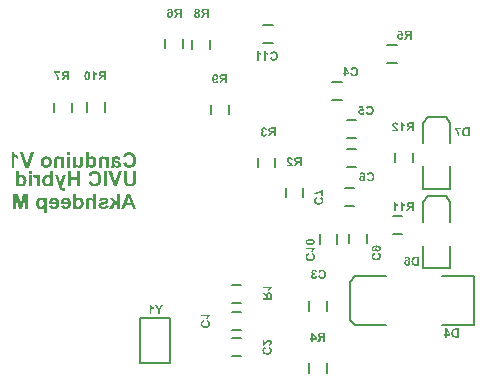
<source format=gbo>
G04*
G04 #@! TF.GenerationSoftware,Altium Limited,Altium Designer,18.1.7 (191)*
G04*
G04 Layer_Color=32896*
%FSLAX44Y44*%
%MOMM*%
G71*
G01*
G75*
%ADD12C,0.2000*%
G36*
X1275203Y725473D02*
X1272749D01*
Y727737D01*
X1275203D01*
Y725473D01*
D02*
G37*
G36*
X1227927Y727376D02*
X1228156Y726976D01*
X1228422Y726634D01*
X1228669Y726329D01*
X1228917Y726082D01*
X1229107Y725892D01*
X1229183Y725835D01*
X1229240Y725778D01*
X1229278Y725759D01*
X1229297Y725739D01*
X1229716Y725435D01*
X1230096Y725188D01*
X1230439Y724978D01*
X1230762Y724826D01*
X1231009Y724712D01*
X1231200Y724617D01*
X1231276Y724598D01*
X1231333Y724579D01*
X1231352Y724560D01*
X1231371D01*
Y722334D01*
X1230705Y722581D01*
X1230096Y722867D01*
X1229564Y723171D01*
X1229316Y723323D01*
X1229088Y723475D01*
X1228898Y723628D01*
X1228707Y723761D01*
X1228555Y723875D01*
X1228441Y723970D01*
X1228327Y724065D01*
X1228251Y724122D01*
X1228213Y724160D01*
X1228194Y724179D01*
Y714933D01*
X1225740D01*
Y727794D01*
X1227737D01*
X1227927Y727376D01*
D02*
G37*
G36*
X1314908Y724389D02*
X1315212Y724351D01*
X1315479Y724313D01*
X1315707Y724256D01*
X1315935Y724198D01*
X1316145Y724141D01*
X1316335Y724084D01*
X1316487Y724008D01*
X1316620Y723951D01*
X1316753Y723894D01*
X1316848Y723856D01*
X1316924Y723799D01*
X1316982Y723780D01*
X1317001Y723742D01*
X1317020D01*
X1317343Y723475D01*
X1317609Y723152D01*
X1317819Y722829D01*
X1317990Y722505D01*
X1318123Y722201D01*
X1318180Y722087D01*
X1318218Y721973D01*
X1318256Y721877D01*
X1318275Y721801D01*
X1318294Y721763D01*
Y721744D01*
X1316087Y721345D01*
X1315992Y721573D01*
X1315897Y721763D01*
X1315802Y721916D01*
X1315707Y722049D01*
X1315631Y722144D01*
X1315555Y722201D01*
X1315517Y722239D01*
X1315498Y722258D01*
X1315345Y722353D01*
X1315193Y722410D01*
X1314851Y722486D01*
X1314699Y722505D01*
X1314584Y722524D01*
X1314470D01*
X1314128Y722505D01*
X1313862Y722486D01*
X1313614Y722429D01*
X1313443Y722372D01*
X1313310Y722315D01*
X1313215Y722277D01*
X1313158Y722239D01*
X1313139Y722220D01*
X1313024Y722087D01*
X1312929Y721935D01*
X1312872Y721763D01*
X1312815Y721592D01*
X1312796Y721440D01*
X1312777Y721307D01*
Y721231D01*
Y721193D01*
Y720964D01*
X1312910Y720907D01*
X1313062Y720850D01*
X1313424Y720755D01*
X1313824Y720641D01*
X1314223Y720546D01*
X1314584Y720470D01*
X1314756Y720432D01*
X1314889Y720413D01*
X1315003Y720394D01*
X1315098Y720375D01*
X1315155Y720356D01*
X1315174D01*
X1315631Y720260D01*
X1316011Y720165D01*
X1316354Y720070D01*
X1316639Y719975D01*
X1316848Y719899D01*
X1317001Y719842D01*
X1317096Y719804D01*
X1317134Y719785D01*
X1317362Y719652D01*
X1317571Y719499D01*
X1317762Y719347D01*
X1317914Y719195D01*
X1318028Y719043D01*
X1318104Y718929D01*
X1318161Y718852D01*
X1318180Y718833D01*
X1318294Y718605D01*
X1318389Y718358D01*
X1318446Y718130D01*
X1318504Y717920D01*
X1318522Y717730D01*
X1318542Y717578D01*
Y717483D01*
Y717445D01*
X1318522Y717235D01*
X1318504Y717026D01*
X1318408Y716646D01*
X1318275Y716303D01*
X1318123Y716018D01*
X1317990Y715790D01*
X1317857Y715618D01*
X1317762Y715523D01*
X1317724Y715504D01*
Y715485D01*
X1317400Y715238D01*
X1317020Y715048D01*
X1316658Y714914D01*
X1316297Y714819D01*
X1315973Y714762D01*
X1315840Y714743D01*
X1315707D01*
X1315612Y714724D01*
X1315479D01*
X1315174Y714743D01*
X1314889Y714781D01*
X1314642Y714819D01*
X1314413Y714876D01*
X1314223Y714933D01*
X1314071Y714990D01*
X1313995Y715010D01*
X1313957Y715029D01*
X1313690Y715162D01*
X1313443Y715295D01*
X1313215Y715447D01*
X1313005Y715599D01*
X1312834Y715732D01*
X1312720Y715847D01*
X1312625Y715923D01*
X1312606Y715942D01*
X1312587Y715866D01*
X1312568Y715771D01*
X1312530Y715695D01*
Y715675D01*
Y715656D01*
X1312473Y715485D01*
X1312435Y715333D01*
X1312397Y715219D01*
X1312359Y715105D01*
X1312321Y715029D01*
X1312301Y714971D01*
X1312283Y714952D01*
Y714933D01*
X1309847D01*
X1309962Y715181D01*
X1310057Y715390D01*
X1310133Y715599D01*
X1310190Y715790D01*
X1310228Y715942D01*
X1310266Y716056D01*
X1310285Y716132D01*
Y716151D01*
X1310323Y716398D01*
X1310342Y716684D01*
X1310380Y716988D01*
Y717292D01*
X1310399Y717559D01*
Y717768D01*
Y717863D01*
Y717920D01*
Y717958D01*
Y717977D01*
X1310361Y720831D01*
Y721116D01*
X1310380Y721383D01*
X1310399Y721630D01*
X1310418Y721839D01*
X1310437Y722049D01*
X1310475Y722220D01*
X1310494Y722391D01*
X1310532Y722524D01*
X1310589Y722753D01*
X1310646Y722905D01*
X1310684Y723000D01*
X1310703Y723019D01*
X1310837Y723228D01*
X1311027Y723438D01*
X1311198Y723609D01*
X1311388Y723742D01*
X1311559Y723856D01*
X1311712Y723932D01*
X1311807Y723989D01*
X1311826Y724008D01*
X1311845D01*
X1311997Y724084D01*
X1312187Y724141D01*
X1312568Y724237D01*
X1312967Y724313D01*
X1313367Y724351D01*
X1313728Y724389D01*
X1313880D01*
X1314014Y724408D01*
X1314603D01*
X1314908Y724389D01*
D02*
G37*
G36*
X1240141Y714933D02*
X1237345D01*
X1232798Y727737D01*
X1235556D01*
X1238676Y718263D01*
X1241910Y727737D01*
X1244707D01*
X1240141Y714933D01*
D02*
G37*
G36*
X1325771Y727927D02*
X1326228Y727870D01*
X1326665Y727775D01*
X1327084Y727680D01*
X1327464Y727528D01*
X1327826Y727395D01*
X1328149Y727223D01*
X1328453Y727071D01*
X1328720Y726900D01*
X1328948Y726729D01*
X1329138Y726596D01*
X1329310Y726462D01*
X1329443Y726348D01*
X1329538Y726253D01*
X1329595Y726196D01*
X1329614Y726177D01*
X1329899Y725835D01*
X1330147Y725454D01*
X1330375Y725055D01*
X1330565Y724655D01*
X1330717Y724237D01*
X1330851Y723837D01*
X1330965Y723418D01*
X1331041Y723038D01*
X1331117Y722657D01*
X1331155Y722315D01*
X1331193Y722011D01*
X1331231Y721744D01*
Y721516D01*
X1331250Y721345D01*
Y721250D01*
Y721212D01*
X1331231Y720660D01*
X1331174Y720146D01*
X1331098Y719652D01*
X1331003Y719195D01*
X1330869Y718776D01*
X1330736Y718377D01*
X1330584Y718016D01*
X1330432Y717692D01*
X1330280Y717407D01*
X1330128Y717159D01*
X1329994Y716950D01*
X1329861Y716779D01*
X1329766Y716627D01*
X1329690Y716532D01*
X1329633Y716475D01*
X1329614Y716455D01*
X1329290Y716151D01*
X1328967Y715885D01*
X1328625Y715656D01*
X1328263Y715447D01*
X1327921Y715295D01*
X1327578Y715143D01*
X1327236Y715029D01*
X1326912Y714933D01*
X1326608Y714876D01*
X1326323Y714819D01*
X1326075Y714781D01*
X1325847Y714743D01*
X1325676D01*
X1325543Y714724D01*
X1325428D01*
X1325048Y714743D01*
X1324686Y714762D01*
X1324344Y714819D01*
X1324040Y714876D01*
X1323735Y714952D01*
X1323450Y715048D01*
X1323203Y715143D01*
X1322955Y715238D01*
X1322746Y715314D01*
X1322575Y715409D01*
X1322404Y715504D01*
X1322289Y715580D01*
X1322175Y715637D01*
X1322099Y715695D01*
X1322061Y715714D01*
X1322042Y715732D01*
X1321795Y715942D01*
X1321566Y716170D01*
X1321167Y716665D01*
X1320824Y717178D01*
X1320558Y717692D01*
X1320463Y717920D01*
X1320368Y718149D01*
X1320273Y718358D01*
X1320216Y718529D01*
X1320159Y718662D01*
X1320121Y718776D01*
X1320102Y718852D01*
Y718872D01*
X1322613Y719652D01*
X1322746Y719157D01*
X1322917Y718719D01*
X1323088Y718377D01*
X1323260Y718073D01*
X1323431Y717863D01*
X1323564Y717711D01*
X1323640Y717616D01*
X1323678Y717578D01*
X1323964Y717369D01*
X1324268Y717197D01*
X1324572Y717083D01*
X1324839Y717007D01*
X1325086Y716969D01*
X1325276Y716950D01*
X1325352Y716931D01*
X1325448D01*
X1325714Y716950D01*
X1325942Y716969D01*
X1326399Y717083D01*
X1326779Y717254D01*
X1327122Y717445D01*
X1327388Y717635D01*
X1327578Y717806D01*
X1327635Y717863D01*
X1327692Y717920D01*
X1327711Y717939D01*
X1327730Y717958D01*
X1327883Y718168D01*
X1328016Y718396D01*
X1328130Y718662D01*
X1328225Y718929D01*
X1328377Y719499D01*
X1328472Y720070D01*
X1328510Y720337D01*
X1328548Y720584D01*
X1328568Y720812D01*
Y721002D01*
X1328586Y721173D01*
Y721288D01*
Y721383D01*
Y721402D01*
X1328568Y721820D01*
X1328548Y722201D01*
X1328510Y722562D01*
X1328453Y722886D01*
X1328377Y723190D01*
X1328301Y723456D01*
X1328225Y723704D01*
X1328149Y723913D01*
X1328073Y724103D01*
X1327997Y724275D01*
X1327921Y724408D01*
X1327845Y724522D01*
X1327787Y724598D01*
X1327749Y724655D01*
X1327711Y724693D01*
Y724712D01*
X1327540Y724902D01*
X1327350Y725055D01*
X1327160Y725188D01*
X1326969Y725302D01*
X1326589Y725492D01*
X1326208Y725606D01*
X1325885Y725682D01*
X1325752Y725701D01*
X1325619Y725720D01*
X1325524Y725739D01*
X1325390D01*
X1325029Y725720D01*
X1324686Y725644D01*
X1324382Y725549D01*
X1324135Y725454D01*
X1323925Y725340D01*
X1323773Y725245D01*
X1323678Y725169D01*
X1323640Y725150D01*
X1323393Y724921D01*
X1323184Y724674D01*
X1323012Y724408D01*
X1322898Y724160D01*
X1322803Y723932D01*
X1322727Y723761D01*
X1322708Y723685D01*
Y723628D01*
X1322689Y723609D01*
Y723590D01*
X1320140Y724198D01*
X1320330Y724731D01*
X1320520Y725207D01*
X1320748Y725606D01*
X1320958Y725949D01*
X1321148Y726196D01*
X1321300Y726386D01*
X1321414Y726500D01*
X1321433Y726538D01*
X1321452D01*
X1321738Y726786D01*
X1322042Y726995D01*
X1322346Y727185D01*
X1322670Y727356D01*
X1322993Y727490D01*
X1323298Y727604D01*
X1323621Y727699D01*
X1323907Y727775D01*
X1324192Y727832D01*
X1324458Y727870D01*
X1324686Y727908D01*
X1324877Y727927D01*
X1325048Y727946D01*
X1325276D01*
X1325771Y727927D01*
D02*
G37*
G36*
X1286143Y718339D02*
X1286124Y717882D01*
X1286086Y717464D01*
X1286048Y717121D01*
X1285971Y716817D01*
X1285914Y716589D01*
X1285876Y716417D01*
X1285838Y716322D01*
X1285819Y716284D01*
X1285686Y716018D01*
X1285515Y715790D01*
X1285344Y715599D01*
X1285172Y715428D01*
X1285001Y715295D01*
X1284868Y715200D01*
X1284792Y715143D01*
X1284754Y715124D01*
X1284469Y714990D01*
X1284183Y714895D01*
X1283898Y714819D01*
X1283631Y714781D01*
X1283422Y714743D01*
X1283232Y714724D01*
X1283080D01*
X1282737Y714743D01*
X1282414Y714781D01*
X1282128Y714857D01*
X1281862Y714933D01*
X1281653Y715010D01*
X1281482Y715086D01*
X1281387Y715124D01*
X1281349Y715143D01*
X1281044Y715314D01*
X1280778Y715504D01*
X1280549Y715695D01*
X1280359Y715885D01*
X1280207Y716056D01*
X1280093Y716189D01*
X1280017Y716265D01*
X1279998Y716303D01*
Y714933D01*
X1277715D01*
Y724218D01*
X1280169D01*
Y720298D01*
Y719937D01*
Y719613D01*
X1280188Y719328D01*
X1280207Y719062D01*
Y718833D01*
X1280226Y718624D01*
X1280245Y718453D01*
X1280264Y718301D01*
X1280283Y718168D01*
X1280302Y718054D01*
X1280321Y717958D01*
Y717901D01*
X1280359Y717806D01*
Y717787D01*
X1280435Y717616D01*
X1280549Y717445D01*
X1280664Y717311D01*
X1280778Y717178D01*
X1280873Y717083D01*
X1280968Y717007D01*
X1281025Y716969D01*
X1281044Y716950D01*
X1281234Y716836D01*
X1281425Y716760D01*
X1281615Y716684D01*
X1281786Y716646D01*
X1281938Y716627D01*
X1282052Y716608D01*
X1282166D01*
X1282357Y716627D01*
X1282547Y716646D01*
X1282699Y716684D01*
X1282832Y716741D01*
X1282928Y716779D01*
X1283023Y716817D01*
X1283061Y716836D01*
X1283080Y716855D01*
X1283194Y716969D01*
X1283289Y717083D01*
X1283441Y717311D01*
X1283498Y717407D01*
X1283536Y717483D01*
X1283555Y717540D01*
Y717559D01*
X1283574Y717654D01*
X1283593Y717787D01*
X1283612Y717939D01*
X1283631Y718111D01*
X1283650Y718510D01*
X1283669Y718929D01*
X1283689Y719309D01*
Y719480D01*
Y719652D01*
Y719766D01*
Y719880D01*
Y719937D01*
Y719956D01*
Y724218D01*
X1286143D01*
Y718339D01*
D02*
G37*
G36*
X1302999Y724389D02*
X1303322Y724351D01*
X1303626Y724256D01*
X1303912Y724160D01*
X1304178Y724046D01*
X1304425Y723913D01*
X1304654Y723780D01*
X1304863Y723628D01*
X1305053Y723475D01*
X1305224Y723342D01*
X1305358Y723209D01*
X1305491Y723095D01*
X1305586Y723000D01*
X1305643Y722924D01*
X1305681Y722867D01*
X1305700Y722848D01*
Y724218D01*
X1307983D01*
Y714933D01*
X1305529D01*
Y719119D01*
Y719404D01*
Y719652D01*
X1305510Y719880D01*
Y720108D01*
X1305491Y720298D01*
X1305472Y720470D01*
X1305453Y720622D01*
X1305434Y720755D01*
X1305415Y720964D01*
X1305376Y721116D01*
X1305358Y721212D01*
Y721231D01*
X1305281Y721440D01*
X1305167Y721630D01*
X1305053Y721782D01*
X1304939Y721916D01*
X1304825Y722030D01*
X1304730Y722106D01*
X1304673Y722144D01*
X1304654Y722163D01*
X1304463Y722277D01*
X1304254Y722372D01*
X1304064Y722429D01*
X1303893Y722486D01*
X1303740Y722505D01*
X1303626Y722524D01*
X1303512D01*
X1303322Y722505D01*
X1303170Y722486D01*
X1303017Y722448D01*
X1302884Y722410D01*
X1302789Y722353D01*
X1302713Y722315D01*
X1302675Y722296D01*
X1302656Y722277D01*
X1302523Y722182D01*
X1302428Y722068D01*
X1302256Y721839D01*
X1302218Y721744D01*
X1302180Y721668D01*
X1302142Y721611D01*
Y721592D01*
X1302104Y721497D01*
X1302085Y721383D01*
X1302047Y721097D01*
X1302009Y720793D01*
X1301990Y720451D01*
X1301971Y720146D01*
Y720013D01*
Y719899D01*
Y719785D01*
Y719709D01*
Y719671D01*
Y719652D01*
Y714933D01*
X1299517D01*
Y720679D01*
Y721059D01*
X1299536Y721402D01*
X1299555Y721687D01*
X1299593Y721916D01*
X1299612Y722106D01*
X1299650Y722220D01*
X1299669Y722315D01*
Y722334D01*
X1299726Y722543D01*
X1299802Y722734D01*
X1299878Y722905D01*
X1299955Y723057D01*
X1300031Y723190D01*
X1300088Y723285D01*
X1300126Y723342D01*
X1300145Y723361D01*
X1300278Y723533D01*
X1300449Y723666D01*
X1300620Y723799D01*
X1300792Y723913D01*
X1300944Y723989D01*
X1301058Y724046D01*
X1301134Y724084D01*
X1301172Y724103D01*
X1301419Y724198D01*
X1301686Y724275D01*
X1301933Y724332D01*
X1302161Y724370D01*
X1302371Y724389D01*
X1302523Y724408D01*
X1302656D01*
X1302999Y724389D01*
D02*
G37*
G36*
X1275203Y714933D02*
X1272749D01*
Y724218D01*
X1275203D01*
Y714933D01*
D02*
G37*
G36*
X1265273Y724389D02*
X1265596Y724351D01*
X1265900Y724256D01*
X1266186Y724160D01*
X1266452Y724046D01*
X1266700Y723913D01*
X1266928Y723780D01*
X1267137Y723628D01*
X1267327Y723475D01*
X1267499Y723342D01*
X1267632Y723209D01*
X1267765Y723095D01*
X1267860Y723000D01*
X1267917Y722924D01*
X1267955Y722867D01*
X1267974Y722848D01*
Y724218D01*
X1270257D01*
Y714933D01*
X1267803D01*
Y719119D01*
Y719404D01*
Y719652D01*
X1267784Y719880D01*
Y720108D01*
X1267765Y720298D01*
X1267746Y720470D01*
X1267727Y720622D01*
X1267708Y720755D01*
X1267689Y720964D01*
X1267651Y721116D01*
X1267632Y721212D01*
Y721231D01*
X1267556Y721440D01*
X1267441Y721630D01*
X1267327Y721782D01*
X1267213Y721916D01*
X1267099Y722030D01*
X1267004Y722106D01*
X1266947Y722144D01*
X1266928Y722163D01*
X1266738Y722277D01*
X1266528Y722372D01*
X1266338Y722429D01*
X1266167Y722486D01*
X1266015Y722505D01*
X1265900Y722524D01*
X1265786D01*
X1265596Y722505D01*
X1265444Y722486D01*
X1265292Y722448D01*
X1265158Y722410D01*
X1265063Y722353D01*
X1264987Y722315D01*
X1264949Y722296D01*
X1264930Y722277D01*
X1264797Y722182D01*
X1264702Y722068D01*
X1264531Y721839D01*
X1264493Y721744D01*
X1264455Y721668D01*
X1264417Y721611D01*
Y721592D01*
X1264379Y721497D01*
X1264360Y721383D01*
X1264321Y721097D01*
X1264283Y720793D01*
X1264264Y720451D01*
X1264245Y720146D01*
Y720013D01*
Y719899D01*
Y719785D01*
Y719709D01*
Y719671D01*
Y719652D01*
Y714933D01*
X1261791D01*
Y720679D01*
Y721059D01*
X1261810Y721402D01*
X1261829Y721687D01*
X1261867Y721916D01*
X1261886Y722106D01*
X1261924Y722220D01*
X1261943Y722315D01*
Y722334D01*
X1262000Y722543D01*
X1262076Y722734D01*
X1262153Y722905D01*
X1262229Y723057D01*
X1262305Y723190D01*
X1262362Y723285D01*
X1262400Y723342D01*
X1262419Y723361D01*
X1262552Y723533D01*
X1262723Y723666D01*
X1262895Y723799D01*
X1263066Y723913D01*
X1263218Y723989D01*
X1263332Y724046D01*
X1263408Y724084D01*
X1263446Y724103D01*
X1263694Y724198D01*
X1263960Y724275D01*
X1264207Y724332D01*
X1264436Y724370D01*
X1264645Y724389D01*
X1264797Y724408D01*
X1264930D01*
X1265273Y724389D01*
D02*
G37*
G36*
X1290994Y723114D02*
X1291203Y723342D01*
X1291431Y723533D01*
X1291660Y723723D01*
X1291888Y723856D01*
X1292116Y723989D01*
X1292345Y724084D01*
X1292763Y724256D01*
X1292953Y724294D01*
X1293125Y724332D01*
X1293277Y724370D01*
X1293410Y724389D01*
X1293524Y724408D01*
X1293676D01*
X1293981Y724389D01*
X1294285Y724351D01*
X1294571Y724294D01*
X1294818Y724218D01*
X1295312Y724008D01*
X1295522Y723913D01*
X1295712Y723799D01*
X1295883Y723666D01*
X1296035Y723571D01*
X1296169Y723456D01*
X1296283Y723361D01*
X1296359Y723285D01*
X1296416Y723228D01*
X1296454Y723190D01*
X1296473Y723171D01*
X1296663Y722924D01*
X1296835Y722676D01*
X1296987Y722391D01*
X1297101Y722106D01*
X1297215Y721801D01*
X1297310Y721497D01*
X1297443Y720926D01*
X1297481Y720660D01*
X1297519Y720413D01*
X1297538Y720184D01*
X1297557Y719975D01*
X1297576Y719823D01*
Y719690D01*
Y719613D01*
Y719594D01*
X1297557Y719176D01*
X1297519Y718776D01*
X1297481Y718415D01*
X1297405Y718054D01*
X1297310Y717749D01*
X1297215Y717445D01*
X1297120Y717178D01*
X1297006Y716931D01*
X1296911Y716722D01*
X1296815Y716532D01*
X1296720Y716360D01*
X1296625Y716246D01*
X1296549Y716132D01*
X1296511Y716056D01*
X1296473Y716018D01*
X1296454Y715999D01*
X1296226Y715771D01*
X1296016Y715580D01*
X1295769Y715409D01*
X1295541Y715257D01*
X1295312Y715143D01*
X1295084Y715029D01*
X1294647Y714876D01*
X1294456Y714838D01*
X1294285Y714800D01*
X1294114Y714762D01*
X1293981Y714743D01*
X1293867Y714724D01*
X1293714D01*
X1293429Y714743D01*
X1293144Y714781D01*
X1292877Y714838D01*
X1292649Y714914D01*
X1292459Y714990D01*
X1292307Y715048D01*
X1292211Y715086D01*
X1292173Y715105D01*
X1291888Y715257D01*
X1291641Y715447D01*
X1291393Y715637D01*
X1291203Y715847D01*
X1291051Y716018D01*
X1290918Y716151D01*
X1290842Y716246D01*
X1290823Y716284D01*
Y714933D01*
X1288540D01*
Y727737D01*
X1290994D01*
Y723114D01*
D02*
G37*
G36*
X1255608Y724389D02*
X1256065Y724313D01*
X1256483Y724218D01*
X1256845Y724103D01*
X1257149Y723989D01*
X1257263Y723932D01*
X1257377Y723894D01*
X1257454Y723856D01*
X1257511Y723818D01*
X1257549Y723799D01*
X1257568D01*
X1257948Y723552D01*
X1258291Y723266D01*
X1258595Y722981D01*
X1258842Y722695D01*
X1259033Y722448D01*
X1259166Y722239D01*
X1259223Y722163D01*
X1259242Y722106D01*
X1259280Y722068D01*
Y722049D01*
X1259470Y721611D01*
X1259622Y721193D01*
X1259717Y720793D01*
X1259794Y720451D01*
X1259832Y720127D01*
X1259851Y720013D01*
Y719899D01*
X1259870Y719804D01*
Y719747D01*
Y719709D01*
Y719690D01*
X1259851Y719119D01*
X1259775Y718586D01*
X1259679Y718130D01*
X1259565Y717730D01*
X1259527Y717559D01*
X1259470Y717407D01*
X1259413Y717273D01*
X1259375Y717178D01*
X1259337Y717083D01*
X1259299Y717026D01*
X1259280Y716988D01*
Y716969D01*
X1259033Y716589D01*
X1258747Y716246D01*
X1258462Y715961D01*
X1258176Y715714D01*
X1257929Y715542D01*
X1257720Y715409D01*
X1257644Y715352D01*
X1257587Y715314D01*
X1257549Y715295D01*
X1257530D01*
X1257092Y715105D01*
X1256655Y714971D01*
X1256255Y714857D01*
X1255874Y714800D01*
X1255551Y714762D01*
X1255418Y714743D01*
X1255304D01*
X1255228Y714724D01*
X1255095D01*
X1254714Y714743D01*
X1254353Y714781D01*
X1254010Y714857D01*
X1253687Y714933D01*
X1253401Y715048D01*
X1253116Y715162D01*
X1252850Y715276D01*
X1252621Y715409D01*
X1252412Y715542D01*
X1252222Y715656D01*
X1252070Y715771D01*
X1251936Y715885D01*
X1251822Y715961D01*
X1251746Y716037D01*
X1251708Y716075D01*
X1251689Y716094D01*
X1251442Y716360D01*
X1251233Y716646D01*
X1251061Y716931D01*
X1250890Y717216D01*
X1250757Y717521D01*
X1250662Y717806D01*
X1250567Y718092D01*
X1250491Y718358D01*
X1250434Y718605D01*
X1250395Y718833D01*
X1250357Y719043D01*
X1250338Y719233D01*
X1250319Y719366D01*
Y719480D01*
Y719556D01*
Y719576D01*
X1250338Y719956D01*
X1250376Y720317D01*
X1250452Y720679D01*
X1250529Y721002D01*
X1250624Y721307D01*
X1250738Y721592D01*
X1250871Y721858D01*
X1250985Y722087D01*
X1251118Y722315D01*
X1251252Y722486D01*
X1251366Y722657D01*
X1251461Y722791D01*
X1251537Y722905D01*
X1251613Y722981D01*
X1251651Y723019D01*
X1251670Y723038D01*
X1251936Y723285D01*
X1252203Y723494D01*
X1252488Y723666D01*
X1252774Y723837D01*
X1253059Y723970D01*
X1253344Y724065D01*
X1253630Y724160D01*
X1253896Y724237D01*
X1254143Y724294D01*
X1254372Y724332D01*
X1254581Y724370D01*
X1254771Y724389D01*
X1254904Y724408D01*
X1255114D01*
X1255608Y724389D01*
D02*
G37*
G36*
X1242805Y709690D02*
X1240350D01*
Y711954D01*
X1242805D01*
Y709690D01*
D02*
G37*
G36*
X1260783Y699151D02*
X1258500D01*
Y700501D01*
X1258291Y700235D01*
X1258062Y699988D01*
X1257834Y699779D01*
X1257644Y699626D01*
X1257454Y699493D01*
X1257320Y699398D01*
X1257225Y699341D01*
X1257187Y699322D01*
X1256902Y699189D01*
X1256617Y699094D01*
X1256350Y699036D01*
X1256103Y698998D01*
X1255894Y698960D01*
X1255741Y698941D01*
X1255608D01*
X1255304Y698960D01*
X1255018Y698998D01*
X1254752Y699055D01*
X1254486Y699151D01*
X1254029Y699341D01*
X1253630Y699588D01*
X1253439Y699702D01*
X1253287Y699817D01*
X1253154Y699912D01*
X1253059Y700026D01*
X1252964Y700102D01*
X1252907Y700159D01*
X1252869Y700197D01*
X1252850Y700216D01*
X1252640Y700463D01*
X1252469Y700749D01*
X1252317Y701034D01*
X1252184Y701320D01*
X1252070Y701624D01*
X1251993Y701928D01*
X1251841Y702518D01*
X1251803Y702803D01*
X1251765Y703051D01*
X1251746Y703279D01*
X1251727Y703469D01*
X1251708Y703641D01*
Y703774D01*
Y703850D01*
Y703869D01*
X1251727Y704287D01*
X1251765Y704687D01*
X1251803Y705048D01*
X1251879Y705391D01*
X1251974Y705714D01*
X1252070Y706000D01*
X1252165Y706266D01*
X1252260Y706494D01*
X1252374Y706703D01*
X1252469Y706875D01*
X1252564Y707027D01*
X1252659Y707160D01*
X1252736Y707255D01*
X1252774Y707331D01*
X1252812Y707369D01*
X1252831Y707388D01*
X1253040Y707598D01*
X1253268Y707788D01*
X1253496Y707959D01*
X1253744Y708111D01*
X1253972Y708225D01*
X1254200Y708320D01*
X1254657Y708473D01*
X1254866Y708530D01*
X1255037Y708568D01*
X1255209Y708587D01*
X1255361Y708606D01*
X1255475Y708625D01*
X1255646D01*
X1255932Y708606D01*
X1256217Y708568D01*
X1256464Y708511D01*
X1256731Y708416D01*
X1257187Y708225D01*
X1257568Y707978D01*
X1257739Y707864D01*
X1257891Y707750D01*
X1258024Y707636D01*
X1258119Y707541D01*
X1258215Y707445D01*
X1258272Y707388D01*
X1258310Y707350D01*
X1258329Y707331D01*
Y711954D01*
X1260783D01*
Y699151D01*
D02*
G37*
G36*
X1283517D02*
X1280930D01*
Y704744D01*
X1275869D01*
Y699151D01*
X1273282D01*
Y711954D01*
X1275869D01*
Y706913D01*
X1280930D01*
Y711954D01*
X1283517D01*
Y699151D01*
D02*
G37*
G36*
X1315041D02*
X1312244D01*
X1307697Y711954D01*
X1310456D01*
X1313576Y702480D01*
X1316810Y711954D01*
X1319607D01*
X1315041Y699151D01*
D02*
G37*
G36*
X1268279Y699132D02*
X1268374Y698846D01*
X1268469Y698599D01*
X1268583Y698390D01*
X1268678Y698199D01*
X1268773Y698047D01*
X1268849Y697952D01*
X1268906Y697876D01*
X1268925Y697857D01*
X1269097Y697686D01*
X1269287Y697553D01*
X1269496Y697477D01*
X1269705Y697400D01*
X1269896Y697362D01*
X1270048Y697343D01*
X1270181D01*
X1270543Y697362D01*
X1270714Y697381D01*
X1270866Y697400D01*
X1270999Y697419D01*
X1271113Y697439D01*
X1271189Y697458D01*
X1271208D01*
X1270999Y695536D01*
X1270504Y695441D01*
X1270257Y695422D01*
X1270048Y695403D01*
X1269877Y695384D01*
X1269363D01*
X1269135Y695403D01*
X1268925Y695441D01*
X1268735Y695460D01*
X1268583Y695498D01*
X1268469Y695517D01*
X1268393Y695536D01*
X1268374D01*
X1268164Y695593D01*
X1267974Y695669D01*
X1267822Y695745D01*
X1267689Y695802D01*
X1267575Y695859D01*
X1267499Y695917D01*
X1267441Y695936D01*
X1267422Y695955D01*
X1267156Y696183D01*
X1266947Y696411D01*
X1266871Y696506D01*
X1266814Y696582D01*
X1266776Y696639D01*
X1266757Y696658D01*
X1266643Y696830D01*
X1266528Y697020D01*
X1266414Y697229D01*
X1266319Y697439D01*
X1266243Y697610D01*
X1266186Y697762D01*
X1266148Y697857D01*
X1266129Y697895D01*
X1265539Y699493D01*
X1262267Y708435D01*
X1264816D01*
X1266985Y701833D01*
X1269192Y708435D01*
X1271798D01*
X1268279Y699132D01*
D02*
G37*
G36*
X1331250Y705124D02*
Y704725D01*
X1331231Y704363D01*
Y704021D01*
X1331212Y703717D01*
X1331193Y703412D01*
X1331174Y703146D01*
X1331155Y702917D01*
X1331117Y702689D01*
X1331098Y702499D01*
X1331079Y702328D01*
X1331060Y702195D01*
X1331041Y702081D01*
X1331022Y701985D01*
Y701928D01*
X1331003Y701890D01*
Y701871D01*
X1330927Y701605D01*
X1330812Y701339D01*
X1330698Y701091D01*
X1330584Y700882D01*
X1330470Y700692D01*
X1330375Y700558D01*
X1330299Y700482D01*
X1330280Y700444D01*
X1330051Y700216D01*
X1329804Y699988D01*
X1329557Y699817D01*
X1329328Y699645D01*
X1329100Y699531D01*
X1328929Y699436D01*
X1328815Y699379D01*
X1328796Y699360D01*
X1328777D01*
X1328586Y699284D01*
X1328377Y699227D01*
X1327940Y699113D01*
X1327483Y699036D01*
X1327027Y698998D01*
X1326817Y698979D01*
X1326627Y698960D01*
X1326456D01*
X1326304Y698941D01*
X1325999D01*
X1325448Y698960D01*
X1324972Y698998D01*
X1324553Y699055D01*
X1324192Y699132D01*
X1323925Y699208D01*
X1323811Y699227D01*
X1323716Y699265D01*
X1323640Y699284D01*
X1323583Y699303D01*
X1323564Y699322D01*
X1323545D01*
X1323203Y699474D01*
X1322917Y699645D01*
X1322651Y699817D01*
X1322442Y699988D01*
X1322270Y700121D01*
X1322137Y700235D01*
X1322061Y700330D01*
X1322042Y700349D01*
X1321852Y700616D01*
X1321681Y700882D01*
X1321547Y701148D01*
X1321433Y701415D01*
X1321357Y701624D01*
X1321300Y701814D01*
X1321262Y701928D01*
Y701947D01*
Y701966D01*
X1321224Y702157D01*
X1321186Y702385D01*
X1321148Y702613D01*
X1321129Y702879D01*
X1321091Y703412D01*
X1321053Y703945D01*
Y704211D01*
Y704439D01*
X1321034Y704649D01*
Y704839D01*
Y705010D01*
Y705124D01*
Y705201D01*
Y705219D01*
Y711954D01*
X1323621D01*
Y704858D01*
Y704592D01*
Y704325D01*
X1323640Y704097D01*
Y703888D01*
X1323659Y703507D01*
X1323678Y703203D01*
X1323697Y702975D01*
X1323716Y702822D01*
X1323735Y702727D01*
Y702689D01*
X1323792Y702461D01*
X1323887Y702252D01*
X1324002Y702061D01*
X1324116Y701890D01*
X1324230Y701757D01*
X1324325Y701662D01*
X1324401Y701605D01*
X1324420Y701586D01*
X1324648Y701434D01*
X1324915Y701339D01*
X1325181Y701262D01*
X1325448Y701205D01*
X1325695Y701167D01*
X1325885Y701148D01*
X1326075D01*
X1326456Y701167D01*
X1326798Y701224D01*
X1327084Y701301D01*
X1327331Y701396D01*
X1327540Y701472D01*
X1327673Y701548D01*
X1327749Y701605D01*
X1327787Y701624D01*
X1327997Y701814D01*
X1328168Y702023D01*
X1328301Y702233D01*
X1328415Y702423D01*
X1328491Y702613D01*
X1328530Y702746D01*
X1328568Y702841D01*
Y702879D01*
X1328586Y702994D01*
X1328606Y703108D01*
X1328625Y703431D01*
X1328644Y703774D01*
Y704135D01*
X1328663Y704458D01*
Y704611D01*
Y704744D01*
Y704858D01*
Y704934D01*
Y704991D01*
Y705010D01*
Y711954D01*
X1331250D01*
Y705124D01*
D02*
G37*
G36*
X1296378Y712144D02*
X1296835Y712087D01*
X1297272Y711992D01*
X1297691Y711897D01*
X1298071Y711745D01*
X1298433Y711612D01*
X1298756Y711441D01*
X1299060Y711288D01*
X1299327Y711117D01*
X1299555Y710946D01*
X1299745Y710813D01*
X1299917Y710680D01*
X1300050Y710565D01*
X1300145Y710470D01*
X1300202Y710413D01*
X1300221Y710394D01*
X1300506Y710052D01*
X1300754Y709671D01*
X1300982Y709272D01*
X1301172Y708872D01*
X1301324Y708454D01*
X1301458Y708054D01*
X1301572Y707636D01*
X1301648Y707255D01*
X1301724Y706875D01*
X1301762Y706532D01*
X1301800Y706228D01*
X1301838Y705962D01*
Y705733D01*
X1301857Y705562D01*
Y705467D01*
Y705429D01*
X1301838Y704877D01*
X1301781Y704363D01*
X1301705Y703869D01*
X1301610Y703412D01*
X1301476Y702994D01*
X1301343Y702594D01*
X1301191Y702233D01*
X1301039Y701909D01*
X1300887Y701624D01*
X1300735Y701376D01*
X1300601Y701167D01*
X1300468Y700996D01*
X1300373Y700844D01*
X1300297Y700749D01*
X1300240Y700692D01*
X1300221Y700673D01*
X1299897Y700368D01*
X1299574Y700102D01*
X1299232Y699874D01*
X1298870Y699664D01*
X1298528Y699512D01*
X1298185Y699360D01*
X1297843Y699246D01*
X1297519Y699151D01*
X1297215Y699094D01*
X1296930Y699036D01*
X1296682Y698998D01*
X1296454Y698960D01*
X1296283D01*
X1296150Y698941D01*
X1296035D01*
X1295655Y698960D01*
X1295293Y698979D01*
X1294951Y699036D01*
X1294647Y699094D01*
X1294342Y699170D01*
X1294057Y699265D01*
X1293810Y699360D01*
X1293562Y699455D01*
X1293353Y699531D01*
X1293182Y699626D01*
X1293011Y699721D01*
X1292896Y699798D01*
X1292782Y699855D01*
X1292706Y699912D01*
X1292668Y699931D01*
X1292649Y699950D01*
X1292402Y700159D01*
X1292173Y700387D01*
X1291774Y700882D01*
X1291431Y701396D01*
X1291165Y701909D01*
X1291070Y702138D01*
X1290975Y702366D01*
X1290880Y702575D01*
X1290823Y702746D01*
X1290766Y702879D01*
X1290728Y702994D01*
X1290709Y703070D01*
Y703089D01*
X1293220Y703869D01*
X1293353Y703374D01*
X1293524Y702937D01*
X1293695Y702594D01*
X1293867Y702290D01*
X1294038Y702081D01*
X1294171Y701928D01*
X1294247Y701833D01*
X1294285Y701795D01*
X1294571Y701586D01*
X1294875Y701415D01*
X1295179Y701301D01*
X1295446Y701224D01*
X1295693Y701186D01*
X1295883Y701167D01*
X1295959Y701148D01*
X1296055D01*
X1296321Y701167D01*
X1296549Y701186D01*
X1297006Y701301D01*
X1297386Y701472D01*
X1297729Y701662D01*
X1297995Y701852D01*
X1298185Y702023D01*
X1298242Y702081D01*
X1298299Y702138D01*
X1298318Y702157D01*
X1298337Y702176D01*
X1298490Y702385D01*
X1298623Y702613D01*
X1298737Y702879D01*
X1298832Y703146D01*
X1298984Y703717D01*
X1299079Y704287D01*
X1299117Y704554D01*
X1299155Y704801D01*
X1299174Y705029D01*
Y705219D01*
X1299194Y705391D01*
Y705505D01*
Y705600D01*
Y705619D01*
X1299174Y706038D01*
X1299155Y706418D01*
X1299117Y706779D01*
X1299060Y707103D01*
X1298984Y707407D01*
X1298908Y707674D01*
X1298832Y707921D01*
X1298756Y708130D01*
X1298680Y708320D01*
X1298604Y708492D01*
X1298528Y708625D01*
X1298452Y708739D01*
X1298394Y708815D01*
X1298356Y708872D01*
X1298318Y708910D01*
Y708929D01*
X1298147Y709120D01*
X1297957Y709272D01*
X1297767Y709405D01*
X1297576Y709519D01*
X1297196Y709709D01*
X1296815Y709824D01*
X1296492Y709900D01*
X1296359Y709919D01*
X1296226Y709938D01*
X1296131Y709957D01*
X1295997D01*
X1295636Y709938D01*
X1295293Y709862D01*
X1294989Y709766D01*
X1294742Y709671D01*
X1294532Y709557D01*
X1294380Y709462D01*
X1294285Y709386D01*
X1294247Y709367D01*
X1294000Y709139D01*
X1293791Y708891D01*
X1293619Y708625D01*
X1293505Y708378D01*
X1293410Y708149D01*
X1293334Y707978D01*
X1293315Y707902D01*
Y707845D01*
X1293296Y707826D01*
Y707807D01*
X1290747Y708416D01*
X1290937Y708948D01*
X1291127Y709424D01*
X1291355Y709824D01*
X1291565Y710166D01*
X1291755Y710413D01*
X1291907Y710603D01*
X1292021Y710718D01*
X1292040Y710756D01*
X1292059D01*
X1292345Y711003D01*
X1292649Y711212D01*
X1292953Y711403D01*
X1293277Y711574D01*
X1293600Y711707D01*
X1293905Y711821D01*
X1294228Y711916D01*
X1294514Y711992D01*
X1294799Y712049D01*
X1295065Y712087D01*
X1295293Y712125D01*
X1295484Y712144D01*
X1295655Y712163D01*
X1295883D01*
X1296378Y712144D01*
D02*
G37*
G36*
X1306461Y699151D02*
X1303874D01*
Y711954D01*
X1306461D01*
Y699151D01*
D02*
G37*
G36*
X1245696Y708606D02*
X1245887Y708587D01*
X1246077Y708530D01*
X1246229Y708473D01*
X1246362Y708416D01*
X1246476Y708378D01*
X1246533Y708340D01*
X1246553Y708320D01*
X1246724Y708187D01*
X1246914Y708016D01*
X1247085Y707807D01*
X1247237Y707598D01*
X1247371Y707407D01*
X1247485Y707255D01*
X1247561Y707141D01*
X1247580Y707122D01*
Y708435D01*
X1249863D01*
Y699151D01*
X1247409D01*
Y702004D01*
Y702423D01*
Y702822D01*
X1247390Y703165D01*
X1247371Y703488D01*
Y703774D01*
X1247352Y704021D01*
X1247333Y704249D01*
X1247314Y704439D01*
X1247294Y704611D01*
X1247275Y704744D01*
X1247256Y704858D01*
Y704953D01*
X1247237Y705029D01*
X1247218Y705067D01*
Y705105D01*
X1247142Y705372D01*
X1247047Y705581D01*
X1246952Y705752D01*
X1246857Y705904D01*
X1246781Y706000D01*
X1246705Y706076D01*
X1246667Y706114D01*
X1246648Y706133D01*
X1246514Y706228D01*
X1246362Y706304D01*
X1246210Y706342D01*
X1246077Y706380D01*
X1245963Y706399D01*
X1245849Y706418D01*
X1245772D01*
X1245563Y706399D01*
X1245373Y706361D01*
X1245164Y706285D01*
X1244993Y706209D01*
X1244840Y706133D01*
X1244726Y706057D01*
X1244631Y706019D01*
X1244612Y706000D01*
X1243851Y708149D01*
X1244136Y708301D01*
X1244441Y708416D01*
X1244707Y708511D01*
X1244954Y708568D01*
X1245164Y708606D01*
X1245316Y708625D01*
X1245468D01*
X1245696Y708606D01*
D02*
G37*
G36*
X1242805Y699151D02*
X1240350D01*
Y708435D01*
X1242805D01*
Y699151D01*
D02*
G37*
G36*
X1231789Y707331D02*
X1231999Y707560D01*
X1232227Y707750D01*
X1232455Y707940D01*
X1232683Y708073D01*
X1232912Y708206D01*
X1233140Y708301D01*
X1233559Y708473D01*
X1233749Y708511D01*
X1233920Y708549D01*
X1234072Y708587D01*
X1234205Y708606D01*
X1234320Y708625D01*
X1234472D01*
X1234776Y708606D01*
X1235081Y708568D01*
X1235366Y708511D01*
X1235613Y708435D01*
X1236108Y708225D01*
X1236317Y708130D01*
X1236507Y708016D01*
X1236679Y707883D01*
X1236831Y707788D01*
X1236964Y707674D01*
X1237078Y707579D01*
X1237154Y707503D01*
X1237211Y707445D01*
X1237249Y707407D01*
X1237269Y707388D01*
X1237459Y707141D01*
X1237630Y706894D01*
X1237782Y706608D01*
X1237896Y706323D01*
X1238010Y706019D01*
X1238106Y705714D01*
X1238239Y705143D01*
X1238277Y704877D01*
X1238315Y704630D01*
X1238334Y704401D01*
X1238353Y704192D01*
X1238372Y704040D01*
Y703907D01*
Y703831D01*
Y703812D01*
X1238353Y703393D01*
X1238315Y702994D01*
X1238277Y702632D01*
X1238201Y702271D01*
X1238106Y701966D01*
X1238010Y701662D01*
X1237915Y701396D01*
X1237801Y701148D01*
X1237706Y700939D01*
X1237611Y700749D01*
X1237516Y700577D01*
X1237421Y700463D01*
X1237345Y700349D01*
X1237307Y700273D01*
X1237269Y700235D01*
X1237249Y700216D01*
X1237021Y699988D01*
X1236812Y699798D01*
X1236565Y699626D01*
X1236336Y699474D01*
X1236108Y699360D01*
X1235880Y699246D01*
X1235442Y699094D01*
X1235252Y699055D01*
X1235081Y699017D01*
X1234909Y698979D01*
X1234776Y698960D01*
X1234662Y698941D01*
X1234510D01*
X1234224Y698960D01*
X1233939Y698998D01*
X1233673Y699055D01*
X1233445Y699132D01*
X1233254Y699208D01*
X1233102Y699265D01*
X1233007Y699303D01*
X1232969Y699322D01*
X1232683Y699474D01*
X1232436Y699664D01*
X1232189Y699855D01*
X1231999Y700064D01*
X1231846Y700235D01*
X1231713Y700368D01*
X1231637Y700463D01*
X1231618Y700501D01*
Y699151D01*
X1229335D01*
Y711954D01*
X1231789D01*
Y707331D01*
D02*
G37*
G36*
X1297177Y680020D02*
X1294723D01*
Y684642D01*
X1294704Y685061D01*
X1294685Y685423D01*
X1294647Y685727D01*
X1294609Y685974D01*
X1294571Y686164D01*
X1294552Y686298D01*
X1294514Y686393D01*
Y686412D01*
X1294418Y686621D01*
X1294304Y686792D01*
X1294190Y686964D01*
X1294076Y687078D01*
X1293981Y687173D01*
X1293886Y687249D01*
X1293829Y687287D01*
X1293810Y687306D01*
X1293619Y687401D01*
X1293429Y687477D01*
X1293239Y687534D01*
X1293068Y687572D01*
X1292915Y687591D01*
X1292801Y687610D01*
X1292706D01*
X1292516Y687591D01*
X1292345Y687572D01*
X1292193Y687534D01*
X1292059Y687496D01*
X1291945Y687439D01*
X1291869Y687401D01*
X1291831Y687382D01*
X1291812Y687363D01*
X1291679Y687268D01*
X1291584Y687173D01*
X1291489Y687059D01*
X1291431Y686964D01*
X1291374Y686868D01*
X1291336Y686811D01*
X1291317Y686754D01*
Y686735D01*
X1291298Y686659D01*
X1291260Y686545D01*
X1291222Y686279D01*
X1291203Y685993D01*
X1291184Y685670D01*
X1291165Y685366D01*
Y685251D01*
Y685118D01*
Y685023D01*
Y684947D01*
Y684909D01*
Y684890D01*
Y680020D01*
X1288711D01*
Y685442D01*
Y685879D01*
X1288730Y686260D01*
X1288749Y686583D01*
X1288768Y686830D01*
X1288806Y687040D01*
X1288825Y687173D01*
X1288844Y687268D01*
Y687287D01*
X1288901Y687496D01*
X1288977Y687706D01*
X1289053Y687877D01*
X1289129Y688048D01*
X1289206Y688162D01*
X1289263Y688276D01*
X1289301Y688333D01*
X1289320Y688352D01*
X1289453Y688523D01*
X1289624Y688695D01*
X1289795Y688828D01*
X1289967Y688942D01*
X1290119Y689037D01*
X1290233Y689113D01*
X1290309Y689151D01*
X1290347Y689170D01*
X1290613Y689285D01*
X1290880Y689361D01*
X1291127Y689418D01*
X1291374Y689456D01*
X1291584Y689475D01*
X1291736Y689494D01*
X1291888D01*
X1292193Y689475D01*
X1292478Y689437D01*
X1292763Y689361D01*
X1293030Y689266D01*
X1293505Y689037D01*
X1293734Y688923D01*
X1293924Y688790D01*
X1294095Y688657D01*
X1294266Y688523D01*
X1294399Y688390D01*
X1294514Y688295D01*
X1294609Y688200D01*
X1294666Y688124D01*
X1294704Y688086D01*
X1294723Y688067D01*
Y692823D01*
X1297177D01*
Y680020D01*
D02*
G37*
G36*
X1317134D02*
X1314680D01*
Y682987D01*
X1313557Y684205D01*
X1311217Y680020D01*
X1308573D01*
X1311959Y685898D01*
X1308801Y689304D01*
X1311826D01*
X1314680Y686031D01*
Y692823D01*
X1317134D01*
Y680020D01*
D02*
G37*
G36*
X1239532D02*
X1237135D01*
Y690084D01*
X1234605Y680020D01*
X1232132D01*
X1229583Y690084D01*
X1229564Y680020D01*
X1227166D01*
Y692823D01*
X1231066D01*
X1233349Y684072D01*
X1235670Y692823D01*
X1239532D01*
Y680020D01*
D02*
G37*
G36*
X1272122Y689475D02*
X1272445Y689437D01*
X1272749Y689380D01*
X1273035Y689285D01*
X1273301Y689189D01*
X1273548Y689075D01*
X1273777Y688961D01*
X1273986Y688847D01*
X1274176Y688714D01*
X1274347Y688600D01*
X1274481Y688485D01*
X1274614Y688390D01*
X1274709Y688295D01*
X1274766Y688238D01*
X1274804Y688200D01*
X1274823Y688181D01*
X1275032Y687934D01*
X1275222Y687648D01*
X1275375Y687363D01*
X1275508Y687059D01*
X1275622Y686754D01*
X1275736Y686469D01*
X1275869Y685879D01*
X1275927Y685613D01*
X1275965Y685366D01*
X1275984Y685137D01*
X1276003Y684947D01*
X1276022Y684795D01*
Y684661D01*
Y684585D01*
Y684566D01*
X1276003Y684224D01*
X1275984Y683882D01*
X1275946Y683558D01*
X1275869Y683254D01*
X1275812Y682987D01*
X1275736Y682721D01*
X1275641Y682474D01*
X1275565Y682264D01*
X1275470Y682055D01*
X1275394Y681884D01*
X1275318Y681732D01*
X1275242Y681618D01*
X1275184Y681523D01*
X1275146Y681446D01*
X1275127Y681408D01*
X1275108Y681389D01*
X1274880Y681104D01*
X1274614Y680876D01*
X1274347Y680666D01*
X1274062Y680476D01*
X1273758Y680324D01*
X1273472Y680191D01*
X1273168Y680096D01*
X1272883Y680001D01*
X1272616Y679943D01*
X1272350Y679886D01*
X1272122Y679867D01*
X1271931Y679829D01*
X1271760D01*
X1271646Y679810D01*
X1271532D01*
X1270980Y679848D01*
X1270485Y679924D01*
X1270067Y680020D01*
X1269686Y680153D01*
X1269534Y680210D01*
X1269401Y680286D01*
X1269287Y680343D01*
X1269173Y680381D01*
X1269097Y680438D01*
X1269040Y680457D01*
X1269020Y680495D01*
X1269001D01*
X1268640Y680780D01*
X1268336Y681123D01*
X1268069Y681446D01*
X1267860Y681789D01*
X1267708Y682093D01*
X1267632Y682207D01*
X1267594Y682321D01*
X1267556Y682417D01*
X1267518Y682493D01*
X1267499Y682531D01*
Y682550D01*
X1269953Y682968D01*
X1270048Y682721D01*
X1270143Y682512D01*
X1270238Y682340D01*
X1270333Y682188D01*
X1270428Y682074D01*
X1270504Y681998D01*
X1270543Y681960D01*
X1270562Y681941D01*
X1270714Y681846D01*
X1270866Y681770D01*
X1271037Y681713D01*
X1271170Y681675D01*
X1271303Y681656D01*
X1271418Y681637D01*
X1271513D01*
X1271817Y681656D01*
X1272103Y681732D01*
X1272331Y681827D01*
X1272540Y681941D01*
X1272711Y682036D01*
X1272844Y682131D01*
X1272921Y682207D01*
X1272940Y682226D01*
X1273130Y682474D01*
X1273263Y682759D01*
X1273358Y683045D01*
X1273434Y683311D01*
X1273472Y683558D01*
X1273491Y683748D01*
X1273510Y683824D01*
Y683882D01*
Y683920D01*
Y683939D01*
X1267365D01*
Y684452D01*
X1267403Y684928D01*
X1267460Y685366D01*
X1267537Y685784D01*
X1267613Y686164D01*
X1267708Y686507D01*
X1267822Y686811D01*
X1267936Y687097D01*
X1268050Y687325D01*
X1268145Y687534D01*
X1268241Y687725D01*
X1268336Y687858D01*
X1268412Y687972D01*
X1268469Y688067D01*
X1268507Y688105D01*
X1268526Y688124D01*
X1268754Y688371D01*
X1269001Y688581D01*
X1269268Y688752D01*
X1269534Y688923D01*
X1269800Y689056D01*
X1270067Y689151D01*
X1270333Y689247D01*
X1270600Y689323D01*
X1270828Y689380D01*
X1271056Y689418D01*
X1271265Y689456D01*
X1271437Y689475D01*
X1271589Y689494D01*
X1271779D01*
X1272122Y689475D01*
D02*
G37*
G36*
X1262172D02*
X1262495Y689437D01*
X1262800Y689380D01*
X1263085Y689285D01*
X1263351Y689189D01*
X1263598Y689075D01*
X1263827Y688961D01*
X1264036Y688847D01*
X1264226Y688714D01*
X1264398Y688600D01*
X1264531Y688485D01*
X1264664Y688390D01*
X1264759Y688295D01*
X1264816Y688238D01*
X1264854Y688200D01*
X1264873Y688181D01*
X1265082Y687934D01*
X1265273Y687648D01*
X1265425Y687363D01*
X1265558Y687059D01*
X1265672Y686754D01*
X1265786Y686469D01*
X1265919Y685879D01*
X1265977Y685613D01*
X1266015Y685366D01*
X1266034Y685137D01*
X1266053Y684947D01*
X1266072Y684795D01*
Y684661D01*
Y684585D01*
Y684566D01*
X1266053Y684224D01*
X1266034Y683882D01*
X1265996Y683558D01*
X1265919Y683254D01*
X1265862Y682987D01*
X1265786Y682721D01*
X1265691Y682474D01*
X1265615Y682264D01*
X1265520Y682055D01*
X1265444Y681884D01*
X1265368Y681732D01*
X1265292Y681618D01*
X1265235Y681523D01*
X1265197Y681446D01*
X1265178Y681408D01*
X1265158Y681389D01*
X1264930Y681104D01*
X1264664Y680876D01*
X1264398Y680666D01*
X1264112Y680476D01*
X1263808Y680324D01*
X1263522Y680191D01*
X1263218Y680096D01*
X1262933Y680001D01*
X1262666Y679943D01*
X1262400Y679886D01*
X1262172Y679867D01*
X1261981Y679829D01*
X1261810D01*
X1261696Y679810D01*
X1261582D01*
X1261030Y679848D01*
X1260536Y679924D01*
X1260117Y680020D01*
X1259736Y680153D01*
X1259584Y680210D01*
X1259451Y680286D01*
X1259337Y680343D01*
X1259223Y680381D01*
X1259147Y680438D01*
X1259090Y680457D01*
X1259071Y680495D01*
X1259052D01*
X1258690Y680780D01*
X1258386Y681123D01*
X1258119Y681446D01*
X1257910Y681789D01*
X1257758Y682093D01*
X1257682Y682207D01*
X1257644Y682321D01*
X1257606Y682417D01*
X1257568Y682493D01*
X1257549Y682531D01*
Y682550D01*
X1260003Y682968D01*
X1260098Y682721D01*
X1260193Y682512D01*
X1260288Y682340D01*
X1260383Y682188D01*
X1260479Y682074D01*
X1260555Y681998D01*
X1260593Y681960D01*
X1260612Y681941D01*
X1260764Y681846D01*
X1260916Y681770D01*
X1261087Y681713D01*
X1261220Y681675D01*
X1261354Y681656D01*
X1261468Y681637D01*
X1261563D01*
X1261867Y681656D01*
X1262153Y681732D01*
X1262381Y681827D01*
X1262590Y681941D01*
X1262761Y682036D01*
X1262895Y682131D01*
X1262971Y682207D01*
X1262990Y682226D01*
X1263180Y682474D01*
X1263313Y682759D01*
X1263408Y683045D01*
X1263484Y683311D01*
X1263522Y683558D01*
X1263541Y683748D01*
X1263560Y683824D01*
Y683882D01*
Y683920D01*
Y683939D01*
X1257415D01*
Y684452D01*
X1257454Y684928D01*
X1257511Y685366D01*
X1257587Y685784D01*
X1257663Y686164D01*
X1257758Y686507D01*
X1257872Y686811D01*
X1257986Y687097D01*
X1258100Y687325D01*
X1258195Y687534D01*
X1258291Y687725D01*
X1258386Y687858D01*
X1258462Y687972D01*
X1258519Y688067D01*
X1258557Y688105D01*
X1258576Y688124D01*
X1258804Y688371D01*
X1259052Y688581D01*
X1259318Y688752D01*
X1259584Y688923D01*
X1259851Y689056D01*
X1260117Y689151D01*
X1260383Y689247D01*
X1260650Y689323D01*
X1260878Y689380D01*
X1261106Y689418D01*
X1261316Y689456D01*
X1261487Y689475D01*
X1261639Y689494D01*
X1261829D01*
X1262172Y689475D01*
D02*
G37*
G36*
X1331250Y680020D02*
X1328510D01*
X1327464Y682930D01*
X1322289D01*
X1321186Y680020D01*
X1318389D01*
X1323564Y692823D01*
X1326285D01*
X1331250Y680020D01*
D02*
G37*
G36*
X1304425Y689456D02*
X1304730Y689418D01*
X1305015Y689361D01*
X1305281Y689304D01*
X1305529Y689228D01*
X1305757Y689151D01*
X1305947Y689075D01*
X1306118Y688999D01*
X1306271Y688923D01*
X1306385Y688847D01*
X1306499Y688790D01*
X1306575Y688733D01*
X1306632Y688695D01*
X1306651Y688676D01*
X1306670Y688657D01*
X1306841Y688504D01*
X1306975Y688333D01*
X1307108Y688162D01*
X1307222Y687991D01*
X1307393Y687667D01*
X1307507Y687344D01*
X1307564Y687059D01*
X1307602Y686849D01*
X1307621Y686754D01*
Y686697D01*
Y686659D01*
Y686640D01*
X1307602Y686393D01*
X1307564Y686164D01*
X1307526Y685955D01*
X1307450Y685746D01*
X1307279Y685385D01*
X1307070Y685099D01*
X1306861Y684852D01*
X1306689Y684681D01*
X1306613Y684623D01*
X1306556Y684585D01*
X1306537Y684547D01*
X1306518D01*
X1306347Y684452D01*
X1306138Y684338D01*
X1305871Y684243D01*
X1305605Y684129D01*
X1305300Y684034D01*
X1304977Y683939D01*
X1304349Y683748D01*
X1304026Y683672D01*
X1303740Y683596D01*
X1303474Y683520D01*
X1303227Y683463D01*
X1303036Y683406D01*
X1302884Y683387D01*
X1302789Y683349D01*
X1302751D01*
X1302523Y683292D01*
X1302352Y683235D01*
X1302199Y683197D01*
X1302104Y683140D01*
X1302028Y683102D01*
X1301971Y683064D01*
X1301933Y683025D01*
X1301819Y682873D01*
X1301762Y682740D01*
X1301743Y682626D01*
Y682588D01*
Y682569D01*
X1301762Y682436D01*
X1301800Y682302D01*
X1301914Y682093D01*
X1301971Y682017D01*
X1302028Y681960D01*
X1302066Y681941D01*
X1302085Y681922D01*
X1302276Y681808D01*
X1302504Y681732D01*
X1302751Y681656D01*
X1302979Y681618D01*
X1303189Y681599D01*
X1303360Y681580D01*
X1303512D01*
X1303817Y681599D01*
X1304102Y681637D01*
X1304330Y681694D01*
X1304520Y681770D01*
X1304673Y681827D01*
X1304787Y681884D01*
X1304863Y681922D01*
X1304882Y681941D01*
X1305053Y682093D01*
X1305186Y682264D01*
X1305281Y682436D01*
X1305376Y682626D01*
X1305434Y682778D01*
X1305472Y682911D01*
X1305510Y682987D01*
Y683025D01*
X1307964Y682645D01*
X1307812Y682188D01*
X1307602Y681770D01*
X1307374Y681408D01*
X1307127Y681123D01*
X1306898Y680876D01*
X1306708Y680704D01*
X1306632Y680647D01*
X1306575Y680609D01*
X1306556Y680571D01*
X1306537D01*
X1306080Y680324D01*
X1305586Y680134D01*
X1305091Y680001D01*
X1304616Y679905D01*
X1304387Y679867D01*
X1304178Y679848D01*
X1304007Y679829D01*
X1303835D01*
X1303702Y679810D01*
X1303531D01*
X1303151Y679829D01*
X1302789Y679848D01*
X1302466Y679886D01*
X1302161Y679962D01*
X1301876Y680020D01*
X1301610Y680096D01*
X1301381Y680191D01*
X1301172Y680267D01*
X1300982Y680362D01*
X1300811Y680438D01*
X1300677Y680514D01*
X1300563Y680590D01*
X1300487Y680647D01*
X1300430Y680685D01*
X1300392Y680704D01*
X1300373Y680723D01*
X1300183Y680895D01*
X1300012Y681085D01*
X1299878Y681256D01*
X1299745Y681446D01*
X1299631Y681637D01*
X1299555Y681827D01*
X1299422Y682169D01*
X1299346Y682455D01*
X1299327Y682588D01*
X1299308Y682702D01*
X1299289Y682797D01*
Y682854D01*
Y682892D01*
Y682911D01*
X1299327Y683330D01*
X1299403Y683691D01*
X1299536Y683996D01*
X1299669Y684243D01*
X1299821Y684452D01*
X1299955Y684604D01*
X1300031Y684681D01*
X1300069Y684719D01*
X1300221Y684833D01*
X1300411Y684947D01*
X1300830Y685156D01*
X1301286Y685346D01*
X1301724Y685499D01*
X1302142Y685632D01*
X1302333Y685689D01*
X1302485Y685727D01*
X1302618Y685765D01*
X1302713Y685784D01*
X1302789Y685803D01*
X1302808D01*
X1303151Y685879D01*
X1303474Y685974D01*
X1303740Y686031D01*
X1303988Y686107D01*
X1304216Y686164D01*
X1304406Y686222D01*
X1304559Y686279D01*
X1304692Y686336D01*
X1304806Y686374D01*
X1304901Y686412D01*
X1304977Y686431D01*
X1305034Y686469D01*
X1305091Y686488D01*
X1305110Y686507D01*
X1305186Y686583D01*
X1305243Y686640D01*
X1305300Y686792D01*
X1305338Y686906D01*
Y686926D01*
Y686945D01*
X1305320Y687059D01*
X1305300Y687154D01*
X1305205Y687306D01*
X1305110Y687401D01*
X1305091Y687439D01*
X1305072D01*
X1304901Y687534D01*
X1304673Y687610D01*
X1304444Y687648D01*
X1304216Y687686D01*
X1304007Y687706D01*
X1303835Y687725D01*
X1303683D01*
X1303417Y687706D01*
X1303170Y687686D01*
X1302979Y687629D01*
X1302808Y687572D01*
X1302675Y687515D01*
X1302580Y687477D01*
X1302523Y687439D01*
X1302504Y687420D01*
X1302352Y687306D01*
X1302238Y687173D01*
X1302142Y687040D01*
X1302066Y686906D01*
X1302009Y686792D01*
X1301971Y686697D01*
X1301933Y686621D01*
Y686602D01*
X1299612Y687021D01*
X1299764Y687458D01*
X1299973Y687820D01*
X1300183Y688143D01*
X1300392Y688409D01*
X1300582Y688600D01*
X1300754Y688752D01*
X1300868Y688828D01*
X1300887Y688866D01*
X1300906D01*
X1301096Y688980D01*
X1301286Y689075D01*
X1301724Y689228D01*
X1302199Y689342D01*
X1302656Y689418D01*
X1302865Y689437D01*
X1303075Y689456D01*
X1303246Y689475D01*
X1303417Y689494D01*
X1304083D01*
X1304425Y689456D01*
D02*
G37*
G36*
X1280188Y688200D02*
X1280397Y688428D01*
X1280625Y688619D01*
X1280854Y688809D01*
X1281082Y688942D01*
X1281310Y689075D01*
X1281539Y689170D01*
X1281957Y689342D01*
X1282148Y689380D01*
X1282319Y689418D01*
X1282471Y689456D01*
X1282604Y689475D01*
X1282718Y689494D01*
X1282870D01*
X1283175Y689475D01*
X1283479Y689437D01*
X1283765Y689380D01*
X1284012Y689304D01*
X1284507Y689094D01*
X1284716Y688999D01*
X1284906Y688885D01*
X1285077Y688752D01*
X1285229Y688657D01*
X1285363Y688543D01*
X1285477Y688447D01*
X1285553Y688371D01*
X1285610Y688314D01*
X1285648Y688276D01*
X1285667Y688257D01*
X1285857Y688010D01*
X1286028Y687763D01*
X1286181Y687477D01*
X1286295Y687192D01*
X1286409Y686887D01*
X1286504Y686583D01*
X1286637Y686012D01*
X1286675Y685746D01*
X1286713Y685499D01*
X1286732Y685270D01*
X1286752Y685061D01*
X1286770Y684909D01*
Y684776D01*
Y684700D01*
Y684681D01*
X1286752Y684262D01*
X1286713Y683863D01*
X1286675Y683501D01*
X1286599Y683140D01*
X1286504Y682835D01*
X1286409Y682531D01*
X1286314Y682264D01*
X1286200Y682017D01*
X1286105Y681808D01*
X1286010Y681618D01*
X1285914Y681446D01*
X1285819Y681332D01*
X1285743Y681218D01*
X1285705Y681142D01*
X1285667Y681104D01*
X1285648Y681085D01*
X1285420Y680857D01*
X1285211Y680666D01*
X1284963Y680495D01*
X1284735Y680343D01*
X1284507Y680229D01*
X1284278Y680115D01*
X1283841Y679962D01*
X1283650Y679924D01*
X1283479Y679886D01*
X1283308Y679848D01*
X1283175Y679829D01*
X1283061Y679810D01*
X1282908D01*
X1282623Y679829D01*
X1282338Y679867D01*
X1282071Y679924D01*
X1281843Y680001D01*
X1281653Y680077D01*
X1281501Y680134D01*
X1281405Y680172D01*
X1281367Y680191D01*
X1281082Y680343D01*
X1280835Y680533D01*
X1280587Y680723D01*
X1280397Y680933D01*
X1280245Y681104D01*
X1280112Y681237D01*
X1280036Y681332D01*
X1280017Y681370D01*
Y680020D01*
X1277734D01*
Y692823D01*
X1280188D01*
Y688200D01*
D02*
G37*
G36*
X1250662Y689475D02*
X1250966Y689418D01*
X1251252Y689361D01*
X1251499Y689285D01*
X1251708Y689189D01*
X1251860Y689132D01*
X1251955Y689075D01*
X1251993Y689056D01*
X1252260Y688885D01*
X1252507Y688714D01*
X1252697Y688523D01*
X1252869Y688333D01*
X1253021Y688181D01*
X1253116Y688048D01*
X1253173Y687972D01*
X1253192Y687934D01*
Y689304D01*
X1255475D01*
Y676500D01*
X1253021D01*
Y681161D01*
X1252774Y680895D01*
X1252526Y680685D01*
X1252317Y680495D01*
X1252108Y680362D01*
X1251955Y680248D01*
X1251841Y680172D01*
X1251746Y680134D01*
X1251727Y680115D01*
X1251480Y680020D01*
X1251233Y679943D01*
X1251004Y679886D01*
X1250795Y679848D01*
X1250605Y679829D01*
X1250452Y679810D01*
X1250319D01*
X1250034Y679829D01*
X1249749Y679867D01*
X1249463Y679924D01*
X1249216Y680020D01*
X1248740Y680210D01*
X1248341Y680457D01*
X1248170Y680571D01*
X1248017Y680685D01*
X1247884Y680780D01*
X1247789Y680895D01*
X1247694Y680971D01*
X1247637Y681028D01*
X1247599Y681066D01*
X1247580Y681085D01*
X1247371Y681332D01*
X1247199Y681618D01*
X1247047Y681903D01*
X1246914Y682188D01*
X1246800Y682493D01*
X1246724Y682797D01*
X1246572Y683387D01*
X1246533Y683653D01*
X1246495Y683901D01*
X1246476Y684129D01*
X1246457Y684319D01*
X1246438Y684471D01*
Y684604D01*
Y684681D01*
Y684700D01*
X1246457Y685118D01*
X1246495Y685499D01*
X1246553Y685860D01*
X1246609Y686202D01*
X1246705Y686526D01*
X1246800Y686811D01*
X1246895Y687078D01*
X1247009Y687306D01*
X1247123Y687515D01*
X1247218Y687706D01*
X1247314Y687858D01*
X1247409Y687991D01*
X1247466Y688086D01*
X1247523Y688162D01*
X1247561Y688200D01*
X1247580Y688219D01*
X1247789Y688447D01*
X1248017Y688638D01*
X1248246Y688809D01*
X1248474Y688961D01*
X1248721Y689075D01*
X1248931Y689189D01*
X1249368Y689342D01*
X1249558Y689380D01*
X1249749Y689418D01*
X1249901Y689456D01*
X1250053Y689475D01*
X1250167Y689494D01*
X1250319D01*
X1250662Y689475D01*
D02*
G37*
G36*
X1441111Y812959D02*
X1441248Y812719D01*
X1441408Y812514D01*
X1441556Y812331D01*
X1441704Y812183D01*
X1441818Y812069D01*
X1441864Y812035D01*
X1441898Y812001D01*
X1441921Y811989D01*
X1441932Y811978D01*
X1442183Y811795D01*
X1442411Y811647D01*
X1442617Y811522D01*
X1442811Y811430D01*
X1442959Y811362D01*
X1443073Y811305D01*
X1443118Y811293D01*
X1443153Y811282D01*
X1443164Y811271D01*
X1443176D01*
Y809936D01*
X1442776Y810085D01*
X1442411Y810256D01*
X1442092Y810438D01*
X1441944Y810529D01*
X1441807Y810621D01*
X1441693Y810712D01*
X1441579Y810792D01*
X1441488Y810860D01*
X1441419Y810917D01*
X1441351Y810974D01*
X1441305Y811008D01*
X1441282Y811031D01*
X1441271Y811043D01*
Y805500D01*
X1439800D01*
Y813210D01*
X1440997D01*
X1441111Y812959D01*
D02*
G37*
G36*
X1435147D02*
X1435284Y812719D01*
X1435443Y812514D01*
X1435591Y812331D01*
X1435740Y812183D01*
X1435854Y812069D01*
X1435899Y812035D01*
X1435934Y812001D01*
X1435956Y811989D01*
X1435968Y811978D01*
X1436219Y811795D01*
X1436447Y811647D01*
X1436652Y811522D01*
X1436846Y811430D01*
X1436994Y811362D01*
X1437108Y811305D01*
X1437154Y811293D01*
X1437188Y811282D01*
X1437200Y811271D01*
X1437211D01*
Y809936D01*
X1436812Y810085D01*
X1436447Y810256D01*
X1436127Y810438D01*
X1435979Y810529D01*
X1435842Y810621D01*
X1435728Y810712D01*
X1435614Y810792D01*
X1435523Y810860D01*
X1435455Y810917D01*
X1435386Y810974D01*
X1435341Y811008D01*
X1435318Y811031D01*
X1435306Y811043D01*
Y805500D01*
X1433835D01*
Y813210D01*
X1435033D01*
X1435147Y812959D01*
D02*
G37*
G36*
X1447966Y813289D02*
X1448239Y813255D01*
X1448501Y813198D01*
X1448752Y813141D01*
X1448981Y813050D01*
X1449197Y812970D01*
X1449391Y812867D01*
X1449574Y812776D01*
X1449733Y812673D01*
X1449870Y812571D01*
X1449984Y812491D01*
X1450087Y812411D01*
X1450167Y812343D01*
X1450224Y812286D01*
X1450258Y812252D01*
X1450269Y812240D01*
X1450440Y812035D01*
X1450589Y811807D01*
X1450725Y811567D01*
X1450839Y811328D01*
X1450931Y811077D01*
X1451010Y810837D01*
X1451079Y810586D01*
X1451125Y810358D01*
X1451170Y810130D01*
X1451193Y809925D01*
X1451216Y809743D01*
X1451239Y809583D01*
Y809446D01*
X1451250Y809343D01*
Y809286D01*
Y809264D01*
X1451239Y808933D01*
X1451204Y808625D01*
X1451159Y808328D01*
X1451102Y808055D01*
X1451022Y807804D01*
X1450942Y807564D01*
X1450851Y807347D01*
X1450760Y807154D01*
X1450668Y806983D01*
X1450577Y806834D01*
X1450497Y806709D01*
X1450417Y806606D01*
X1450360Y806515D01*
X1450315Y806458D01*
X1450281Y806424D01*
X1450269Y806412D01*
X1450075Y806230D01*
X1449881Y806070D01*
X1449676Y805933D01*
X1449460Y805808D01*
X1449254Y805717D01*
X1449049Y805625D01*
X1448844Y805557D01*
X1448650Y805500D01*
X1448467Y805466D01*
X1448296Y805432D01*
X1448148Y805409D01*
X1448011Y805386D01*
X1447908D01*
X1447829Y805375D01*
X1447760D01*
X1447532Y805386D01*
X1447315Y805397D01*
X1447110Y805432D01*
X1446928Y805466D01*
X1446745Y805511D01*
X1446574Y805568D01*
X1446426Y805625D01*
X1446278Y805683D01*
X1446152Y805728D01*
X1446049Y805785D01*
X1445947Y805842D01*
X1445878Y805888D01*
X1445810Y805922D01*
X1445764Y805956D01*
X1445742Y805968D01*
X1445730Y805979D01*
X1445582Y806104D01*
X1445445Y806241D01*
X1445206Y806538D01*
X1445000Y806846D01*
X1444841Y807154D01*
X1444784Y807290D01*
X1444727Y807427D01*
X1444670Y807553D01*
X1444635Y807655D01*
X1444601Y807735D01*
X1444578Y807804D01*
X1444567Y807849D01*
Y807861D01*
X1446072Y808328D01*
X1446152Y808032D01*
X1446255Y807769D01*
X1446357Y807564D01*
X1446460Y807382D01*
X1446563Y807256D01*
X1446642Y807165D01*
X1446688Y807108D01*
X1446711Y807085D01*
X1446882Y806960D01*
X1447065Y806857D01*
X1447247Y806789D01*
X1447407Y806743D01*
X1447555Y806720D01*
X1447669Y806709D01*
X1447715Y806697D01*
X1447772D01*
X1447931Y806709D01*
X1448068Y806720D01*
X1448342Y806789D01*
X1448570Y806891D01*
X1448775Y807005D01*
X1448935Y807119D01*
X1449049Y807222D01*
X1449083Y807256D01*
X1449117Y807290D01*
X1449129Y807302D01*
X1449140Y807313D01*
X1449231Y807439D01*
X1449311Y807576D01*
X1449380Y807735D01*
X1449437Y807895D01*
X1449528Y808237D01*
X1449585Y808579D01*
X1449608Y808739D01*
X1449631Y808887D01*
X1449642Y809024D01*
Y809138D01*
X1449653Y809241D01*
Y809309D01*
Y809366D01*
Y809378D01*
X1449642Y809629D01*
X1449631Y809856D01*
X1449608Y810073D01*
X1449574Y810267D01*
X1449528Y810450D01*
X1449482Y810609D01*
X1449437Y810758D01*
X1449391Y810883D01*
X1449345Y810997D01*
X1449300Y811100D01*
X1449254Y811180D01*
X1449209Y811248D01*
X1449174Y811293D01*
X1449152Y811328D01*
X1449129Y811350D01*
Y811362D01*
X1449026Y811476D01*
X1448912Y811567D01*
X1448798Y811647D01*
X1448684Y811715D01*
X1448456Y811830D01*
X1448228Y811898D01*
X1448034Y811944D01*
X1447954Y811955D01*
X1447874Y811966D01*
X1447817Y811978D01*
X1447737D01*
X1447521Y811966D01*
X1447315Y811921D01*
X1447133Y811864D01*
X1446985Y811807D01*
X1446859Y811738D01*
X1446768Y811681D01*
X1446711Y811636D01*
X1446688Y811624D01*
X1446540Y811487D01*
X1446414Y811339D01*
X1446312Y811180D01*
X1446243Y811031D01*
X1446186Y810894D01*
X1446141Y810792D01*
X1446129Y810746D01*
Y810712D01*
X1446118Y810701D01*
Y810689D01*
X1444590Y811054D01*
X1444704Y811373D01*
X1444818Y811658D01*
X1444955Y811898D01*
X1445080Y812103D01*
X1445194Y812252D01*
X1445285Y812366D01*
X1445354Y812434D01*
X1445365Y812457D01*
X1445377D01*
X1445548Y812605D01*
X1445730Y812730D01*
X1445913Y812845D01*
X1446107Y812947D01*
X1446300Y813027D01*
X1446483Y813095D01*
X1446677Y813152D01*
X1446848Y813198D01*
X1447019Y813232D01*
X1447179Y813255D01*
X1447315Y813278D01*
X1447430Y813289D01*
X1447532Y813301D01*
X1447669D01*
X1447966Y813289D01*
D02*
G37*
G36*
X1295885Y796209D02*
X1296022Y795969D01*
X1296181Y795764D01*
X1296330Y795581D01*
X1296478Y795433D01*
X1296592Y795319D01*
X1296638Y795285D01*
X1296672Y795251D01*
X1296695Y795239D01*
X1296706Y795228D01*
X1296957Y795045D01*
X1297185Y794897D01*
X1297390Y794772D01*
X1297584Y794680D01*
X1297733Y794612D01*
X1297847Y794555D01*
X1297892Y794544D01*
X1297926Y794532D01*
X1297938Y794521D01*
X1297949D01*
Y793186D01*
X1297550Y793335D01*
X1297185Y793506D01*
X1296866Y793688D01*
X1296718Y793779D01*
X1296581Y793871D01*
X1296467Y793962D01*
X1296353Y794042D01*
X1296261Y794110D01*
X1296193Y794167D01*
X1296125Y794224D01*
X1296079Y794258D01*
X1296056Y794281D01*
X1296045Y794293D01*
Y788750D01*
X1294574D01*
Y796460D01*
X1295771D01*
X1295885Y796209D01*
D02*
G37*
G36*
X1305750Y788750D02*
X1304199D01*
Y791955D01*
X1303709D01*
X1303549Y791943D01*
X1303412Y791932D01*
X1303298Y791909D01*
X1303218Y791898D01*
X1303161Y791875D01*
X1303127Y791863D01*
X1303116D01*
X1303024Y791829D01*
X1302933Y791772D01*
X1302853Y791727D01*
X1302785Y791670D01*
X1302728Y791624D01*
X1302682Y791578D01*
X1302659Y791555D01*
X1302648Y791544D01*
X1302602Y791498D01*
X1302545Y791430D01*
X1302420Y791270D01*
X1302283Y791088D01*
X1302146Y790894D01*
X1302021Y790712D01*
X1301975Y790632D01*
X1301918Y790563D01*
X1301884Y790495D01*
X1301850Y790449D01*
X1301838Y790426D01*
X1301827Y790415D01*
X1300709Y788750D01*
X1298850D01*
X1299797Y790244D01*
X1299899Y790404D01*
X1299991Y790552D01*
X1300082Y790689D01*
X1300162Y790814D01*
X1300242Y790928D01*
X1300310Y791031D01*
X1300435Y791202D01*
X1300538Y791327D01*
X1300618Y791419D01*
X1300663Y791476D01*
X1300675Y791487D01*
X1300800Y791613D01*
X1300937Y791738D01*
X1301074Y791852D01*
X1301200Y791943D01*
X1301325Y792023D01*
X1301416Y792080D01*
X1301473Y792126D01*
X1301485Y792137D01*
X1301496D01*
X1301314Y792171D01*
X1301142Y792206D01*
X1300983Y792251D01*
X1300835Y792308D01*
X1300698Y792354D01*
X1300584Y792422D01*
X1300470Y792479D01*
X1300367Y792536D01*
X1300276Y792593D01*
X1300207Y792650D01*
X1300139Y792696D01*
X1300082Y792742D01*
X1300048Y792776D01*
X1300013Y792810D01*
X1299991Y792822D01*
Y792833D01*
X1299899Y792947D01*
X1299820Y793061D01*
X1299694Y793300D01*
X1299603Y793540D01*
X1299546Y793768D01*
X1299500Y793962D01*
X1299489Y794053D01*
Y794122D01*
X1299478Y794190D01*
Y794236D01*
Y794258D01*
Y794270D01*
X1299489Y794521D01*
X1299534Y794749D01*
X1299580Y794954D01*
X1299648Y795137D01*
X1299706Y795273D01*
X1299763Y795387D01*
X1299808Y795456D01*
X1299820Y795479D01*
X1299957Y795661D01*
X1300093Y795809D01*
X1300242Y795935D01*
X1300390Y796038D01*
X1300515Y796117D01*
X1300618Y796174D01*
X1300686Y796197D01*
X1300698Y796209D01*
X1300709D01*
X1300823Y796243D01*
X1300949Y796277D01*
X1301222Y796334D01*
X1301519Y796368D01*
X1301815Y796403D01*
X1301952D01*
X1302078Y796414D01*
X1302192D01*
X1302294Y796425D01*
X1305750D01*
Y788750D01*
D02*
G37*
G36*
X1290092Y796448D02*
X1290285Y796425D01*
X1290456Y796391D01*
X1290627Y796334D01*
X1290787Y796277D01*
X1290924Y796209D01*
X1291061Y796140D01*
X1291175Y796072D01*
X1291278Y795992D01*
X1291369Y795923D01*
X1291449Y795855D01*
X1291517Y795798D01*
X1291563Y795741D01*
X1291597Y795707D01*
X1291620Y795684D01*
X1291631Y795673D01*
X1291768Y795479D01*
X1291882Y795262D01*
X1291985Y795034D01*
X1292065Y794783D01*
X1292144Y794521D01*
X1292201Y794258D01*
X1292293Y793757D01*
X1292315Y793506D01*
X1292338Y793289D01*
X1292361Y793084D01*
X1292372Y792901D01*
X1292384Y792753D01*
Y792639D01*
Y792605D01*
Y792571D01*
Y792559D01*
Y792548D01*
X1292372Y792149D01*
X1292350Y791784D01*
X1292315Y791441D01*
X1292281Y791134D01*
X1292224Y790860D01*
X1292167Y790609D01*
X1292110Y790381D01*
X1292042Y790187D01*
X1291973Y790016D01*
X1291916Y789868D01*
X1291859Y789742D01*
X1291802Y789651D01*
X1291768Y789571D01*
X1291734Y789526D01*
X1291711Y789491D01*
X1291700Y789480D01*
X1291563Y789332D01*
X1291426Y789195D01*
X1291278Y789081D01*
X1291129Y788989D01*
X1290981Y788898D01*
X1290821Y788830D01*
X1290673Y788773D01*
X1290536Y788727D01*
X1290399Y788693D01*
X1290274Y788670D01*
X1290171Y788647D01*
X1290069Y788636D01*
X1290000D01*
X1289932Y788625D01*
X1289886D01*
X1289681Y788636D01*
X1289487Y788659D01*
X1289316Y788693D01*
X1289145Y788750D01*
X1288985Y788807D01*
X1288848Y788876D01*
X1288712Y788944D01*
X1288598Y789012D01*
X1288495Y789081D01*
X1288404Y789161D01*
X1288324Y789218D01*
X1288267Y789275D01*
X1288221Y789332D01*
X1288176Y789366D01*
X1288164Y789389D01*
X1288153Y789400D01*
X1288016Y789594D01*
X1287902Y789811D01*
X1287799Y790050D01*
X1287708Y790290D01*
X1287639Y790552D01*
X1287571Y790814D01*
X1287480Y791327D01*
X1287457Y791567D01*
X1287434Y791795D01*
X1287411Y792000D01*
X1287400Y792183D01*
X1287389Y792331D01*
Y792445D01*
Y792479D01*
Y792514D01*
Y792525D01*
Y792536D01*
X1287400Y792935D01*
X1287423Y793300D01*
X1287457Y793631D01*
X1287503Y793939D01*
X1287560Y794224D01*
X1287628Y794486D01*
X1287697Y794715D01*
X1287765Y794920D01*
X1287833Y795091D01*
X1287902Y795251D01*
X1287970Y795376D01*
X1288027Y795479D01*
X1288073Y795559D01*
X1288107Y795616D01*
X1288130Y795650D01*
X1288141Y795661D01*
X1288267Y795798D01*
X1288392Y795923D01*
X1288540Y796026D01*
X1288677Y796129D01*
X1288826Y796197D01*
X1288974Y796266D01*
X1289111Y796323D01*
X1289247Y796357D01*
X1289384Y796391D01*
X1289498Y796414D01*
X1289612Y796437D01*
X1289704Y796448D01*
X1289784Y796460D01*
X1289886D01*
X1290092Y796448D01*
D02*
G37*
G36*
X1274500Y788750D02*
X1272949D01*
Y791955D01*
X1272459D01*
X1272299Y791943D01*
X1272162Y791932D01*
X1272048Y791909D01*
X1271968Y791898D01*
X1271911Y791875D01*
X1271877Y791863D01*
X1271865D01*
X1271774Y791829D01*
X1271683Y791772D01*
X1271603Y791727D01*
X1271535Y791670D01*
X1271478Y791624D01*
X1271432Y791578D01*
X1271409Y791555D01*
X1271398Y791544D01*
X1271352Y791498D01*
X1271295Y791430D01*
X1271170Y791270D01*
X1271033Y791088D01*
X1270896Y790894D01*
X1270771Y790712D01*
X1270725Y790632D01*
X1270668Y790563D01*
X1270634Y790495D01*
X1270600Y790449D01*
X1270588Y790426D01*
X1270577Y790415D01*
X1269459Y788750D01*
X1267600D01*
X1268547Y790244D01*
X1268649Y790404D01*
X1268741Y790552D01*
X1268832Y790689D01*
X1268912Y790814D01*
X1268992Y790928D01*
X1269060Y791031D01*
X1269185Y791202D01*
X1269288Y791327D01*
X1269368Y791419D01*
X1269414Y791476D01*
X1269425Y791487D01*
X1269550Y791613D01*
X1269687Y791738D01*
X1269824Y791852D01*
X1269950Y791943D01*
X1270075Y792023D01*
X1270166Y792080D01*
X1270223Y792126D01*
X1270235Y792137D01*
X1270246D01*
X1270064Y792171D01*
X1269893Y792206D01*
X1269733Y792251D01*
X1269585Y792308D01*
X1269448Y792354D01*
X1269334Y792422D01*
X1269220Y792479D01*
X1269117Y792536D01*
X1269026Y792593D01*
X1268957Y792650D01*
X1268889Y792696D01*
X1268832Y792742D01*
X1268798Y792776D01*
X1268764Y792810D01*
X1268741Y792822D01*
Y792833D01*
X1268649Y792947D01*
X1268570Y793061D01*
X1268444Y793300D01*
X1268353Y793540D01*
X1268296Y793768D01*
X1268250Y793962D01*
X1268239Y794053D01*
Y794122D01*
X1268227Y794190D01*
Y794236D01*
Y794258D01*
Y794270D01*
X1268239Y794521D01*
X1268285Y794749D01*
X1268330Y794954D01*
X1268399Y795137D01*
X1268456Y795273D01*
X1268513Y795387D01*
X1268558Y795456D01*
X1268570Y795479D01*
X1268707Y795661D01*
X1268843Y795809D01*
X1268992Y795935D01*
X1269140Y796038D01*
X1269265Y796117D01*
X1269368Y796174D01*
X1269436Y796197D01*
X1269448Y796209D01*
X1269459D01*
X1269573Y796243D01*
X1269699Y796277D01*
X1269972Y796334D01*
X1270269Y796368D01*
X1270565Y796403D01*
X1270702D01*
X1270828Y796414D01*
X1270942D01*
X1271044Y796425D01*
X1274500D01*
Y788750D01*
D02*
G37*
G36*
X1267087Y794954D02*
X1263745D01*
X1264110Y794452D01*
X1264441Y793939D01*
X1264589Y793688D01*
X1264726Y793437D01*
X1264852Y793209D01*
X1264966Y792981D01*
X1265057Y792776D01*
X1265148Y792582D01*
X1265228Y792411D01*
X1265285Y792263D01*
X1265331Y792149D01*
X1265365Y792057D01*
X1265388Y792012D01*
X1265399Y791989D01*
X1265513Y791681D01*
X1265604Y791373D01*
X1265684Y791077D01*
X1265764Y790780D01*
X1265821Y790506D01*
X1265878Y790233D01*
X1265924Y789982D01*
X1265958Y789754D01*
X1265981Y789537D01*
X1266004Y789343D01*
X1266026Y789172D01*
X1266038Y789024D01*
Y788910D01*
X1266049Y788818D01*
Y788773D01*
Y788750D01*
X1264635D01*
X1264624Y789138D01*
X1264589Y789537D01*
X1264544Y789925D01*
X1264510Y790107D01*
X1264475Y790278D01*
X1264453Y790449D01*
X1264418Y790598D01*
X1264396Y790723D01*
X1264361Y790837D01*
X1264350Y790928D01*
X1264327Y790997D01*
X1264316Y791042D01*
Y791054D01*
X1264179Y791533D01*
X1264019Y791977D01*
X1263939Y792194D01*
X1263859Y792388D01*
X1263780Y792582D01*
X1263700Y792753D01*
X1263620Y792913D01*
X1263552Y793049D01*
X1263495Y793175D01*
X1263438Y793289D01*
X1263392Y793369D01*
X1263358Y793437D01*
X1263346Y793472D01*
X1263335Y793483D01*
X1263209Y793688D01*
X1263095Y793894D01*
X1262970Y794076D01*
X1262856Y794247D01*
X1262753Y794407D01*
X1262639Y794544D01*
X1262548Y794680D01*
X1262457Y794794D01*
X1262365Y794909D01*
X1262286Y795000D01*
X1262217Y795068D01*
X1262160Y795137D01*
X1262115Y795182D01*
X1262080Y795228D01*
X1262069Y795239D01*
X1262058Y795251D01*
Y796323D01*
X1267087D01*
Y794954D01*
D02*
G37*
G36*
X1491250Y567500D02*
X1489699D01*
Y570705D01*
X1489209D01*
X1489049Y570693D01*
X1488912Y570682D01*
X1488798Y570659D01*
X1488718Y570648D01*
X1488661Y570625D01*
X1488627Y570614D01*
X1488616D01*
X1488524Y570579D01*
X1488433Y570522D01*
X1488353Y570477D01*
X1488285Y570420D01*
X1488228Y570374D01*
X1488182Y570328D01*
X1488159Y570305D01*
X1488148Y570294D01*
X1488102Y570248D01*
X1488045Y570180D01*
X1487920Y570020D01*
X1487783Y569838D01*
X1487646Y569644D01*
X1487521Y569462D01*
X1487475Y569382D01*
X1487418Y569313D01*
X1487384Y569245D01*
X1487350Y569199D01*
X1487338Y569176D01*
X1487327Y569165D01*
X1486209Y567500D01*
X1484350D01*
X1485297Y568994D01*
X1485399Y569154D01*
X1485491Y569302D01*
X1485582Y569439D01*
X1485662Y569564D01*
X1485742Y569678D01*
X1485810Y569781D01*
X1485936Y569952D01*
X1486038Y570077D01*
X1486118Y570169D01*
X1486164Y570226D01*
X1486175Y570237D01*
X1486300Y570363D01*
X1486437Y570488D01*
X1486574Y570602D01*
X1486700Y570693D01*
X1486825Y570773D01*
X1486916Y570830D01*
X1486973Y570876D01*
X1486985Y570887D01*
X1486996D01*
X1486814Y570921D01*
X1486642Y570956D01*
X1486483Y571001D01*
X1486335Y571058D01*
X1486198Y571104D01*
X1486084Y571172D01*
X1485970Y571229D01*
X1485867Y571286D01*
X1485776Y571343D01*
X1485707Y571400D01*
X1485639Y571446D01*
X1485582Y571492D01*
X1485548Y571526D01*
X1485513Y571560D01*
X1485491Y571572D01*
Y571583D01*
X1485399Y571697D01*
X1485320Y571811D01*
X1485194Y572050D01*
X1485103Y572290D01*
X1485046Y572518D01*
X1485000Y572712D01*
X1484989Y572803D01*
Y572872D01*
X1484978Y572940D01*
Y572986D01*
Y573008D01*
Y573020D01*
X1484989Y573271D01*
X1485034Y573499D01*
X1485080Y573704D01*
X1485148Y573887D01*
X1485206Y574023D01*
X1485263Y574137D01*
X1485308Y574206D01*
X1485320Y574229D01*
X1485457Y574411D01*
X1485593Y574560D01*
X1485742Y574685D01*
X1485890Y574787D01*
X1486015Y574867D01*
X1486118Y574924D01*
X1486186Y574947D01*
X1486198Y574959D01*
X1486209D01*
X1486323Y574993D01*
X1486449Y575027D01*
X1486722Y575084D01*
X1487019Y575118D01*
X1487315Y575153D01*
X1487452D01*
X1487578Y575164D01*
X1487692D01*
X1487794Y575175D01*
X1491250D01*
Y567500D01*
D02*
G37*
G36*
X1484099Y570317D02*
Y569040D01*
X1480963D01*
Y567500D01*
X1479538D01*
Y569040D01*
X1478580D01*
Y570328D01*
X1479538D01*
Y575210D01*
X1480781D01*
X1484099Y570317D01*
D02*
G37*
G36*
X1351183Y593978D02*
Y590750D01*
X1349632D01*
Y593966D01*
X1346826Y598425D01*
X1348606D01*
X1350373Y595380D01*
X1352164Y598425D01*
X1353989D01*
X1351183Y593978D01*
D02*
G37*
G36*
X1343918Y598209D02*
X1344055Y597969D01*
X1344215Y597764D01*
X1344363Y597581D01*
X1344511Y597433D01*
X1344625Y597319D01*
X1344671Y597285D01*
X1344705Y597251D01*
X1344728Y597239D01*
X1344740Y597228D01*
X1344990Y597045D01*
X1345219Y596897D01*
X1345424Y596772D01*
X1345618Y596680D01*
X1345766Y596612D01*
X1345880Y596555D01*
X1345926Y596544D01*
X1345960Y596532D01*
X1345971Y596521D01*
X1345983D01*
Y595186D01*
X1345583Y595335D01*
X1345219Y595506D01*
X1344899Y595688D01*
X1344751Y595779D01*
X1344614Y595871D01*
X1344500Y595962D01*
X1344386Y596042D01*
X1344295Y596110D01*
X1344226Y596167D01*
X1344158Y596224D01*
X1344112Y596258D01*
X1344089Y596281D01*
X1344078Y596293D01*
Y590750D01*
X1342607D01*
Y598460D01*
X1343804D01*
X1343918Y598209D01*
D02*
G37*
G36*
X1550967Y753187D02*
X1551309Y753130D01*
X1551606Y753038D01*
X1551731Y752993D01*
X1551857Y752947D01*
X1551959Y752890D01*
X1552062Y752845D01*
X1552142Y752799D01*
X1552210Y752753D01*
X1552267Y752719D01*
X1552301Y752696D01*
X1552324Y752685D01*
X1552336Y752673D01*
X1552461Y752571D01*
X1552564Y752445D01*
X1552666Y752320D01*
X1552746Y752183D01*
X1552894Y751887D01*
X1552997Y751601D01*
X1553031Y751465D01*
X1553065Y751339D01*
X1553100Y751225D01*
X1553111Y751123D01*
X1553134Y751043D01*
Y750986D01*
X1553145Y750940D01*
Y750929D01*
X1551674Y750792D01*
X1551651Y751020D01*
X1551606Y751202D01*
X1551560Y751362D01*
X1551503Y751487D01*
X1551457Y751579D01*
X1551412Y751647D01*
X1551378Y751693D01*
X1551366Y751704D01*
X1551252Y751795D01*
X1551138Y751864D01*
X1551013Y751921D01*
X1550887Y751955D01*
X1550784Y751978D01*
X1550705Y751989D01*
X1550625D01*
X1550454Y751978D01*
X1550317Y751944D01*
X1550191Y751898D01*
X1550089Y751852D01*
X1549998Y751807D01*
X1549940Y751761D01*
X1549906Y751727D01*
X1549895Y751715D01*
X1549804Y751613D01*
X1549735Y751487D01*
X1549690Y751362D01*
X1549655Y751236D01*
X1549633Y751134D01*
X1549621Y751043D01*
Y750986D01*
Y750974D01*
Y750963D01*
X1549633Y750792D01*
X1549667Y750632D01*
X1549724Y750484D01*
X1549769Y750347D01*
X1549827Y750233D01*
X1549884Y750142D01*
X1549918Y750085D01*
X1549929Y750062D01*
X1549975Y749993D01*
X1550043Y749914D01*
X1550123Y749822D01*
X1550214Y749731D01*
X1550419Y749514D01*
X1550625Y749309D01*
X1550830Y749115D01*
X1550921Y749035D01*
X1551001Y748956D01*
X1551070Y748899D01*
X1551115Y748853D01*
X1551149Y748819D01*
X1551161Y748807D01*
X1551378Y748602D01*
X1551583Y748397D01*
X1551765Y748214D01*
X1551936Y748032D01*
X1552085Y747872D01*
X1552221Y747712D01*
X1552347Y747576D01*
X1552449Y747450D01*
X1552541Y747336D01*
X1552621Y747245D01*
X1552678Y747154D01*
X1552723Y747085D01*
X1552769Y747028D01*
X1552792Y746994D01*
X1552814Y746971D01*
Y746960D01*
X1552951Y746697D01*
X1553065Y746435D01*
X1553157Y746196D01*
X1553225Y745968D01*
X1553271Y745774D01*
X1553282Y745694D01*
X1553293Y745626D01*
X1553305Y745580D01*
X1553316Y745534D01*
Y745511D01*
Y745500D01*
X1548150D01*
Y746869D01*
X1551092D01*
X1551001Y747017D01*
X1550898Y747142D01*
X1550864Y747188D01*
X1550830Y747234D01*
X1550807Y747256D01*
X1550796Y747268D01*
X1550750Y747313D01*
X1550705Y747370D01*
X1550579Y747496D01*
X1550431Y747633D01*
X1550283Y747781D01*
X1550134Y747906D01*
X1550020Y748020D01*
X1549975Y748066D01*
X1549940Y748100D01*
X1549918Y748112D01*
X1549906Y748123D01*
X1549667Y748351D01*
X1549462Y748545D01*
X1549290Y748716D01*
X1549154Y748853D01*
X1549062Y748967D01*
X1548994Y749035D01*
X1548948Y749092D01*
X1548937Y749104D01*
X1548789Y749298D01*
X1548675Y749469D01*
X1548572Y749640D01*
X1548481Y749788D01*
X1548424Y749914D01*
X1548378Y750005D01*
X1548355Y750062D01*
X1548344Y750085D01*
X1548275Y750256D01*
X1548230Y750438D01*
X1548196Y750598D01*
X1548173Y750746D01*
X1548161Y750883D01*
X1548150Y750974D01*
Y751043D01*
Y751066D01*
X1548161Y751236D01*
X1548173Y751396D01*
X1548207Y751544D01*
X1548253Y751693D01*
X1548355Y751955D01*
X1548481Y752172D01*
X1548538Y752263D01*
X1548606Y752354D01*
X1548663Y752423D01*
X1548709Y752480D01*
X1548754Y752537D01*
X1548777Y752571D01*
X1548800Y752582D01*
X1548811Y752594D01*
X1548937Y752708D01*
X1549074Y752799D01*
X1549222Y752879D01*
X1549359Y752947D01*
X1549655Y753061D01*
X1549940Y753130D01*
X1550077Y753164D01*
X1550203Y753175D01*
X1550305Y753187D01*
X1550408Y753198D01*
X1550477Y753210D01*
X1550784D01*
X1550967Y753187D01*
D02*
G37*
G36*
X1556635Y752959D02*
X1556772Y752719D01*
X1556931Y752514D01*
X1557080Y752331D01*
X1557228Y752183D01*
X1557342Y752069D01*
X1557388Y752035D01*
X1557422Y752001D01*
X1557445Y751989D01*
X1557456Y751978D01*
X1557707Y751795D01*
X1557935Y751647D01*
X1558140Y751522D01*
X1558334Y751430D01*
X1558483Y751362D01*
X1558597Y751305D01*
X1558642Y751293D01*
X1558676Y751282D01*
X1558688Y751271D01*
X1558699D01*
Y749936D01*
X1558300Y750085D01*
X1557935Y750256D01*
X1557616Y750438D01*
X1557467Y750529D01*
X1557331Y750621D01*
X1557217Y750712D01*
X1557103Y750792D01*
X1557011Y750860D01*
X1556943Y750917D01*
X1556875Y750974D01*
X1556829Y751008D01*
X1556806Y751031D01*
X1556795Y751043D01*
Y745500D01*
X1555323D01*
Y753210D01*
X1556521D01*
X1556635Y752959D01*
D02*
G37*
G36*
X1566500Y745500D02*
X1564949D01*
Y748705D01*
X1564459D01*
X1564299Y748693D01*
X1564162Y748682D01*
X1564048Y748659D01*
X1563968Y748648D01*
X1563911Y748625D01*
X1563877Y748614D01*
X1563866D01*
X1563774Y748579D01*
X1563683Y748522D01*
X1563603Y748477D01*
X1563535Y748420D01*
X1563478Y748374D01*
X1563432Y748328D01*
X1563409Y748306D01*
X1563398Y748294D01*
X1563352Y748249D01*
X1563295Y748180D01*
X1563170Y748020D01*
X1563033Y747838D01*
X1562896Y747644D01*
X1562771Y747462D01*
X1562725Y747382D01*
X1562668Y747313D01*
X1562634Y747245D01*
X1562600Y747199D01*
X1562588Y747177D01*
X1562577Y747165D01*
X1561459Y745500D01*
X1559600D01*
X1560547Y746994D01*
X1560649Y747154D01*
X1560741Y747302D01*
X1560832Y747439D01*
X1560912Y747564D01*
X1560992Y747678D01*
X1561060Y747781D01*
X1561185Y747952D01*
X1561288Y748077D01*
X1561368Y748169D01*
X1561414Y748226D01*
X1561425Y748237D01*
X1561550Y748363D01*
X1561687Y748488D01*
X1561824Y748602D01*
X1561950Y748693D01*
X1562075Y748773D01*
X1562166Y748830D01*
X1562223Y748876D01*
X1562235Y748887D01*
X1562246D01*
X1562064Y748921D01*
X1561893Y748956D01*
X1561733Y749001D01*
X1561585Y749058D01*
X1561448Y749104D01*
X1561334Y749172D01*
X1561220Y749229D01*
X1561117Y749286D01*
X1561026Y749343D01*
X1560957Y749400D01*
X1560889Y749446D01*
X1560832Y749492D01*
X1560798Y749526D01*
X1560764Y749560D01*
X1560741Y749571D01*
Y749583D01*
X1560649Y749697D01*
X1560570Y749811D01*
X1560444Y750050D01*
X1560353Y750290D01*
X1560296Y750518D01*
X1560250Y750712D01*
X1560239Y750803D01*
Y750872D01*
X1560228Y750940D01*
Y750986D01*
Y751008D01*
Y751020D01*
X1560239Y751271D01*
X1560284Y751499D01*
X1560330Y751704D01*
X1560399Y751887D01*
X1560456Y752023D01*
X1560513Y752138D01*
X1560558Y752206D01*
X1560570Y752229D01*
X1560706Y752411D01*
X1560843Y752560D01*
X1560992Y752685D01*
X1561140Y752787D01*
X1561265Y752867D01*
X1561368Y752924D01*
X1561436Y752947D01*
X1561448Y752959D01*
X1561459D01*
X1561573Y752993D01*
X1561699Y753027D01*
X1561972Y753084D01*
X1562269Y753118D01*
X1562565Y753152D01*
X1562702D01*
X1562828Y753164D01*
X1562942D01*
X1563044Y753175D01*
X1566500D01*
Y745500D01*
D02*
G37*
G36*
X1556635Y685459D02*
X1556772Y685219D01*
X1556931Y685014D01*
X1557080Y684831D01*
X1557228Y684683D01*
X1557342Y684569D01*
X1557388Y684535D01*
X1557422Y684501D01*
X1557445Y684489D01*
X1557456Y684478D01*
X1557707Y684295D01*
X1557935Y684147D01*
X1558140Y684022D01*
X1558334Y683930D01*
X1558483Y683862D01*
X1558597Y683805D01*
X1558642Y683793D01*
X1558676Y683782D01*
X1558688Y683771D01*
X1558699D01*
Y682436D01*
X1558300Y682585D01*
X1557935Y682756D01*
X1557616Y682938D01*
X1557467Y683029D01*
X1557331Y683121D01*
X1557217Y683212D01*
X1557103Y683292D01*
X1557011Y683360D01*
X1556943Y683417D01*
X1556875Y683474D01*
X1556829Y683508D01*
X1556806Y683531D01*
X1556795Y683543D01*
Y678000D01*
X1555323D01*
Y685710D01*
X1556521D01*
X1556635Y685459D01*
D02*
G37*
G36*
X1550670D02*
X1550807Y685219D01*
X1550967Y685014D01*
X1551115Y684831D01*
X1551263Y684683D01*
X1551378Y684569D01*
X1551423Y684535D01*
X1551457Y684501D01*
X1551480Y684489D01*
X1551492Y684478D01*
X1551742Y684295D01*
X1551971Y684147D01*
X1552176Y684022D01*
X1552370Y683930D01*
X1552518Y683862D01*
X1552632Y683805D01*
X1552678Y683793D01*
X1552712Y683782D01*
X1552723Y683771D01*
X1552735D01*
Y682436D01*
X1552336Y682585D01*
X1551971Y682756D01*
X1551651Y682938D01*
X1551503Y683029D01*
X1551366Y683121D01*
X1551252Y683212D01*
X1551138Y683292D01*
X1551047Y683360D01*
X1550978Y683417D01*
X1550910Y683474D01*
X1550864Y683508D01*
X1550842Y683531D01*
X1550830Y683543D01*
Y678000D01*
X1549359D01*
Y685710D01*
X1550556D01*
X1550670Y685459D01*
D02*
G37*
G36*
X1566500Y678000D02*
X1564949D01*
Y681205D01*
X1564459D01*
X1564299Y681193D01*
X1564162Y681182D01*
X1564048Y681159D01*
X1563968Y681148D01*
X1563911Y681125D01*
X1563877Y681113D01*
X1563866D01*
X1563774Y681079D01*
X1563683Y681022D01*
X1563603Y680977D01*
X1563535Y680920D01*
X1563478Y680874D01*
X1563432Y680828D01*
X1563409Y680806D01*
X1563398Y680794D01*
X1563352Y680749D01*
X1563295Y680680D01*
X1563170Y680520D01*
X1563033Y680338D01*
X1562896Y680144D01*
X1562771Y679962D01*
X1562725Y679882D01*
X1562668Y679813D01*
X1562634Y679745D01*
X1562600Y679699D01*
X1562588Y679677D01*
X1562577Y679665D01*
X1561459Y678000D01*
X1559600D01*
X1560547Y679494D01*
X1560649Y679654D01*
X1560741Y679802D01*
X1560832Y679939D01*
X1560912Y680064D01*
X1560992Y680178D01*
X1561060Y680281D01*
X1561185Y680452D01*
X1561288Y680577D01*
X1561368Y680669D01*
X1561414Y680726D01*
X1561425Y680737D01*
X1561550Y680863D01*
X1561687Y680988D01*
X1561824Y681102D01*
X1561950Y681193D01*
X1562075Y681273D01*
X1562166Y681330D01*
X1562223Y681376D01*
X1562235Y681387D01*
X1562246D01*
X1562064Y681421D01*
X1561893Y681456D01*
X1561733Y681501D01*
X1561585Y681558D01*
X1561448Y681604D01*
X1561334Y681672D01*
X1561220Y681729D01*
X1561117Y681786D01*
X1561026Y681843D01*
X1560957Y681900D01*
X1560889Y681946D01*
X1560832Y681992D01*
X1560798Y682026D01*
X1560764Y682060D01*
X1560741Y682071D01*
Y682083D01*
X1560649Y682197D01*
X1560570Y682311D01*
X1560444Y682550D01*
X1560353Y682790D01*
X1560296Y683018D01*
X1560250Y683212D01*
X1560239Y683303D01*
Y683372D01*
X1560228Y683440D01*
Y683486D01*
Y683508D01*
Y683520D01*
X1560239Y683771D01*
X1560284Y683999D01*
X1560330Y684204D01*
X1560399Y684387D01*
X1560456Y684523D01*
X1560513Y684638D01*
X1560558Y684706D01*
X1560570Y684729D01*
X1560706Y684911D01*
X1560843Y685059D01*
X1560992Y685185D01*
X1561140Y685287D01*
X1561265Y685367D01*
X1561368Y685424D01*
X1561436Y685447D01*
X1561448Y685459D01*
X1561459D01*
X1561573Y685493D01*
X1561699Y685527D01*
X1561972Y685584D01*
X1562269Y685618D01*
X1562565Y685652D01*
X1562702D01*
X1562828Y685664D01*
X1562942D01*
X1563044Y685675D01*
X1566500D01*
Y678000D01*
D02*
G37*
G36*
X1398443Y793948D02*
X1398637Y793925D01*
X1398808Y793891D01*
X1398979Y793846D01*
X1399139Y793788D01*
X1399276Y793731D01*
X1399412Y793663D01*
X1399538Y793606D01*
X1399640Y793538D01*
X1399743Y793469D01*
X1399823Y793412D01*
X1399891Y793355D01*
X1399948Y793309D01*
X1399983Y793275D01*
X1400005Y793252D01*
X1400017Y793241D01*
X1400142Y793104D01*
X1400245Y792956D01*
X1400336Y792796D01*
X1400416Y792648D01*
X1400473Y792488D01*
X1400530Y792329D01*
X1400610Y792032D01*
X1400644Y791895D01*
X1400667Y791770D01*
X1400678Y791656D01*
X1400690Y791553D01*
X1400701Y791473D01*
Y791416D01*
Y791371D01*
Y791359D01*
X1400690Y791154D01*
X1400678Y790960D01*
X1400644Y790778D01*
X1400598Y790595D01*
X1400553Y790435D01*
X1400496Y790287D01*
X1400439Y790150D01*
X1400370Y790025D01*
X1400313Y789911D01*
X1400256Y789820D01*
X1400199Y789728D01*
X1400154Y789660D01*
X1400108Y789603D01*
X1400074Y789569D01*
X1400062Y789546D01*
X1400051Y789535D01*
X1399926Y789409D01*
X1399800Y789306D01*
X1399663Y789215D01*
X1399538Y789135D01*
X1399401Y789067D01*
X1399276Y789010D01*
X1399025Y788930D01*
X1398808Y788873D01*
X1398717Y788862D01*
X1398637Y788850D01*
X1398580Y788839D01*
X1398489D01*
X1398340Y788850D01*
X1398192Y788862D01*
X1397930Y788941D01*
X1397690Y789044D01*
X1397485Y789158D01*
X1397325Y789272D01*
X1397211Y789375D01*
X1397166Y789420D01*
X1397131Y789455D01*
X1397120Y789466D01*
X1397109Y789477D01*
X1397131Y789238D01*
X1397154Y789021D01*
X1397177Y788827D01*
X1397211Y788645D01*
X1397245Y788485D01*
X1397280Y788348D01*
X1397314Y788223D01*
X1397348Y788109D01*
X1397382Y788018D01*
X1397417Y787938D01*
X1397439Y787869D01*
X1397462Y787824D01*
X1397485Y787778D01*
X1397508Y787755D01*
X1397519Y787733D01*
X1397645Y787596D01*
X1397770Y787493D01*
X1397896Y787425D01*
X1398021Y787379D01*
X1398124Y787345D01*
X1398203Y787333D01*
X1398260Y787322D01*
X1398283D01*
X1398409Y787333D01*
X1398523Y787356D01*
X1398614Y787390D01*
X1398705Y787425D01*
X1398762Y787459D01*
X1398819Y787493D01*
X1398842Y787516D01*
X1398853Y787527D01*
X1398922Y787618D01*
X1398990Y787721D01*
X1399036Y787824D01*
X1399070Y787926D01*
X1399093Y788029D01*
X1399104Y788109D01*
X1399116Y788155D01*
Y788177D01*
X1400541Y788018D01*
X1400473Y787687D01*
X1400370Y787390D01*
X1400256Y787140D01*
X1400142Y786946D01*
X1400028Y786786D01*
X1399937Y786672D01*
X1399868Y786603D01*
X1399857Y786592D01*
X1399846Y786581D01*
X1399618Y786421D01*
X1399378Y786307D01*
X1399139Y786216D01*
X1398911Y786159D01*
X1398705Y786124D01*
X1398614Y786113D01*
X1398534D01*
X1398477Y786102D01*
X1398386D01*
X1398158Y786113D01*
X1397941Y786147D01*
X1397736Y786193D01*
X1397542Y786250D01*
X1397371Y786318D01*
X1397200Y786398D01*
X1397052Y786478D01*
X1396915Y786569D01*
X1396789Y786649D01*
X1396675Y786729D01*
X1396584Y786809D01*
X1396504Y786877D01*
X1396447Y786946D01*
X1396402Y786991D01*
X1396379Y787014D01*
X1396367Y787026D01*
X1396230Y787219D01*
X1396105Y787425D01*
X1396002Y787653D01*
X1395911Y787892D01*
X1395831Y788143D01*
X1395774Y788406D01*
X1395717Y788656D01*
X1395683Y788896D01*
X1395649Y789135D01*
X1395626Y789352D01*
X1395603Y789557D01*
X1395592Y789728D01*
X1395580Y789865D01*
Y789979D01*
Y790048D01*
Y790059D01*
Y790070D01*
X1395592Y790447D01*
X1395615Y790800D01*
X1395649Y791120D01*
X1395694Y791416D01*
X1395751Y791679D01*
X1395820Y791929D01*
X1395888Y792146D01*
X1395957Y792340D01*
X1396025Y792511D01*
X1396094Y792648D01*
X1396162Y792773D01*
X1396219Y792876D01*
X1396265Y792956D01*
X1396299Y793001D01*
X1396322Y793036D01*
X1396333Y793047D01*
X1396481Y793207D01*
X1396630Y793344D01*
X1396789Y793469D01*
X1396949Y793572D01*
X1397109Y793663D01*
X1397268Y793743D01*
X1397428Y793800D01*
X1397576Y793846D01*
X1397713Y793880D01*
X1397838Y793914D01*
X1397953Y793937D01*
X1398055Y793948D01*
X1398135Y793960D01*
X1398249D01*
X1398443Y793948D01*
D02*
G37*
G36*
X1408000Y786250D02*
X1406449D01*
Y789455D01*
X1405959D01*
X1405799Y789443D01*
X1405662Y789432D01*
X1405548Y789409D01*
X1405468Y789398D01*
X1405411Y789375D01*
X1405377Y789363D01*
X1405365D01*
X1405274Y789329D01*
X1405183Y789272D01*
X1405103Y789227D01*
X1405035Y789170D01*
X1404978Y789124D01*
X1404932Y789078D01*
X1404909Y789055D01*
X1404898Y789044D01*
X1404852Y788998D01*
X1404795Y788930D01*
X1404670Y788770D01*
X1404533Y788588D01*
X1404396Y788394D01*
X1404271Y788212D01*
X1404225Y788132D01*
X1404168Y788063D01*
X1404134Y787995D01*
X1404100Y787949D01*
X1404088Y787926D01*
X1404077Y787915D01*
X1402959Y786250D01*
X1401100D01*
X1402047Y787744D01*
X1402149Y787904D01*
X1402241Y788052D01*
X1402332Y788189D01*
X1402412Y788314D01*
X1402492Y788428D01*
X1402560Y788531D01*
X1402686Y788702D01*
X1402788Y788827D01*
X1402868Y788919D01*
X1402914Y788976D01*
X1402925Y788987D01*
X1403050Y789112D01*
X1403187Y789238D01*
X1403324Y789352D01*
X1403450Y789443D01*
X1403575Y789523D01*
X1403666Y789580D01*
X1403723Y789626D01*
X1403735Y789637D01*
X1403746D01*
X1403564Y789671D01*
X1403392Y789706D01*
X1403233Y789751D01*
X1403085Y789808D01*
X1402948Y789854D01*
X1402834Y789922D01*
X1402720Y789979D01*
X1402617Y790036D01*
X1402526Y790093D01*
X1402457Y790150D01*
X1402389Y790196D01*
X1402332Y790242D01*
X1402298Y790276D01*
X1402263Y790310D01*
X1402241Y790321D01*
Y790333D01*
X1402149Y790447D01*
X1402070Y790561D01*
X1401944Y790800D01*
X1401853Y791040D01*
X1401796Y791268D01*
X1401750Y791462D01*
X1401739Y791553D01*
Y791622D01*
X1401727Y791690D01*
Y791736D01*
Y791758D01*
Y791770D01*
X1401739Y792021D01*
X1401785Y792249D01*
X1401830Y792454D01*
X1401898Y792637D01*
X1401956Y792773D01*
X1402013Y792887D01*
X1402058Y792956D01*
X1402070Y792979D01*
X1402207Y793161D01*
X1402343Y793309D01*
X1402492Y793435D01*
X1402640Y793538D01*
X1402765Y793617D01*
X1402868Y793674D01*
X1402936Y793697D01*
X1402948Y793709D01*
X1402959D01*
X1403073Y793743D01*
X1403199Y793777D01*
X1403472Y793834D01*
X1403769Y793868D01*
X1404065Y793903D01*
X1404202D01*
X1404328Y793914D01*
X1404442D01*
X1404544Y793925D01*
X1408000D01*
Y786250D01*
D02*
G37*
G36*
X1392750Y841750D02*
X1391199D01*
Y844955D01*
X1390709D01*
X1390549Y844943D01*
X1390412Y844932D01*
X1390298Y844909D01*
X1390218Y844898D01*
X1390161Y844875D01*
X1390127Y844863D01*
X1390116D01*
X1390024Y844829D01*
X1389933Y844772D01*
X1389853Y844727D01*
X1389785Y844670D01*
X1389728Y844624D01*
X1389682Y844578D01*
X1389659Y844556D01*
X1389648Y844544D01*
X1389602Y844499D01*
X1389545Y844430D01*
X1389420Y844270D01*
X1389283Y844088D01*
X1389146Y843894D01*
X1389021Y843712D01*
X1388975Y843632D01*
X1388918Y843563D01*
X1388884Y843495D01*
X1388850Y843449D01*
X1388838Y843427D01*
X1388827Y843415D01*
X1387709Y841750D01*
X1385850D01*
X1386797Y843244D01*
X1386899Y843404D01*
X1386991Y843552D01*
X1387082Y843689D01*
X1387162Y843814D01*
X1387242Y843928D01*
X1387310Y844031D01*
X1387435Y844202D01*
X1387538Y844327D01*
X1387618Y844419D01*
X1387664Y844476D01*
X1387675Y844487D01*
X1387800Y844613D01*
X1387937Y844738D01*
X1388074Y844852D01*
X1388200Y844943D01*
X1388325Y845023D01*
X1388416Y845080D01*
X1388473Y845126D01*
X1388485Y845137D01*
X1388496D01*
X1388314Y845171D01*
X1388143Y845206D01*
X1387983Y845251D01*
X1387835Y845308D01*
X1387698Y845354D01*
X1387584Y845422D01*
X1387470Y845479D01*
X1387367Y845536D01*
X1387276Y845593D01*
X1387207Y845650D01*
X1387139Y845696D01*
X1387082Y845742D01*
X1387048Y845776D01*
X1387014Y845810D01*
X1386991Y845821D01*
Y845833D01*
X1386899Y845947D01*
X1386820Y846061D01*
X1386694Y846300D01*
X1386603Y846540D01*
X1386546Y846768D01*
X1386500Y846962D01*
X1386489Y847053D01*
Y847122D01*
X1386478Y847190D01*
Y847236D01*
Y847258D01*
Y847270D01*
X1386489Y847521D01*
X1386534Y847749D01*
X1386580Y847954D01*
X1386649Y848137D01*
X1386706Y848273D01*
X1386763Y848388D01*
X1386808Y848456D01*
X1386820Y848479D01*
X1386956Y848661D01*
X1387093Y848809D01*
X1387242Y848935D01*
X1387390Y849037D01*
X1387515Y849117D01*
X1387618Y849174D01*
X1387686Y849197D01*
X1387698Y849209D01*
X1387709D01*
X1387823Y849243D01*
X1387949Y849277D01*
X1388222Y849334D01*
X1388519Y849368D01*
X1388815Y849402D01*
X1388952D01*
X1389078Y849414D01*
X1389192D01*
X1389294Y849425D01*
X1392750D01*
Y841750D01*
D02*
G37*
G36*
X1383067Y849448D02*
X1383250Y849437D01*
X1383432Y849402D01*
X1383592Y849368D01*
X1383752Y849323D01*
X1383889Y849277D01*
X1384014Y849231D01*
X1384128Y849174D01*
X1384231Y849117D01*
X1384322Y849072D01*
X1384402Y849026D01*
X1384459Y848980D01*
X1384505Y848946D01*
X1384550Y848912D01*
X1384561Y848901D01*
X1384573Y848889D01*
X1384675Y848787D01*
X1384767Y848673D01*
X1384847Y848547D01*
X1384915Y848433D01*
X1385018Y848194D01*
X1385086Y847977D01*
X1385132Y847772D01*
X1385143Y847692D01*
X1385155Y847623D01*
X1385166Y847555D01*
Y847509D01*
Y847486D01*
Y847475D01*
X1385155Y847293D01*
X1385132Y847122D01*
X1385086Y846962D01*
X1385040Y846825D01*
X1384995Y846711D01*
X1384949Y846631D01*
X1384926Y846574D01*
X1384915Y846551D01*
X1384801Y846403D01*
X1384675Y846266D01*
X1384539Y846152D01*
X1384402Y846061D01*
X1384276Y845993D01*
X1384174Y845936D01*
X1384105Y845901D01*
X1384094Y845890D01*
X1384082D01*
X1384311Y845776D01*
X1384516Y845639D01*
X1384675Y845514D01*
X1384812Y845377D01*
X1384915Y845263D01*
X1384995Y845171D01*
X1385040Y845103D01*
X1385052Y845091D01*
Y845080D01*
X1385155Y844886D01*
X1385234Y844681D01*
X1385280Y844487D01*
X1385326Y844316D01*
X1385348Y844168D01*
X1385360Y844042D01*
Y843997D01*
Y843962D01*
Y843951D01*
Y843940D01*
X1385348Y843734D01*
X1385326Y843540D01*
X1385280Y843347D01*
X1385234Y843176D01*
X1385166Y843016D01*
X1385098Y842868D01*
X1385029Y842742D01*
X1384949Y842617D01*
X1384869Y842514D01*
X1384801Y842411D01*
X1384733Y842332D01*
X1384664Y842275D01*
X1384619Y842218D01*
X1384573Y842183D01*
X1384550Y842160D01*
X1384539Y842149D01*
X1384402Y842058D01*
X1384265Y841967D01*
X1383969Y841830D01*
X1383683Y841739D01*
X1383410Y841670D01*
X1383273Y841647D01*
X1383159Y841636D01*
X1383056Y841613D01*
X1382965D01*
X1382896Y841602D01*
X1382794D01*
X1382589Y841613D01*
X1382395Y841636D01*
X1382212Y841659D01*
X1382041Y841704D01*
X1381881Y841750D01*
X1381733Y841807D01*
X1381596Y841875D01*
X1381471Y841933D01*
X1381368Y841990D01*
X1381266Y842058D01*
X1381186Y842115D01*
X1381117Y842160D01*
X1381060Y842206D01*
X1381026Y842240D01*
X1381003Y842252D01*
X1380992Y842263D01*
X1380866Y842389D01*
X1380764Y842537D01*
X1380672Y842674D01*
X1380593Y842822D01*
X1380524Y842959D01*
X1380479Y843107D01*
X1380387Y843381D01*
X1380365Y843506D01*
X1380342Y843620D01*
X1380330Y843734D01*
X1380319Y843826D01*
X1380308Y843894D01*
Y843951D01*
Y843985D01*
Y843997D01*
X1380319Y844236D01*
X1380365Y844453D01*
X1380410Y844647D01*
X1380479Y844806D01*
X1380536Y844943D01*
X1380593Y845046D01*
X1380638Y845114D01*
X1380650Y845137D01*
X1380787Y845308D01*
X1380935Y845456D01*
X1381106Y845593D01*
X1381254Y845696D01*
X1381402Y845776D01*
X1381517Y845844D01*
X1381562Y845867D01*
X1381596Y845878D01*
X1381608Y845890D01*
X1381619D01*
X1381437Y845981D01*
X1381288Y846084D01*
X1381151Y846186D01*
X1381037Y846289D01*
X1380958Y846380D01*
X1380889Y846449D01*
X1380855Y846494D01*
X1380844Y846517D01*
X1380752Y846677D01*
X1380684Y846848D01*
X1380627Y847008D01*
X1380593Y847156D01*
X1380570Y847281D01*
X1380558Y847384D01*
Y847452D01*
Y847464D01*
Y847475D01*
X1380570Y847635D01*
X1380581Y847783D01*
X1380650Y848057D01*
X1380752Y848296D01*
X1380866Y848502D01*
X1380980Y848673D01*
X1381026Y848730D01*
X1381083Y848787D01*
X1381117Y848832D01*
X1381151Y848867D01*
X1381163Y848878D01*
X1381174Y848889D01*
X1381288Y848992D01*
X1381425Y849083D01*
X1381551Y849152D01*
X1381687Y849220D01*
X1381973Y849323D01*
X1382246Y849391D01*
X1382372Y849414D01*
X1382486Y849425D01*
X1382589Y849448D01*
X1382680D01*
X1382760Y849460D01*
X1382862D01*
X1383067Y849448D01*
D02*
G37*
G36*
X1359760D02*
X1359976Y849425D01*
X1360181Y849368D01*
X1360375Y849311D01*
X1360558Y849243D01*
X1360729Y849163D01*
X1360877Y849083D01*
X1361014Y848992D01*
X1361140Y848901D01*
X1361254Y848821D01*
X1361345Y848741D01*
X1361425Y848673D01*
X1361482Y848615D01*
X1361527Y848570D01*
X1361550Y848536D01*
X1361561Y848524D01*
X1361698Y848342D01*
X1361812Y848125D01*
X1361915Y847897D01*
X1362006Y847658D01*
X1362086Y847407D01*
X1362143Y847156D01*
X1362234Y846654D01*
X1362269Y846414D01*
X1362291Y846198D01*
X1362314Y845993D01*
X1362326Y845821D01*
X1362337Y845685D01*
Y845571D01*
Y845502D01*
Y845491D01*
Y845479D01*
X1362326Y845103D01*
X1362303Y844761D01*
X1362269Y844442D01*
X1362223Y844156D01*
X1362166Y843883D01*
X1362097Y843643D01*
X1362041Y843427D01*
X1361961Y843233D01*
X1361892Y843062D01*
X1361835Y842925D01*
X1361767Y842799D01*
X1361710Y842697D01*
X1361664Y842628D01*
X1361630Y842571D01*
X1361607Y842537D01*
X1361596Y842525D01*
X1361447Y842366D01*
X1361299Y842229D01*
X1361140Y842104D01*
X1360980Y842001D01*
X1360820Y841921D01*
X1360661Y841841D01*
X1360512Y841784D01*
X1360364Y841739D01*
X1360227Y841704D01*
X1360090Y841670D01*
X1359976Y841647D01*
X1359885Y841636D01*
X1359805D01*
X1359737Y841625D01*
X1359691D01*
X1359497Y841636D01*
X1359303Y841659D01*
X1359121Y841693D01*
X1358961Y841739D01*
X1358802Y841784D01*
X1358653Y841853D01*
X1358517Y841910D01*
X1358391Y841978D01*
X1358288Y842047D01*
X1358186Y842104D01*
X1358106Y842172D01*
X1358038Y842218D01*
X1357980Y842263D01*
X1357946Y842297D01*
X1357923Y842320D01*
X1357912Y842332D01*
X1357787Y842468D01*
X1357684Y842617D01*
X1357593Y842765D01*
X1357513Y842925D01*
X1357444Y843084D01*
X1357387Y843233D01*
X1357308Y843540D01*
X1357273Y843677D01*
X1357251Y843803D01*
X1357239Y843917D01*
X1357228Y844019D01*
X1357216Y844099D01*
Y844156D01*
Y844202D01*
Y844213D01*
X1357228Y844419D01*
X1357239Y844613D01*
X1357273Y844795D01*
X1357319Y844966D01*
X1357365Y845126D01*
X1357422Y845274D01*
X1357490Y845411D01*
X1357547Y845536D01*
X1357604Y845650D01*
X1357672Y845753D01*
X1357729Y845833D01*
X1357775Y845901D01*
X1357821Y845958D01*
X1357844Y845993D01*
X1357866Y846015D01*
X1357878Y846027D01*
X1358003Y846152D01*
X1358129Y846255D01*
X1358266Y846357D01*
X1358402Y846437D01*
X1358528Y846506D01*
X1358665Y846563D01*
X1358904Y846643D01*
X1359121Y846700D01*
X1359212Y846711D01*
X1359292Y846722D01*
X1359360Y846734D01*
X1359452D01*
X1359600Y846722D01*
X1359748Y846711D01*
X1359874Y846677D01*
X1360011Y846631D01*
X1360239Y846528D01*
X1360444Y846414D01*
X1360603Y846289D01*
X1360717Y846186D01*
X1360763Y846141D01*
X1360797Y846106D01*
X1360809Y846095D01*
X1360820Y846084D01*
X1360797Y846323D01*
X1360775Y846540D01*
X1360752Y846734D01*
X1360717Y846905D01*
X1360683Y847065D01*
X1360649Y847213D01*
X1360615Y847338D01*
X1360581Y847441D01*
X1360547Y847532D01*
X1360512Y847612D01*
X1360490Y847680D01*
X1360455Y847726D01*
X1360444Y847772D01*
X1360421Y847794D01*
X1360410Y847817D01*
X1360284Y847954D01*
X1360147Y848057D01*
X1360022Y848137D01*
X1359896Y848182D01*
X1359782Y848216D01*
X1359702Y848228D01*
X1359646Y848239D01*
X1359623D01*
X1359497Y848228D01*
X1359395Y848205D01*
X1359292Y848171D01*
X1359212Y848137D01*
X1359155Y848091D01*
X1359098Y848057D01*
X1359075Y848034D01*
X1359064Y848023D01*
X1358984Y847931D01*
X1358927Y847840D01*
X1358870Y847726D01*
X1358836Y847623D01*
X1358813Y847532D01*
X1358790Y847452D01*
X1358779Y847407D01*
Y847384D01*
X1357353Y847532D01*
X1357433Y847863D01*
X1357536Y848148D01*
X1357661Y848399D01*
X1357787Y848593D01*
X1357901Y848752D01*
X1358003Y848867D01*
X1358072Y848935D01*
X1358083Y848958D01*
X1358094D01*
X1358208Y849049D01*
X1358323Y849129D01*
X1358562Y849243D01*
X1358802Y849334D01*
X1359030Y849402D01*
X1359223Y849437D01*
X1359315Y849448D01*
X1359383D01*
X1359452Y849460D01*
X1359532D01*
X1359760Y849448D01*
D02*
G37*
G36*
X1369750Y841750D02*
X1368199D01*
Y844955D01*
X1367709D01*
X1367549Y844943D01*
X1367412Y844932D01*
X1367298Y844909D01*
X1367218Y844898D01*
X1367161Y844875D01*
X1367127Y844863D01*
X1367115D01*
X1367024Y844829D01*
X1366933Y844772D01*
X1366853Y844727D01*
X1366785Y844670D01*
X1366728Y844624D01*
X1366682Y844578D01*
X1366659Y844556D01*
X1366648Y844544D01*
X1366602Y844499D01*
X1366545Y844430D01*
X1366420Y844270D01*
X1366283Y844088D01*
X1366146Y843894D01*
X1366021Y843712D01*
X1365975Y843632D01*
X1365918Y843563D01*
X1365884Y843495D01*
X1365850Y843449D01*
X1365838Y843427D01*
X1365827Y843415D01*
X1364709Y841750D01*
X1362850D01*
X1363797Y843244D01*
X1363899Y843404D01*
X1363991Y843552D01*
X1364082Y843689D01*
X1364162Y843814D01*
X1364242Y843928D01*
X1364310Y844031D01*
X1364435Y844202D01*
X1364538Y844327D01*
X1364618Y844419D01*
X1364664Y844476D01*
X1364675Y844487D01*
X1364800Y844613D01*
X1364937Y844738D01*
X1365074Y844852D01*
X1365200Y844943D01*
X1365325Y845023D01*
X1365416Y845080D01*
X1365473Y845126D01*
X1365485Y845137D01*
X1365496D01*
X1365314Y845171D01*
X1365143Y845206D01*
X1364983Y845251D01*
X1364835Y845308D01*
X1364698Y845354D01*
X1364584Y845422D01*
X1364470Y845479D01*
X1364367Y845536D01*
X1364276Y845593D01*
X1364207Y845650D01*
X1364139Y845696D01*
X1364082Y845742D01*
X1364048Y845776D01*
X1364014Y845810D01*
X1363991Y845821D01*
Y845833D01*
X1363899Y845947D01*
X1363820Y846061D01*
X1363694Y846300D01*
X1363603Y846540D01*
X1363546Y846768D01*
X1363500Y846962D01*
X1363489Y847053D01*
Y847122D01*
X1363477Y847190D01*
Y847236D01*
Y847258D01*
Y847270D01*
X1363489Y847521D01*
X1363535Y847749D01*
X1363580Y847954D01*
X1363649Y848137D01*
X1363706Y848273D01*
X1363763Y848388D01*
X1363808Y848456D01*
X1363820Y848479D01*
X1363956Y848661D01*
X1364093Y848809D01*
X1364242Y848935D01*
X1364390Y849037D01*
X1364515Y849117D01*
X1364618Y849174D01*
X1364686Y849197D01*
X1364698Y849209D01*
X1364709D01*
X1364823Y849243D01*
X1364949Y849277D01*
X1365222Y849334D01*
X1365519Y849368D01*
X1365815Y849402D01*
X1365952D01*
X1366078Y849414D01*
X1366192D01*
X1366294Y849425D01*
X1369750D01*
Y841750D01*
D02*
G37*
G36*
X1557132Y826820D02*
X1555946Y826649D01*
X1555854Y826751D01*
X1555752Y826831D01*
X1555649Y826911D01*
X1555558Y826968D01*
X1555364Y827070D01*
X1555193Y827139D01*
X1555045Y827173D01*
X1554919Y827196D01*
X1554874Y827207D01*
X1554817D01*
X1554634Y827196D01*
X1554474Y827150D01*
X1554326Y827093D01*
X1554212Y827036D01*
X1554109Y826968D01*
X1554041Y826911D01*
X1553996Y826865D01*
X1553984Y826854D01*
X1553881Y826706D01*
X1553802Y826535D01*
X1553745Y826363D01*
X1553699Y826192D01*
X1553676Y826033D01*
X1553665Y825907D01*
Y825862D01*
Y825827D01*
Y825805D01*
Y825793D01*
X1553676Y825531D01*
X1553710Y825303D01*
X1553767Y825109D01*
X1553824Y824949D01*
X1553881Y824824D01*
X1553938Y824733D01*
X1553973Y824687D01*
X1553984Y824664D01*
X1554109Y824539D01*
X1554246Y824459D01*
X1554372Y824390D01*
X1554497Y824345D01*
X1554611Y824322D01*
X1554691Y824311D01*
X1554748Y824299D01*
X1554771D01*
X1554919Y824311D01*
X1555045Y824345D01*
X1555170Y824390D01*
X1555273Y824447D01*
X1555364Y824493D01*
X1555421Y824539D01*
X1555467Y824573D01*
X1555478Y824584D01*
X1555581Y824710D01*
X1555661Y824835D01*
X1555729Y824972D01*
X1555775Y825098D01*
X1555809Y825212D01*
X1555832Y825303D01*
X1555843Y825360D01*
Y825383D01*
X1557314Y825223D01*
X1557280Y825052D01*
X1557246Y824881D01*
X1557132Y824584D01*
X1557006Y824322D01*
X1556869Y824105D01*
X1556801Y824003D01*
X1556733Y823923D01*
X1556676Y823854D01*
X1556618Y823797D01*
X1556573Y823752D01*
X1556550Y823718D01*
X1556527Y823706D01*
X1556516Y823695D01*
X1556390Y823592D01*
X1556242Y823512D01*
X1556105Y823432D01*
X1555957Y823364D01*
X1555672Y823261D01*
X1555398Y823193D01*
X1555273Y823170D01*
X1555159Y823159D01*
X1555045Y823147D01*
X1554953Y823136D01*
X1554885Y823124D01*
X1554782D01*
X1554543Y823136D01*
X1554315Y823170D01*
X1554098Y823216D01*
X1553893Y823284D01*
X1553710Y823353D01*
X1553539Y823444D01*
X1553380Y823535D01*
X1553243Y823626D01*
X1553117Y823718D01*
X1553015Y823809D01*
X1552923Y823900D01*
X1552844Y823969D01*
X1552787Y824037D01*
X1552741Y824082D01*
X1552718Y824117D01*
X1552707Y824128D01*
X1552604Y824265D01*
X1552524Y824413D01*
X1552444Y824561D01*
X1552387Y824710D01*
X1552285Y824984D01*
X1552216Y825246D01*
X1552193Y825371D01*
X1552182Y825474D01*
X1552159Y825576D01*
Y825656D01*
X1552148Y825725D01*
Y825770D01*
Y825805D01*
Y825816D01*
X1552159Y826021D01*
X1552182Y826227D01*
X1552216Y826409D01*
X1552251Y826591D01*
X1552308Y826751D01*
X1552365Y826899D01*
X1552422Y827036D01*
X1552490Y827173D01*
X1552558Y827276D01*
X1552616Y827378D01*
X1552672Y827470D01*
X1552730Y827538D01*
X1552764Y827595D01*
X1552798Y827629D01*
X1552821Y827652D01*
X1552832Y827664D01*
X1552958Y827789D01*
X1553094Y827903D01*
X1553243Y827994D01*
X1553380Y828074D01*
X1553517Y828154D01*
X1553665Y828211D01*
X1553916Y828291D01*
X1554041Y828325D01*
X1554155Y828348D01*
X1554246Y828359D01*
X1554338Y828371D01*
X1554406Y828382D01*
X1554497D01*
X1554691Y828371D01*
X1554874Y828348D01*
X1555045Y828302D01*
X1555193Y828257D01*
X1555318Y828211D01*
X1555421Y828165D01*
X1555478Y828143D01*
X1555490Y828131D01*
X1555501D01*
X1555273Y829443D01*
X1552490D01*
Y830823D01*
X1556379D01*
X1557132Y826820D01*
D02*
G37*
G36*
X1564750Y823250D02*
X1563199D01*
Y826455D01*
X1562709D01*
X1562549Y826443D01*
X1562412Y826432D01*
X1562298Y826409D01*
X1562218Y826398D01*
X1562161Y826375D01*
X1562127Y826363D01*
X1562115D01*
X1562024Y826329D01*
X1561933Y826272D01*
X1561853Y826227D01*
X1561785Y826170D01*
X1561728Y826124D01*
X1561682Y826078D01*
X1561659Y826056D01*
X1561648Y826044D01*
X1561602Y825999D01*
X1561545Y825930D01*
X1561420Y825770D01*
X1561283Y825588D01*
X1561146Y825394D01*
X1561021Y825212D01*
X1560975Y825132D01*
X1560918Y825063D01*
X1560884Y824995D01*
X1560850Y824949D01*
X1560838Y824927D01*
X1560827Y824915D01*
X1559709Y823250D01*
X1557850D01*
X1558797Y824744D01*
X1558899Y824904D01*
X1558991Y825052D01*
X1559082Y825189D01*
X1559162Y825314D01*
X1559242Y825428D01*
X1559310Y825531D01*
X1559435Y825702D01*
X1559538Y825827D01*
X1559618Y825919D01*
X1559664Y825976D01*
X1559675Y825987D01*
X1559800Y826113D01*
X1559937Y826238D01*
X1560074Y826352D01*
X1560200Y826443D01*
X1560325Y826523D01*
X1560416Y826580D01*
X1560473Y826626D01*
X1560485Y826637D01*
X1560496D01*
X1560314Y826671D01*
X1560143Y826706D01*
X1559983Y826751D01*
X1559835Y826808D01*
X1559698Y826854D01*
X1559584Y826922D01*
X1559470Y826979D01*
X1559367Y827036D01*
X1559276Y827093D01*
X1559207Y827150D01*
X1559139Y827196D01*
X1559082Y827242D01*
X1559048Y827276D01*
X1559014Y827310D01*
X1558991Y827321D01*
Y827333D01*
X1558899Y827447D01*
X1558820Y827561D01*
X1558694Y827800D01*
X1558603Y828040D01*
X1558546Y828268D01*
X1558500Y828462D01*
X1558489Y828553D01*
Y828622D01*
X1558477Y828690D01*
Y828736D01*
Y828758D01*
Y828770D01*
X1558489Y829021D01*
X1558535Y829249D01*
X1558580Y829454D01*
X1558649Y829637D01*
X1558706Y829773D01*
X1558763Y829887D01*
X1558808Y829956D01*
X1558820Y829979D01*
X1558956Y830161D01*
X1559093Y830309D01*
X1559242Y830435D01*
X1559390Y830537D01*
X1559515Y830617D01*
X1559618Y830674D01*
X1559686Y830697D01*
X1559698Y830709D01*
X1559709D01*
X1559823Y830743D01*
X1559949Y830777D01*
X1560222Y830834D01*
X1560519Y830868D01*
X1560815Y830902D01*
X1560952D01*
X1561078Y830914D01*
X1561192D01*
X1561294Y830925D01*
X1564750D01*
Y823250D01*
D02*
G37*
G36*
X1439647Y748948D02*
X1439864Y748925D01*
X1440058Y748880D01*
X1440229Y748846D01*
X1440366Y748800D01*
X1440468Y748754D01*
X1440537Y748731D01*
X1440548Y748720D01*
X1440560D01*
X1440742Y748629D01*
X1440902Y748515D01*
X1441039Y748401D01*
X1441153Y748298D01*
X1441244Y748207D01*
X1441301Y748127D01*
X1441347Y748081D01*
X1441358Y748058D01*
X1441461Y747887D01*
X1441541Y747705D01*
X1441620Y747523D01*
X1441677Y747340D01*
X1441723Y747180D01*
X1441757Y747055D01*
X1441769Y747009D01*
Y746975D01*
X1441780Y746952D01*
Y746941D01*
X1440423Y746713D01*
X1440389Y746895D01*
X1440343Y747044D01*
X1440297Y747180D01*
X1440240Y747283D01*
X1440195Y747363D01*
X1440149Y747431D01*
X1440115Y747466D01*
X1440103Y747477D01*
X1440001Y747568D01*
X1439887Y747625D01*
X1439773Y747671D01*
X1439670Y747705D01*
X1439590Y747728D01*
X1439510Y747739D01*
X1439453D01*
X1439317Y747728D01*
X1439191Y747705D01*
X1439088Y747659D01*
X1438997Y747625D01*
X1438929Y747580D01*
X1438883Y747534D01*
X1438849Y747511D01*
X1438838Y747500D01*
X1438758Y747409D01*
X1438701Y747306D01*
X1438655Y747203D01*
X1438632Y747112D01*
X1438609Y747021D01*
X1438598Y746952D01*
Y746907D01*
Y746884D01*
X1438609Y746724D01*
X1438644Y746576D01*
X1438701Y746451D01*
X1438758Y746348D01*
X1438815Y746268D01*
X1438872Y746200D01*
X1438906Y746165D01*
X1438917Y746154D01*
X1439043Y746063D01*
X1439191Y745994D01*
X1439351Y745960D01*
X1439499Y745926D01*
X1439636Y745915D01*
X1439739Y745903D01*
X1439841D01*
X1440001Y744706D01*
X1439864Y744740D01*
X1439727Y744774D01*
X1439613Y744797D01*
X1439522Y744808D01*
X1439442Y744820D01*
X1439328D01*
X1439168Y744808D01*
X1439032Y744774D01*
X1438906Y744717D01*
X1438803Y744660D01*
X1438712Y744592D01*
X1438655Y744546D01*
X1438609Y744500D01*
X1438598Y744489D01*
X1438495Y744363D01*
X1438416Y744215D01*
X1438370Y744067D01*
X1438324Y743930D01*
X1438302Y743805D01*
X1438290Y743702D01*
Y743634D01*
Y743622D01*
Y743611D01*
X1438302Y743406D01*
X1438336Y743223D01*
X1438393Y743063D01*
X1438450Y742926D01*
X1438507Y742824D01*
X1438564Y742755D01*
X1438598Y742698D01*
X1438609Y742687D01*
X1438735Y742573D01*
X1438860Y742493D01*
X1438986Y742425D01*
X1439111Y742391D01*
X1439225Y742368D01*
X1439305Y742356D01*
X1439362Y742345D01*
X1439385D01*
X1439533Y742356D01*
X1439670Y742391D01*
X1439796Y742436D01*
X1439898Y742493D01*
X1439989Y742539D01*
X1440047Y742584D01*
X1440092Y742619D01*
X1440103Y742630D01*
X1440206Y742744D01*
X1440286Y742881D01*
X1440354Y743018D01*
X1440400Y743155D01*
X1440434Y743280D01*
X1440457Y743371D01*
X1440468Y743440D01*
Y743451D01*
Y743463D01*
X1441894Y743280D01*
X1441871Y743109D01*
X1441826Y742938D01*
X1441723Y742630D01*
X1441597Y742368D01*
X1441461Y742140D01*
X1441392Y742048D01*
X1441324Y741957D01*
X1441267Y741889D01*
X1441210Y741832D01*
X1441176Y741775D01*
X1441141Y741740D01*
X1441118Y741729D01*
X1441107Y741718D01*
X1440970Y741615D01*
X1440833Y741524D01*
X1440685Y741444D01*
X1440537Y741376D01*
X1440252Y741273D01*
X1439978Y741204D01*
X1439853Y741170D01*
X1439739Y741159D01*
X1439636Y741147D01*
X1439545Y741136D01*
X1439476Y741125D01*
X1439374D01*
X1439168Y741136D01*
X1438974Y741159D01*
X1438792Y741193D01*
X1438621Y741239D01*
X1438450Y741284D01*
X1438302Y741353D01*
X1438165Y741410D01*
X1438039Y741478D01*
X1437925Y741546D01*
X1437823Y741603D01*
X1437731Y741672D01*
X1437663Y741718D01*
X1437606Y741763D01*
X1437560Y741797D01*
X1437538Y741820D01*
X1437526Y741832D01*
X1437401Y741969D01*
X1437287Y742105D01*
X1437184Y742254D01*
X1437093Y742402D01*
X1437024Y742550D01*
X1436967Y742687D01*
X1436876Y742961D01*
X1436842Y743086D01*
X1436819Y743200D01*
X1436808Y743291D01*
X1436796Y743383D01*
X1436785Y743451D01*
Y743508D01*
Y743542D01*
Y743554D01*
X1436796Y743805D01*
X1436842Y744021D01*
X1436910Y744227D01*
X1436979Y744398D01*
X1437059Y744535D01*
X1437115Y744637D01*
X1437161Y744706D01*
X1437184Y744728D01*
X1437344Y744900D01*
X1437515Y745036D01*
X1437686Y745150D01*
X1437857Y745242D01*
X1438005Y745299D01*
X1438119Y745333D01*
X1438165Y745356D01*
X1438199D01*
X1438222Y745367D01*
X1438233D01*
X1438039Y745481D01*
X1437868Y745607D01*
X1437720Y745743D01*
X1437594Y745880D01*
X1437480Y746006D01*
X1437401Y746143D01*
X1437321Y746279D01*
X1437264Y746405D01*
X1437218Y746519D01*
X1437184Y746633D01*
X1437161Y746736D01*
X1437138Y746815D01*
Y746884D01*
X1437127Y746941D01*
Y746975D01*
Y746986D01*
X1437138Y747123D01*
X1437150Y747249D01*
X1437207Y747488D01*
X1437298Y747705D01*
X1437401Y747887D01*
X1437503Y748047D01*
X1437583Y748161D01*
X1437629Y748207D01*
X1437652Y748241D01*
X1437663Y748252D01*
X1437674Y748264D01*
X1437800Y748389D01*
X1437937Y748492D01*
X1438073Y748583D01*
X1438222Y748663D01*
X1438370Y748731D01*
X1438507Y748788D01*
X1438792Y748868D01*
X1438917Y748903D01*
X1439043Y748925D01*
X1439146Y748937D01*
X1439237Y748948D01*
X1439317Y748960D01*
X1439419D01*
X1439647Y748948D01*
D02*
G37*
G36*
X1449250Y741250D02*
X1447699D01*
Y744455D01*
X1447209D01*
X1447049Y744443D01*
X1446912Y744432D01*
X1446798Y744409D01*
X1446718Y744398D01*
X1446661Y744375D01*
X1446627Y744363D01*
X1446615D01*
X1446524Y744329D01*
X1446433Y744272D01*
X1446353Y744227D01*
X1446285Y744170D01*
X1446228Y744124D01*
X1446182Y744078D01*
X1446159Y744055D01*
X1446148Y744044D01*
X1446102Y743998D01*
X1446045Y743930D01*
X1445920Y743770D01*
X1445783Y743588D01*
X1445646Y743394D01*
X1445521Y743212D01*
X1445475Y743132D01*
X1445418Y743063D01*
X1445384Y742995D01*
X1445350Y742949D01*
X1445338Y742926D01*
X1445327Y742915D01*
X1444209Y741250D01*
X1442350D01*
X1443297Y742744D01*
X1443400Y742904D01*
X1443491Y743052D01*
X1443582Y743189D01*
X1443662Y743314D01*
X1443742Y743428D01*
X1443810Y743531D01*
X1443936Y743702D01*
X1444038Y743827D01*
X1444118Y743919D01*
X1444164Y743976D01*
X1444175Y743987D01*
X1444300Y744113D01*
X1444437Y744238D01*
X1444574Y744352D01*
X1444700Y744443D01*
X1444825Y744523D01*
X1444916Y744580D01*
X1444973Y744626D01*
X1444985Y744637D01*
X1444996D01*
X1444814Y744671D01*
X1444643Y744706D01*
X1444483Y744751D01*
X1444335Y744808D01*
X1444198Y744854D01*
X1444084Y744922D01*
X1443970Y744979D01*
X1443867Y745036D01*
X1443776Y745093D01*
X1443707Y745150D01*
X1443639Y745196D01*
X1443582Y745242D01*
X1443548Y745276D01*
X1443513Y745310D01*
X1443491Y745321D01*
Y745333D01*
X1443400Y745447D01*
X1443320Y745561D01*
X1443194Y745800D01*
X1443103Y746040D01*
X1443046Y746268D01*
X1443000Y746462D01*
X1442989Y746553D01*
Y746622D01*
X1442977Y746690D01*
Y746736D01*
Y746758D01*
Y746770D01*
X1442989Y747021D01*
X1443035Y747249D01*
X1443080Y747454D01*
X1443148Y747637D01*
X1443206Y747773D01*
X1443263Y747887D01*
X1443308Y747956D01*
X1443320Y747979D01*
X1443457Y748161D01*
X1443593Y748309D01*
X1443742Y748435D01*
X1443890Y748538D01*
X1444015Y748617D01*
X1444118Y748674D01*
X1444186Y748697D01*
X1444198Y748709D01*
X1444209D01*
X1444323Y748743D01*
X1444449Y748777D01*
X1444722Y748834D01*
X1445019Y748868D01*
X1445315Y748903D01*
X1445452D01*
X1445578Y748914D01*
X1445692D01*
X1445794Y748925D01*
X1449250D01*
Y741250D01*
D02*
G37*
G36*
X1461682Y723687D02*
X1462024Y723630D01*
X1462320Y723538D01*
X1462446Y723493D01*
X1462571Y723447D01*
X1462674Y723390D01*
X1462776Y723345D01*
X1462856Y723299D01*
X1462925Y723253D01*
X1462982Y723219D01*
X1463016Y723196D01*
X1463039Y723185D01*
X1463050Y723174D01*
X1463176Y723071D01*
X1463278Y722945D01*
X1463381Y722820D01*
X1463461Y722683D01*
X1463609Y722387D01*
X1463712Y722102D01*
X1463746Y721965D01*
X1463780Y721839D01*
X1463814Y721725D01*
X1463826Y721622D01*
X1463848Y721543D01*
Y721486D01*
X1463860Y721440D01*
Y721429D01*
X1462389Y721292D01*
X1462366Y721520D01*
X1462320Y721702D01*
X1462275Y721862D01*
X1462218Y721987D01*
X1462172Y722079D01*
X1462126Y722147D01*
X1462092Y722193D01*
X1462081Y722204D01*
X1461967Y722295D01*
X1461853Y722364D01*
X1461727Y722421D01*
X1461602Y722455D01*
X1461499Y722478D01*
X1461419Y722489D01*
X1461339D01*
X1461168Y722478D01*
X1461031Y722444D01*
X1460906Y722398D01*
X1460803Y722352D01*
X1460712Y722307D01*
X1460655Y722261D01*
X1460621Y722227D01*
X1460609Y722215D01*
X1460518Y722113D01*
X1460450Y721987D01*
X1460404Y721862D01*
X1460370Y721737D01*
X1460347Y721634D01*
X1460336Y721543D01*
Y721486D01*
Y721474D01*
Y721463D01*
X1460347Y721292D01*
X1460381Y721132D01*
X1460438Y720984D01*
X1460484Y720847D01*
X1460541Y720733D01*
X1460598Y720642D01*
X1460632Y720585D01*
X1460644Y720562D01*
X1460689Y720493D01*
X1460758Y720414D01*
X1460838Y720322D01*
X1460929Y720231D01*
X1461134Y720014D01*
X1461339Y719809D01*
X1461545Y719615D01*
X1461636Y719535D01*
X1461716Y719456D01*
X1461784Y719399D01*
X1461830Y719353D01*
X1461864Y719319D01*
X1461875Y719307D01*
X1462092Y719102D01*
X1462297Y718897D01*
X1462480Y718714D01*
X1462651Y718532D01*
X1462799Y718372D01*
X1462936Y718213D01*
X1463062Y718076D01*
X1463164Y717950D01*
X1463255Y717836D01*
X1463335Y717745D01*
X1463392Y717654D01*
X1463438Y717585D01*
X1463483Y717528D01*
X1463506Y717494D01*
X1463529Y717471D01*
Y717460D01*
X1463666Y717197D01*
X1463780Y716935D01*
X1463871Y716696D01*
X1463940Y716468D01*
X1463985Y716274D01*
X1463997Y716194D01*
X1464008Y716125D01*
X1464019Y716080D01*
X1464031Y716034D01*
Y716011D01*
Y716000D01*
X1458865D01*
Y717368D01*
X1461807D01*
X1461716Y717517D01*
X1461613Y717642D01*
X1461579Y717688D01*
X1461545Y717734D01*
X1461522Y717756D01*
X1461510Y717768D01*
X1461465Y717813D01*
X1461419Y717870D01*
X1461294Y717996D01*
X1461145Y718133D01*
X1460997Y718281D01*
X1460849Y718406D01*
X1460735Y718520D01*
X1460689Y718566D01*
X1460655Y718600D01*
X1460632Y718612D01*
X1460621Y718623D01*
X1460381Y718851D01*
X1460176Y719045D01*
X1460005Y719216D01*
X1459868Y719353D01*
X1459777Y719467D01*
X1459709Y719535D01*
X1459663Y719592D01*
X1459651Y719604D01*
X1459503Y719798D01*
X1459389Y719969D01*
X1459287Y720140D01*
X1459195Y720288D01*
X1459138Y720414D01*
X1459093Y720505D01*
X1459070Y720562D01*
X1459059Y720585D01*
X1458990Y720756D01*
X1458944Y720938D01*
X1458910Y721098D01*
X1458887Y721246D01*
X1458876Y721383D01*
X1458865Y721474D01*
Y721543D01*
Y721565D01*
X1458876Y721737D01*
X1458887Y721896D01*
X1458922Y722044D01*
X1458967Y722193D01*
X1459070Y722455D01*
X1459195Y722672D01*
X1459252Y722763D01*
X1459321Y722854D01*
X1459378Y722923D01*
X1459423Y722980D01*
X1459469Y723037D01*
X1459492Y723071D01*
X1459515Y723082D01*
X1459526Y723094D01*
X1459651Y723208D01*
X1459788Y723299D01*
X1459937Y723379D01*
X1460074Y723447D01*
X1460370Y723561D01*
X1460655Y723630D01*
X1460792Y723664D01*
X1460917Y723675D01*
X1461020Y723687D01*
X1461123Y723698D01*
X1461191Y723709D01*
X1461499D01*
X1461682Y723687D01*
D02*
G37*
G36*
X1471250Y716000D02*
X1469699D01*
Y719205D01*
X1469209D01*
X1469049Y719193D01*
X1468912Y719182D01*
X1468798Y719159D01*
X1468718Y719148D01*
X1468661Y719125D01*
X1468627Y719113D01*
X1468616D01*
X1468524Y719079D01*
X1468433Y719022D01*
X1468353Y718977D01*
X1468285Y718920D01*
X1468228Y718874D01*
X1468182Y718828D01*
X1468159Y718805D01*
X1468148Y718794D01*
X1468102Y718748D01*
X1468045Y718680D01*
X1467920Y718520D01*
X1467783Y718338D01*
X1467646Y718144D01*
X1467521Y717962D01*
X1467475Y717882D01*
X1467418Y717813D01*
X1467384Y717745D01*
X1467350Y717699D01*
X1467338Y717676D01*
X1467327Y717665D01*
X1466209Y716000D01*
X1464350D01*
X1465297Y717494D01*
X1465399Y717654D01*
X1465491Y717802D01*
X1465582Y717939D01*
X1465662Y718064D01*
X1465742Y718178D01*
X1465810Y718281D01*
X1465935Y718452D01*
X1466038Y718577D01*
X1466118Y718669D01*
X1466163Y718726D01*
X1466175Y718737D01*
X1466300Y718863D01*
X1466437Y718988D01*
X1466574Y719102D01*
X1466700Y719193D01*
X1466825Y719273D01*
X1466916Y719330D01*
X1466973Y719376D01*
X1466985Y719387D01*
X1466996D01*
X1466814Y719421D01*
X1466642Y719456D01*
X1466483Y719501D01*
X1466335Y719558D01*
X1466198Y719604D01*
X1466084Y719672D01*
X1465970Y719729D01*
X1465867Y719786D01*
X1465776Y719843D01*
X1465707Y719900D01*
X1465639Y719946D01*
X1465582Y719992D01*
X1465548Y720026D01*
X1465513Y720060D01*
X1465491Y720071D01*
Y720083D01*
X1465399Y720197D01*
X1465320Y720311D01*
X1465194Y720550D01*
X1465103Y720790D01*
X1465046Y721018D01*
X1465000Y721212D01*
X1464989Y721303D01*
Y721372D01*
X1464978Y721440D01*
Y721486D01*
Y721508D01*
Y721520D01*
X1464989Y721771D01*
X1465034Y721999D01*
X1465080Y722204D01*
X1465148Y722387D01*
X1465206Y722523D01*
X1465263Y722637D01*
X1465308Y722706D01*
X1465320Y722729D01*
X1465457Y722911D01*
X1465593Y723059D01*
X1465742Y723185D01*
X1465890Y723288D01*
X1466015Y723367D01*
X1466118Y723424D01*
X1466186Y723447D01*
X1466198Y723459D01*
X1466209D01*
X1466323Y723493D01*
X1466449Y723527D01*
X1466722Y723584D01*
X1467019Y723618D01*
X1467315Y723652D01*
X1467452D01*
X1467578Y723664D01*
X1467692D01*
X1467794Y723675D01*
X1471250D01*
Y716000D01*
D02*
G37*
G36*
X1445959Y612979D02*
X1445709Y612865D01*
X1445469Y612728D01*
X1445264Y612568D01*
X1445081Y612420D01*
X1444933Y612272D01*
X1444819Y612158D01*
X1444785Y612112D01*
X1444751Y612078D01*
X1444739Y612055D01*
X1444728Y612044D01*
X1444545Y611793D01*
X1444397Y611565D01*
X1444272Y611359D01*
X1444180Y611166D01*
X1444112Y611017D01*
X1444055Y610903D01*
X1444043Y610858D01*
X1444032Y610824D01*
X1444021Y610812D01*
Y610801D01*
X1442686D01*
X1442835Y611200D01*
X1443006Y611565D01*
X1443188Y611884D01*
X1443279Y612032D01*
X1443371Y612169D01*
X1443462Y612283D01*
X1443542Y612397D01*
X1443610Y612489D01*
X1443667Y612557D01*
X1443724Y612625D01*
X1443758Y612671D01*
X1443781Y612694D01*
X1443793Y612705D01*
X1438250D01*
Y614176D01*
X1445959D01*
Y612979D01*
D02*
G37*
G36*
X1439744Y608953D02*
X1439904Y608851D01*
X1440052Y608759D01*
X1440189Y608668D01*
X1440314Y608588D01*
X1440428Y608508D01*
X1440531Y608440D01*
X1440702Y608315D01*
X1440827Y608212D01*
X1440919Y608132D01*
X1440976Y608086D01*
X1440987Y608075D01*
X1441113Y607950D01*
X1441238Y607813D01*
X1441352Y607676D01*
X1441443Y607550D01*
X1441523Y607425D01*
X1441580Y607334D01*
X1441626Y607277D01*
X1441637Y607265D01*
Y607254D01*
X1441671Y607436D01*
X1441706Y607607D01*
X1441751Y607767D01*
X1441808Y607915D01*
X1441854Y608052D01*
X1441922Y608166D01*
X1441979Y608280D01*
X1442036Y608383D01*
X1442093Y608474D01*
X1442150Y608543D01*
X1442196Y608611D01*
X1442242Y608668D01*
X1442276Y608702D01*
X1442310Y608736D01*
X1442321Y608759D01*
X1442333D01*
X1442447Y608851D01*
X1442561Y608930D01*
X1442800Y609056D01*
X1443040Y609147D01*
X1443268Y609204D01*
X1443462Y609250D01*
X1443553Y609261D01*
X1443622D01*
X1443690Y609272D01*
X1443736D01*
X1443758D01*
X1443770D01*
X1444021Y609261D01*
X1444249Y609216D01*
X1444454Y609170D01*
X1444637Y609101D01*
X1444773Y609044D01*
X1444888Y608987D01*
X1444956Y608942D01*
X1444979Y608930D01*
X1445161Y608793D01*
X1445309Y608657D01*
X1445435Y608508D01*
X1445538Y608360D01*
X1445617Y608235D01*
X1445674Y608132D01*
X1445697Y608064D01*
X1445709Y608052D01*
Y608041D01*
X1445743Y607927D01*
X1445777Y607801D01*
X1445834Y607528D01*
X1445868Y607231D01*
X1445903Y606935D01*
Y606798D01*
X1445914Y606672D01*
Y606558D01*
X1445925Y606456D01*
Y603000D01*
X1438250D01*
Y604551D01*
X1441455D01*
Y605041D01*
X1441443Y605201D01*
X1441432Y605338D01*
X1441409Y605452D01*
X1441398Y605532D01*
X1441375Y605589D01*
X1441364Y605623D01*
Y605634D01*
X1441329Y605726D01*
X1441272Y605817D01*
X1441227Y605897D01*
X1441170Y605965D01*
X1441124Y606022D01*
X1441078Y606068D01*
X1441055Y606091D01*
X1441044Y606102D01*
X1440999Y606148D01*
X1440930Y606205D01*
X1440770Y606330D01*
X1440588Y606467D01*
X1440394Y606604D01*
X1440212Y606729D01*
X1440132Y606775D01*
X1440063Y606832D01*
X1439995Y606866D01*
X1439949Y606900D01*
X1439926Y606912D01*
X1439915Y606923D01*
X1438250Y608041D01*
Y609900D01*
X1439744Y608953D01*
D02*
G37*
G36*
X1613500Y741250D02*
X1610592D01*
X1610284Y741261D01*
X1610022Y741273D01*
X1609782Y741296D01*
X1609588Y741330D01*
X1609429Y741364D01*
X1609315Y741387D01*
X1609280Y741398D01*
X1609246D01*
X1609223Y741410D01*
X1608984Y741501D01*
X1608767Y741592D01*
X1608585Y741695D01*
X1608425Y741797D01*
X1608300Y741877D01*
X1608208Y741946D01*
X1608163Y742003D01*
X1608140Y742014D01*
X1607946Y742219D01*
X1607786Y742448D01*
X1607649Y742676D01*
X1607524Y742892D01*
X1607433Y743086D01*
X1607399Y743166D01*
X1607376Y743234D01*
X1607353Y743291D01*
X1607330Y743337D01*
X1607319Y743360D01*
Y743371D01*
X1607239Y743634D01*
X1607182Y743919D01*
X1607136Y744192D01*
X1607113Y744455D01*
X1607102Y744569D01*
X1607091Y744671D01*
Y744774D01*
X1607079Y744854D01*
Y744922D01*
Y744968D01*
Y745002D01*
Y745014D01*
X1607091Y745401D01*
X1607113Y745743D01*
X1607136Y745903D01*
X1607159Y746051D01*
X1607182Y746188D01*
X1607205Y746314D01*
X1607227Y746428D01*
X1607250Y746530D01*
X1607273Y746610D01*
X1607296Y746690D01*
X1607307Y746747D01*
X1607319Y746781D01*
X1607330Y746804D01*
Y746815D01*
X1607433Y747078D01*
X1607547Y747317D01*
X1607672Y747534D01*
X1607798Y747716D01*
X1607900Y747865D01*
X1607992Y747967D01*
X1608049Y748036D01*
X1608060Y748058D01*
X1608071D01*
X1608254Y748241D01*
X1608448Y748389D01*
X1608642Y748515D01*
X1608824Y748606D01*
X1608984Y748686D01*
X1609109Y748743D01*
X1609155Y748754D01*
X1609189Y748766D01*
X1609212Y748777D01*
X1609223D01*
X1609429Y748823D01*
X1609668Y748868D01*
X1609908Y748891D01*
X1610136Y748903D01*
X1610352Y748914D01*
X1610444Y748925D01*
X1613500D01*
Y741250D01*
D02*
G37*
G36*
X1606087Y747454D02*
X1602746D01*
X1603110Y746952D01*
X1603441Y746439D01*
X1603589Y746188D01*
X1603726Y745937D01*
X1603852Y745709D01*
X1603966Y745481D01*
X1604057Y745276D01*
X1604148Y745082D01*
X1604228Y744911D01*
X1604285Y744763D01*
X1604331Y744649D01*
X1604365Y744557D01*
X1604388Y744512D01*
X1604399Y744489D01*
X1604513Y744181D01*
X1604604Y743873D01*
X1604684Y743577D01*
X1604764Y743280D01*
X1604821Y743006D01*
X1604878Y742733D01*
X1604924Y742482D01*
X1604958Y742254D01*
X1604981Y742037D01*
X1605004Y741843D01*
X1605026Y741672D01*
X1605038Y741524D01*
Y741410D01*
X1605049Y741318D01*
Y741273D01*
Y741250D01*
X1603635D01*
X1603624Y741638D01*
X1603589Y742037D01*
X1603544Y742425D01*
X1603510Y742607D01*
X1603475Y742778D01*
X1603452Y742949D01*
X1603418Y743098D01*
X1603396Y743223D01*
X1603361Y743337D01*
X1603350Y743428D01*
X1603327Y743497D01*
X1603316Y743542D01*
Y743554D01*
X1603179Y744033D01*
X1603019Y744477D01*
X1602939Y744694D01*
X1602859Y744888D01*
X1602780Y745082D01*
X1602700Y745253D01*
X1602620Y745413D01*
X1602552Y745549D01*
X1602495Y745675D01*
X1602437Y745789D01*
X1602392Y745869D01*
X1602358Y745937D01*
X1602346Y745972D01*
X1602335Y745983D01*
X1602209Y746188D01*
X1602095Y746394D01*
X1601970Y746576D01*
X1601856Y746747D01*
X1601753Y746907D01*
X1601639Y747044D01*
X1601548Y747180D01*
X1601457Y747294D01*
X1601366Y747409D01*
X1601286Y747500D01*
X1601217Y747568D01*
X1601160Y747637D01*
X1601115Y747682D01*
X1601080Y747728D01*
X1601069Y747739D01*
X1601058Y747751D01*
Y748823D01*
X1606087D01*
Y747454D01*
D02*
G37*
G36*
X1560760Y639448D02*
X1560976Y639425D01*
X1561181Y639368D01*
X1561375Y639311D01*
X1561558Y639243D01*
X1561729Y639163D01*
X1561877Y639083D01*
X1562014Y638992D01*
X1562139Y638901D01*
X1562254Y638821D01*
X1562345Y638741D01*
X1562425Y638673D01*
X1562482Y638616D01*
X1562527Y638570D01*
X1562550Y638536D01*
X1562561Y638524D01*
X1562698Y638342D01*
X1562812Y638125D01*
X1562915Y637897D01*
X1563006Y637658D01*
X1563086Y637407D01*
X1563143Y637156D01*
X1563234Y636654D01*
X1563269Y636414D01*
X1563291Y636198D01*
X1563314Y635993D01*
X1563326Y635821D01*
X1563337Y635685D01*
Y635570D01*
Y635502D01*
Y635491D01*
Y635479D01*
X1563326Y635103D01*
X1563303Y634761D01*
X1563269Y634441D01*
X1563223Y634156D01*
X1563166Y633883D01*
X1563098Y633643D01*
X1563040Y633427D01*
X1562961Y633233D01*
X1562892Y633061D01*
X1562835Y632925D01*
X1562767Y632799D01*
X1562710Y632697D01*
X1562664Y632628D01*
X1562630Y632571D01*
X1562607Y632537D01*
X1562596Y632525D01*
X1562447Y632366D01*
X1562299Y632229D01*
X1562139Y632104D01*
X1561980Y632001D01*
X1561820Y631921D01*
X1561660Y631841D01*
X1561512Y631784D01*
X1561364Y631739D01*
X1561227Y631704D01*
X1561090Y631670D01*
X1560976Y631647D01*
X1560885Y631636D01*
X1560805D01*
X1560737Y631624D01*
X1560691D01*
X1560497Y631636D01*
X1560303Y631659D01*
X1560121Y631693D01*
X1559961Y631739D01*
X1559802Y631784D01*
X1559653Y631853D01*
X1559516Y631910D01*
X1559391Y631978D01*
X1559288Y632047D01*
X1559186Y632104D01*
X1559106Y632172D01*
X1559037Y632218D01*
X1558980Y632263D01*
X1558946Y632297D01*
X1558923Y632320D01*
X1558912Y632332D01*
X1558787Y632468D01*
X1558684Y632617D01*
X1558593Y632765D01*
X1558513Y632925D01*
X1558444Y633084D01*
X1558387Y633233D01*
X1558308Y633540D01*
X1558273Y633677D01*
X1558251Y633803D01*
X1558239Y633917D01*
X1558228Y634020D01*
X1558216Y634099D01*
Y634156D01*
Y634202D01*
Y634213D01*
X1558228Y634419D01*
X1558239Y634613D01*
X1558273Y634795D01*
X1558319Y634966D01*
X1558365Y635126D01*
X1558422Y635274D01*
X1558490Y635411D01*
X1558547Y635536D01*
X1558604Y635650D01*
X1558672Y635753D01*
X1558730Y635833D01*
X1558775Y635901D01*
X1558821Y635958D01*
X1558844Y635993D01*
X1558866Y636015D01*
X1558878Y636027D01*
X1559003Y636152D01*
X1559129Y636255D01*
X1559266Y636357D01*
X1559402Y636437D01*
X1559528Y636506D01*
X1559665Y636563D01*
X1559904Y636643D01*
X1560121Y636700D01*
X1560212Y636711D01*
X1560292Y636722D01*
X1560360Y636734D01*
X1560452D01*
X1560600Y636722D01*
X1560748Y636711D01*
X1560874Y636677D01*
X1561010Y636631D01*
X1561239Y636529D01*
X1561444Y636414D01*
X1561604Y636289D01*
X1561718Y636186D01*
X1561763Y636141D01*
X1561797Y636107D01*
X1561809Y636095D01*
X1561820Y636084D01*
X1561797Y636323D01*
X1561775Y636540D01*
X1561752Y636734D01*
X1561718Y636905D01*
X1561683Y637065D01*
X1561649Y637213D01*
X1561615Y637338D01*
X1561581Y637441D01*
X1561546Y637532D01*
X1561512Y637612D01*
X1561490Y637680D01*
X1561455Y637726D01*
X1561444Y637772D01*
X1561421Y637794D01*
X1561410Y637817D01*
X1561284Y637954D01*
X1561147Y638057D01*
X1561022Y638137D01*
X1560896Y638182D01*
X1560782Y638216D01*
X1560703Y638228D01*
X1560645Y638239D01*
X1560623D01*
X1560497Y638228D01*
X1560395Y638205D01*
X1560292Y638171D01*
X1560212Y638137D01*
X1560155Y638091D01*
X1560098Y638057D01*
X1560075Y638034D01*
X1560064Y638022D01*
X1559984Y637931D01*
X1559927Y637840D01*
X1559870Y637726D01*
X1559836Y637623D01*
X1559813Y637532D01*
X1559790Y637452D01*
X1559779Y637407D01*
Y637384D01*
X1558353Y637532D01*
X1558433Y637863D01*
X1558536Y638148D01*
X1558661Y638399D01*
X1558787Y638593D01*
X1558901Y638752D01*
X1559003Y638867D01*
X1559072Y638935D01*
X1559083Y638958D01*
X1559095D01*
X1559209Y639049D01*
X1559323Y639129D01*
X1559562Y639243D01*
X1559802Y639334D01*
X1560030Y639403D01*
X1560224Y639437D01*
X1560315Y639448D01*
X1560383D01*
X1560452Y639459D01*
X1560531D01*
X1560760Y639448D01*
D02*
G37*
G36*
X1570750Y631750D02*
X1567842D01*
X1567534Y631761D01*
X1567272Y631773D01*
X1567032Y631796D01*
X1566838Y631830D01*
X1566679Y631864D01*
X1566564Y631887D01*
X1566530Y631898D01*
X1566496D01*
X1566473Y631910D01*
X1566234Y632001D01*
X1566017Y632092D01*
X1565835Y632195D01*
X1565675Y632297D01*
X1565549Y632377D01*
X1565458Y632446D01*
X1565413Y632503D01*
X1565390Y632514D01*
X1565196Y632719D01*
X1565036Y632948D01*
X1564899Y633176D01*
X1564774Y633392D01*
X1564683Y633586D01*
X1564648Y633666D01*
X1564626Y633734D01*
X1564603Y633791D01*
X1564580Y633837D01*
X1564569Y633860D01*
Y633871D01*
X1564489Y634134D01*
X1564432Y634419D01*
X1564386Y634692D01*
X1564363Y634955D01*
X1564352Y635069D01*
X1564341Y635171D01*
Y635274D01*
X1564329Y635354D01*
Y635422D01*
Y635468D01*
Y635502D01*
Y635513D01*
X1564341Y635901D01*
X1564363Y636243D01*
X1564386Y636403D01*
X1564409Y636551D01*
X1564432Y636688D01*
X1564455Y636814D01*
X1564478Y636928D01*
X1564500Y637030D01*
X1564523Y637110D01*
X1564546Y637190D01*
X1564557Y637247D01*
X1564569Y637281D01*
X1564580Y637304D01*
Y637315D01*
X1564683Y637578D01*
X1564797Y637817D01*
X1564922Y638034D01*
X1565048Y638216D01*
X1565150Y638365D01*
X1565242Y638467D01*
X1565299Y638536D01*
X1565310Y638559D01*
X1565321D01*
X1565504Y638741D01*
X1565698Y638889D01*
X1565892Y639015D01*
X1566074Y639106D01*
X1566234Y639186D01*
X1566359Y639243D01*
X1566405Y639254D01*
X1566439Y639266D01*
X1566462Y639277D01*
X1566473D01*
X1566679Y639323D01*
X1566918Y639368D01*
X1567157Y639391D01*
X1567386Y639403D01*
X1567602Y639414D01*
X1567694Y639425D01*
X1570750D01*
Y631750D01*
D02*
G37*
G36*
X1604500Y571000D02*
X1601592D01*
X1601284Y571011D01*
X1601022Y571023D01*
X1600782Y571046D01*
X1600588Y571080D01*
X1600428Y571114D01*
X1600314Y571137D01*
X1600280Y571148D01*
X1600246D01*
X1600223Y571160D01*
X1599984Y571251D01*
X1599767Y571342D01*
X1599585Y571445D01*
X1599425Y571547D01*
X1599299Y571627D01*
X1599208Y571696D01*
X1599163Y571753D01*
X1599140Y571764D01*
X1598946Y571969D01*
X1598786Y572197D01*
X1598649Y572426D01*
X1598524Y572642D01*
X1598433Y572836D01*
X1598398Y572916D01*
X1598376Y572984D01*
X1598353Y573041D01*
X1598330Y573087D01*
X1598319Y573110D01*
Y573121D01*
X1598239Y573384D01*
X1598182Y573669D01*
X1598136Y573942D01*
X1598113Y574205D01*
X1598102Y574319D01*
X1598091Y574421D01*
Y574524D01*
X1598079Y574604D01*
Y574672D01*
Y574718D01*
Y574752D01*
Y574763D01*
X1598091Y575151D01*
X1598113Y575493D01*
X1598136Y575653D01*
X1598159Y575801D01*
X1598182Y575938D01*
X1598205Y576064D01*
X1598228Y576178D01*
X1598250Y576280D01*
X1598273Y576360D01*
X1598296Y576440D01*
X1598307Y576497D01*
X1598319Y576531D01*
X1598330Y576554D01*
Y576565D01*
X1598433Y576828D01*
X1598547Y577067D01*
X1598672Y577284D01*
X1598798Y577466D01*
X1598900Y577615D01*
X1598992Y577717D01*
X1599049Y577786D01*
X1599060Y577808D01*
X1599071D01*
X1599254Y577991D01*
X1599448Y578139D01*
X1599642Y578265D01*
X1599824Y578356D01*
X1599984Y578436D01*
X1600109Y578493D01*
X1600155Y578504D01*
X1600189Y578516D01*
X1600212Y578527D01*
X1600223D01*
X1600428Y578573D01*
X1600668Y578618D01*
X1600907Y578641D01*
X1601136Y578652D01*
X1601352Y578664D01*
X1601444Y578675D01*
X1604500D01*
Y571000D01*
D02*
G37*
G36*
X1597349Y573817D02*
Y572540D01*
X1594213D01*
Y571000D01*
X1592787D01*
Y572540D01*
X1591830D01*
Y573828D01*
X1592787D01*
Y578709D01*
X1594031D01*
X1597349Y573817D01*
D02*
G37*
G36*
X1478976Y654328D02*
X1479341Y654305D01*
X1479671Y654271D01*
X1479979Y654225D01*
X1480264Y654168D01*
X1480527Y654100D01*
X1480755Y654031D01*
X1480960Y653963D01*
X1481131Y653894D01*
X1481291Y653826D01*
X1481416Y653757D01*
X1481519Y653700D01*
X1481599Y653655D01*
X1481656Y653621D01*
X1481690Y653598D01*
X1481701Y653586D01*
X1481838Y653461D01*
X1481964Y653335D01*
X1482066Y653187D01*
X1482169Y653050D01*
X1482237Y652902D01*
X1482306Y652754D01*
X1482363Y652617D01*
X1482397Y652480D01*
X1482431Y652343D01*
X1482454Y652229D01*
X1482477Y652115D01*
X1482488Y652024D01*
X1482500Y651944D01*
Y651842D01*
X1482488Y651636D01*
X1482465Y651442D01*
X1482431Y651271D01*
X1482374Y651100D01*
X1482317Y650941D01*
X1482249Y650804D01*
X1482180Y650667D01*
X1482112Y650553D01*
X1482032Y650450D01*
X1481964Y650359D01*
X1481895Y650279D01*
X1481838Y650211D01*
X1481781Y650165D01*
X1481747Y650131D01*
X1481724Y650108D01*
X1481713Y650097D01*
X1481519Y649960D01*
X1481302Y649846D01*
X1481074Y649743D01*
X1480823Y649663D01*
X1480561Y649583D01*
X1480298Y649526D01*
X1479797Y649435D01*
X1479546Y649412D01*
X1479329Y649389D01*
X1479124Y649367D01*
X1478941Y649355D01*
X1478793Y649344D01*
X1478679D01*
X1478645D01*
X1478611D01*
X1478599D01*
X1478588D01*
X1478189Y649355D01*
X1477824Y649378D01*
X1477482Y649412D01*
X1477174Y649447D01*
X1476900Y649504D01*
X1476649Y649561D01*
X1476421Y649618D01*
X1476227Y649686D01*
X1476056Y649754D01*
X1475908Y649811D01*
X1475782Y649868D01*
X1475691Y649926D01*
X1475611Y649960D01*
X1475566Y649994D01*
X1475531Y650017D01*
X1475520Y650028D01*
X1475372Y650165D01*
X1475235Y650302D01*
X1475121Y650450D01*
X1475029Y650598D01*
X1474938Y650747D01*
X1474870Y650906D01*
X1474813Y651055D01*
X1474767Y651191D01*
X1474733Y651328D01*
X1474710Y651454D01*
X1474687Y651556D01*
X1474676Y651659D01*
Y651728D01*
X1474665Y651796D01*
Y651842D01*
X1474676Y652047D01*
X1474699Y652241D01*
X1474733Y652412D01*
X1474790Y652583D01*
X1474847Y652742D01*
X1474915Y652879D01*
X1474984Y653016D01*
X1475052Y653130D01*
X1475121Y653233D01*
X1475201Y653324D01*
X1475258Y653404D01*
X1475315Y653461D01*
X1475372Y653507D01*
X1475406Y653552D01*
X1475429Y653564D01*
X1475440Y653575D01*
X1475634Y653712D01*
X1475851Y653826D01*
X1476090Y653929D01*
X1476330Y654020D01*
X1476592Y654088D01*
X1476854Y654157D01*
X1477368Y654248D01*
X1477607Y654271D01*
X1477835Y654294D01*
X1478040Y654316D01*
X1478223Y654328D01*
X1478371Y654339D01*
X1478485D01*
X1478519D01*
X1478554D01*
X1478565D01*
X1478576D01*
X1478976Y654328D01*
D02*
G37*
G36*
X1482500Y645957D02*
X1482249Y645843D01*
X1482009Y645706D01*
X1481804Y645546D01*
X1481621Y645398D01*
X1481473Y645250D01*
X1481359Y645136D01*
X1481325Y645090D01*
X1481291Y645056D01*
X1481279Y645033D01*
X1481268Y645022D01*
X1481085Y644771D01*
X1480937Y644543D01*
X1480812Y644337D01*
X1480720Y644143D01*
X1480652Y643995D01*
X1480595Y643881D01*
X1480584Y643836D01*
X1480572Y643801D01*
X1480561Y643790D01*
Y643779D01*
X1479226D01*
X1479375Y644178D01*
X1479546Y644543D01*
X1479728Y644862D01*
X1479819Y645010D01*
X1479911Y645147D01*
X1480002Y645261D01*
X1480082Y645375D01*
X1480150Y645466D01*
X1480207Y645535D01*
X1480264Y645603D01*
X1480298Y645649D01*
X1480321Y645672D01*
X1480333Y645683D01*
X1474790D01*
Y647154D01*
X1482500D01*
Y645957D01*
D02*
G37*
G36*
X1477618Y640882D02*
X1477322Y640802D01*
X1477060Y640699D01*
X1476854Y640597D01*
X1476672Y640494D01*
X1476546Y640391D01*
X1476455Y640312D01*
X1476398Y640266D01*
X1476375Y640243D01*
X1476250Y640072D01*
X1476147Y639889D01*
X1476079Y639707D01*
X1476033Y639547D01*
X1476010Y639399D01*
X1475999Y639285D01*
X1475988Y639239D01*
Y639182D01*
X1475999Y639023D01*
X1476010Y638886D01*
X1476079Y638612D01*
X1476181Y638384D01*
X1476295Y638179D01*
X1476409Y638019D01*
X1476512Y637905D01*
X1476546Y637871D01*
X1476581Y637837D01*
X1476592Y637825D01*
X1476603Y637814D01*
X1476729Y637723D01*
X1476866Y637643D01*
X1477025Y637574D01*
X1477185Y637517D01*
X1477527Y637426D01*
X1477869Y637369D01*
X1478029Y637346D01*
X1478177Y637323D01*
X1478314Y637312D01*
X1478428D01*
X1478531Y637301D01*
X1478599D01*
X1478656D01*
X1478668D01*
X1478918Y637312D01*
X1479147Y637323D01*
X1479363Y637346D01*
X1479557Y637380D01*
X1479740Y637426D01*
X1479899Y637472D01*
X1480048Y637517D01*
X1480173Y637563D01*
X1480287Y637609D01*
X1480390Y637654D01*
X1480470Y637700D01*
X1480538Y637745D01*
X1480584Y637780D01*
X1480618Y637803D01*
X1480641Y637825D01*
X1480652D01*
X1480766Y637928D01*
X1480857Y638042D01*
X1480937Y638156D01*
X1481006Y638270D01*
X1481120Y638498D01*
X1481188Y638726D01*
X1481234Y638920D01*
X1481245Y639000D01*
X1481256Y639080D01*
X1481268Y639137D01*
Y639217D01*
X1481256Y639433D01*
X1481211Y639639D01*
X1481154Y639821D01*
X1481097Y639969D01*
X1481028Y640095D01*
X1480971Y640186D01*
X1480926Y640243D01*
X1480914Y640266D01*
X1480777Y640414D01*
X1480629Y640540D01*
X1480470Y640642D01*
X1480321Y640711D01*
X1480184Y640768D01*
X1480082Y640813D01*
X1480036Y640825D01*
X1480002D01*
X1479991Y640836D01*
X1479979D01*
X1480344Y642364D01*
X1480663Y642250D01*
X1480948Y642136D01*
X1481188Y641999D01*
X1481393Y641874D01*
X1481542Y641760D01*
X1481656Y641669D01*
X1481724Y641600D01*
X1481747Y641589D01*
Y641577D01*
X1481895Y641406D01*
X1482021Y641224D01*
X1482135Y641041D01*
X1482237Y640847D01*
X1482317Y640654D01*
X1482386Y640471D01*
X1482442Y640277D01*
X1482488Y640106D01*
X1482522Y639935D01*
X1482545Y639776D01*
X1482568Y639639D01*
X1482579Y639525D01*
X1482591Y639422D01*
Y639285D01*
X1482579Y638988D01*
X1482545Y638715D01*
X1482488Y638452D01*
X1482431Y638202D01*
X1482340Y637974D01*
X1482260Y637757D01*
X1482157Y637563D01*
X1482066Y637380D01*
X1481964Y637221D01*
X1481861Y637084D01*
X1481781Y636970D01*
X1481701Y636867D01*
X1481633Y636787D01*
X1481576Y636730D01*
X1481542Y636696D01*
X1481530Y636685D01*
X1481325Y636514D01*
X1481097Y636366D01*
X1480857Y636229D01*
X1480618Y636115D01*
X1480367Y636023D01*
X1480127Y635943D01*
X1479877Y635875D01*
X1479648Y635830D01*
X1479420Y635784D01*
X1479215Y635761D01*
X1479033Y635738D01*
X1478873Y635715D01*
X1478736D01*
X1478633Y635704D01*
X1478576D01*
X1478554D01*
X1478223Y635715D01*
X1477915Y635750D01*
X1477618Y635795D01*
X1477345Y635852D01*
X1477094Y635932D01*
X1476854Y636012D01*
X1476638Y636103D01*
X1476444Y636194D01*
X1476273Y636286D01*
X1476124Y636377D01*
X1475999Y636457D01*
X1475896Y636536D01*
X1475805Y636594D01*
X1475748Y636639D01*
X1475714Y636673D01*
X1475702Y636685D01*
X1475520Y636879D01*
X1475360Y637073D01*
X1475223Y637278D01*
X1475098Y637495D01*
X1475007Y637700D01*
X1474915Y637905D01*
X1474847Y638110D01*
X1474790Y638304D01*
X1474756Y638487D01*
X1474722Y638658D01*
X1474699Y638806D01*
X1474676Y638943D01*
Y639046D01*
X1474665Y639125D01*
Y639194D01*
X1474676Y639422D01*
X1474687Y639639D01*
X1474722Y639844D01*
X1474756Y640026D01*
X1474801Y640209D01*
X1474859Y640380D01*
X1474915Y640528D01*
X1474973Y640676D01*
X1475018Y640802D01*
X1475075Y640904D01*
X1475132Y641007D01*
X1475178Y641076D01*
X1475212Y641144D01*
X1475246Y641190D01*
X1475258Y641212D01*
X1475269Y641224D01*
X1475394Y641372D01*
X1475531Y641509D01*
X1475828Y641748D01*
X1476136Y641954D01*
X1476444Y642113D01*
X1476581Y642170D01*
X1476717Y642227D01*
X1476843Y642284D01*
X1476945Y642319D01*
X1477025Y642353D01*
X1477094Y642376D01*
X1477139Y642387D01*
X1477151D01*
X1477618Y640882D01*
D02*
G37*
G36*
X1534947Y648932D02*
X1535300Y648909D01*
X1535620Y648875D01*
X1535916Y648829D01*
X1536179Y648772D01*
X1536429Y648704D01*
X1536646Y648635D01*
X1536840Y648567D01*
X1537011Y648499D01*
X1537148Y648430D01*
X1537273Y648362D01*
X1537376Y648305D01*
X1537456Y648259D01*
X1537502Y648225D01*
X1537536Y648202D01*
X1537547Y648191D01*
X1537707Y648042D01*
X1537844Y647894D01*
X1537969Y647734D01*
X1538072Y647575D01*
X1538163Y647415D01*
X1538243Y647255D01*
X1538300Y647096D01*
X1538345Y646947D01*
X1538380Y646811D01*
X1538414Y646685D01*
X1538437Y646571D01*
X1538448Y646469D01*
X1538459Y646389D01*
Y646275D01*
X1538448Y646081D01*
X1538425Y645887D01*
X1538391Y645716D01*
X1538345Y645545D01*
X1538288Y645385D01*
X1538231Y645248D01*
X1538163Y645111D01*
X1538106Y644986D01*
X1538038Y644883D01*
X1537969Y644781D01*
X1537912Y644701D01*
X1537855Y644632D01*
X1537809Y644575D01*
X1537775Y644541D01*
X1537752Y644518D01*
X1537741Y644507D01*
X1537604Y644381D01*
X1537456Y644279D01*
X1537296Y644188D01*
X1537148Y644108D01*
X1536988Y644051D01*
X1536829Y643994D01*
X1536532Y643914D01*
X1536395Y643880D01*
X1536270Y643857D01*
X1536156Y643846D01*
X1536053Y643834D01*
X1535973Y643823D01*
X1535916D01*
X1535871D01*
X1535859D01*
X1535654Y643834D01*
X1535460Y643846D01*
X1535278Y643880D01*
X1535095Y643925D01*
X1534935Y643971D01*
X1534787Y644028D01*
X1534650Y644085D01*
X1534525Y644153D01*
X1534411Y644210D01*
X1534320Y644267D01*
X1534228Y644324D01*
X1534160Y644370D01*
X1534103Y644416D01*
X1534069Y644450D01*
X1534046Y644461D01*
X1534034Y644473D01*
X1533909Y644598D01*
X1533806Y644724D01*
X1533715Y644861D01*
X1533635Y644986D01*
X1533567Y645123D01*
X1533510Y645248D01*
X1533430Y645499D01*
X1533373Y645716D01*
X1533362Y645807D01*
X1533350Y645887D01*
X1533339Y645944D01*
Y646035D01*
X1533350Y646183D01*
X1533362Y646332D01*
X1533441Y646594D01*
X1533544Y646833D01*
X1533658Y647039D01*
X1533772Y647198D01*
X1533875Y647312D01*
X1533920Y647358D01*
X1533955Y647392D01*
X1533966Y647404D01*
X1533978Y647415D01*
X1533738Y647392D01*
X1533521Y647370D01*
X1533327Y647347D01*
X1533145Y647312D01*
X1532985Y647278D01*
X1532848Y647244D01*
X1532723Y647210D01*
X1532609Y647176D01*
X1532518Y647141D01*
X1532438Y647107D01*
X1532370Y647084D01*
X1532324Y647062D01*
X1532278Y647039D01*
X1532255Y647016D01*
X1532233Y647004D01*
X1532096Y646879D01*
X1531993Y646754D01*
X1531925Y646628D01*
X1531879Y646503D01*
X1531845Y646400D01*
X1531833Y646320D01*
X1531822Y646263D01*
Y646240D01*
X1531833Y646115D01*
X1531856Y646001D01*
X1531891Y645910D01*
X1531925Y645818D01*
X1531959Y645761D01*
X1531993Y645704D01*
X1532016Y645682D01*
X1532027Y645670D01*
X1532119Y645602D01*
X1532221Y645533D01*
X1532324Y645488D01*
X1532426Y645453D01*
X1532529Y645431D01*
X1532609Y645419D01*
X1532655Y645408D01*
X1532677D01*
X1532518Y643982D01*
X1532187Y644051D01*
X1531891Y644153D01*
X1531640Y644267D01*
X1531446Y644381D01*
X1531286Y644495D01*
X1531172Y644587D01*
X1531104Y644655D01*
X1531092Y644667D01*
X1531081Y644678D01*
X1530921Y644906D01*
X1530807Y645146D01*
X1530716Y645385D01*
X1530659Y645613D01*
X1530625Y645818D01*
X1530613Y645910D01*
Y645990D01*
X1530602Y646047D01*
Y646138D01*
X1530613Y646366D01*
X1530647Y646583D01*
X1530693Y646788D01*
X1530750Y646982D01*
X1530818Y647153D01*
X1530898Y647324D01*
X1530978Y647472D01*
X1531069Y647609D01*
X1531149Y647734D01*
X1531229Y647849D01*
X1531309Y647940D01*
X1531377Y648020D01*
X1531446Y648077D01*
X1531491Y648122D01*
X1531514Y648145D01*
X1531526Y648156D01*
X1531719Y648293D01*
X1531925Y648419D01*
X1532153Y648521D01*
X1532392Y648613D01*
X1532643Y648692D01*
X1532905Y648749D01*
X1533156Y648807D01*
X1533396Y648841D01*
X1533635Y648875D01*
X1533852Y648898D01*
X1534057Y648921D01*
X1534228Y648932D01*
X1534365Y648943D01*
X1534479D01*
X1534548D01*
X1534559D01*
X1534570D01*
X1534947Y648932D01*
D02*
G37*
G36*
X1533578Y641428D02*
X1533282Y641348D01*
X1533020Y641245D01*
X1532814Y641143D01*
X1532632Y641040D01*
X1532506Y640937D01*
X1532415Y640857D01*
X1532358Y640812D01*
X1532335Y640789D01*
X1532210Y640618D01*
X1532107Y640435D01*
X1532039Y640253D01*
X1531993Y640093D01*
X1531970Y639945D01*
X1531959Y639831D01*
X1531947Y639785D01*
Y639728D01*
X1531959Y639569D01*
X1531970Y639432D01*
X1532039Y639158D01*
X1532141Y638930D01*
X1532255Y638725D01*
X1532370Y638565D01*
X1532472Y638451D01*
X1532506Y638417D01*
X1532540Y638383D01*
X1532552Y638371D01*
X1532563Y638360D01*
X1532689Y638269D01*
X1532826Y638189D01*
X1532985Y638120D01*
X1533145Y638063D01*
X1533487Y637972D01*
X1533829Y637915D01*
X1533989Y637892D01*
X1534137Y637869D01*
X1534274Y637858D01*
X1534388D01*
X1534491Y637847D01*
X1534559D01*
X1534616D01*
X1534628D01*
X1534879Y637858D01*
X1535107Y637869D01*
X1535323Y637892D01*
X1535517Y637926D01*
X1535700Y637972D01*
X1535859Y638018D01*
X1536008Y638063D01*
X1536133Y638109D01*
X1536247Y638155D01*
X1536350Y638200D01*
X1536429Y638246D01*
X1536498Y638291D01*
X1536543Y638326D01*
X1536578Y638349D01*
X1536601Y638371D01*
X1536612D01*
X1536726Y638474D01*
X1536817Y638588D01*
X1536897Y638702D01*
X1536965Y638816D01*
X1537080Y639044D01*
X1537148Y639272D01*
X1537194Y639466D01*
X1537205Y639546D01*
X1537216Y639626D01*
X1537228Y639683D01*
Y639763D01*
X1537216Y639979D01*
X1537171Y640185D01*
X1537114Y640367D01*
X1537057Y640515D01*
X1536988Y640641D01*
X1536931Y640732D01*
X1536886Y640789D01*
X1536874Y640812D01*
X1536737Y640960D01*
X1536589Y641086D01*
X1536429Y641188D01*
X1536281Y641257D01*
X1536144Y641314D01*
X1536042Y641359D01*
X1535996Y641371D01*
X1535962D01*
X1535950Y641382D01*
X1535939D01*
X1536304Y642910D01*
X1536623Y642796D01*
X1536909Y642682D01*
X1537148Y642545D01*
X1537353Y642420D01*
X1537502Y642306D01*
X1537616Y642215D01*
X1537684Y642146D01*
X1537707Y642135D01*
Y642123D01*
X1537855Y641952D01*
X1537980Y641770D01*
X1538095Y641587D01*
X1538197Y641394D01*
X1538277Y641200D01*
X1538345Y641017D01*
X1538403Y640823D01*
X1538448Y640652D01*
X1538482Y640481D01*
X1538505Y640322D01*
X1538528Y640185D01*
X1538539Y640071D01*
X1538551Y639968D01*
Y639831D01*
X1538539Y639534D01*
X1538505Y639261D01*
X1538448Y638998D01*
X1538391Y638748D01*
X1538300Y638520D01*
X1538220Y638303D01*
X1538117Y638109D01*
X1538026Y637926D01*
X1537923Y637767D01*
X1537821Y637630D01*
X1537741Y637516D01*
X1537661Y637413D01*
X1537593Y637333D01*
X1537536Y637276D01*
X1537502Y637242D01*
X1537490Y637231D01*
X1537285Y637060D01*
X1537057Y636912D01*
X1536817Y636775D01*
X1536578Y636661D01*
X1536327Y636569D01*
X1536087Y636489D01*
X1535836Y636421D01*
X1535608Y636376D01*
X1535380Y636330D01*
X1535175Y636307D01*
X1534993Y636284D01*
X1534833Y636261D01*
X1534696D01*
X1534593Y636250D01*
X1534536D01*
X1534514D01*
X1534183Y636261D01*
X1533875Y636296D01*
X1533578Y636341D01*
X1533305Y636398D01*
X1533054Y636478D01*
X1532814Y636558D01*
X1532598Y636649D01*
X1532404Y636740D01*
X1532233Y636832D01*
X1532084Y636923D01*
X1531959Y637003D01*
X1531856Y637082D01*
X1531765Y637140D01*
X1531708Y637185D01*
X1531674Y637219D01*
X1531662Y637231D01*
X1531480Y637425D01*
X1531320Y637619D01*
X1531183Y637824D01*
X1531058Y638041D01*
X1530967Y638246D01*
X1530875Y638451D01*
X1530807Y638656D01*
X1530750Y638850D01*
X1530716Y639033D01*
X1530682Y639204D01*
X1530659Y639352D01*
X1530636Y639489D01*
Y639592D01*
X1530625Y639671D01*
Y639740D01*
X1530636Y639968D01*
X1530647Y640185D01*
X1530682Y640390D01*
X1530716Y640572D01*
X1530761Y640755D01*
X1530818Y640926D01*
X1530875Y641074D01*
X1530932Y641222D01*
X1530978Y641348D01*
X1531035Y641451D01*
X1531092Y641553D01*
X1531138Y641622D01*
X1531172Y641690D01*
X1531206Y641736D01*
X1531218Y641758D01*
X1531229Y641770D01*
X1531354Y641918D01*
X1531491Y642055D01*
X1531788Y642294D01*
X1532096Y642500D01*
X1532404Y642659D01*
X1532540Y642716D01*
X1532677Y642773D01*
X1532803Y642831D01*
X1532905Y642865D01*
X1532985Y642899D01*
X1533054Y642922D01*
X1533099Y642933D01*
X1533111D01*
X1533578Y641428D01*
D02*
G37*
G36*
X1489487Y691113D02*
X1488118D01*
Y694454D01*
X1487616Y694089D01*
X1487103Y693759D01*
X1486852Y693610D01*
X1486601Y693473D01*
X1486373Y693348D01*
X1486145Y693234D01*
X1485940Y693143D01*
X1485746Y693052D01*
X1485575Y692972D01*
X1485427Y692915D01*
X1485313Y692869D01*
X1485221Y692835D01*
X1485176Y692812D01*
X1485153Y692801D01*
X1484845Y692686D01*
X1484537Y692595D01*
X1484241Y692515D01*
X1483944Y692436D01*
X1483670Y692379D01*
X1483397Y692322D01*
X1483146Y692276D01*
X1482918Y692242D01*
X1482701Y692219D01*
X1482507Y692196D01*
X1482336Y692173D01*
X1482188Y692162D01*
X1482074D01*
X1481982Y692150D01*
X1481937D01*
X1481914D01*
Y693565D01*
X1482302Y693576D01*
X1482701Y693610D01*
X1483089Y693656D01*
X1483271Y693690D01*
X1483442Y693724D01*
X1483613Y693747D01*
X1483761Y693781D01*
X1483887Y693804D01*
X1484001Y693838D01*
X1484092Y693850D01*
X1484161Y693873D01*
X1484206Y693884D01*
X1484218D01*
X1484697Y694021D01*
X1485141Y694181D01*
X1485358Y694260D01*
X1485552Y694340D01*
X1485746Y694420D01*
X1485917Y694500D01*
X1486077Y694580D01*
X1486214Y694648D01*
X1486339Y694705D01*
X1486453Y694762D01*
X1486533Y694808D01*
X1486601Y694842D01*
X1486635Y694853D01*
X1486647Y694865D01*
X1486852Y694990D01*
X1487057Y695104D01*
X1487240Y695230D01*
X1487411Y695344D01*
X1487571Y695446D01*
X1487708Y695561D01*
X1487844Y695652D01*
X1487958Y695743D01*
X1488073Y695834D01*
X1488164Y695914D01*
X1488232Y695983D01*
X1488301Y696040D01*
X1488346Y696085D01*
X1488392Y696119D01*
X1488403Y696131D01*
X1488415Y696142D01*
X1489487D01*
Y691113D01*
D02*
G37*
G36*
X1484742Y688604D02*
X1484446Y688524D01*
X1484184Y688421D01*
X1483978Y688319D01*
X1483796Y688216D01*
X1483670Y688113D01*
X1483579Y688033D01*
X1483522Y687988D01*
X1483499Y687965D01*
X1483374Y687794D01*
X1483271Y687611D01*
X1483203Y687429D01*
X1483157Y687269D01*
X1483134Y687121D01*
X1483123Y687007D01*
X1483112Y686961D01*
Y686904D01*
X1483123Y686745D01*
X1483134Y686608D01*
X1483203Y686334D01*
X1483305Y686106D01*
X1483419Y685901D01*
X1483533Y685741D01*
X1483636Y685627D01*
X1483670Y685593D01*
X1483705Y685559D01*
X1483716Y685547D01*
X1483727Y685536D01*
X1483853Y685445D01*
X1483990Y685365D01*
X1484149Y685296D01*
X1484309Y685239D01*
X1484651Y685148D01*
X1484993Y685091D01*
X1485153Y685068D01*
X1485301Y685045D01*
X1485438Y685034D01*
X1485552D01*
X1485655Y685023D01*
X1485723D01*
X1485780D01*
X1485792D01*
X1486042Y685034D01*
X1486271Y685045D01*
X1486487Y685068D01*
X1486681Y685102D01*
X1486864Y685148D01*
X1487023Y685194D01*
X1487171Y685239D01*
X1487297Y685285D01*
X1487411Y685331D01*
X1487514Y685376D01*
X1487594Y685422D01*
X1487662Y685467D01*
X1487708Y685502D01*
X1487742Y685524D01*
X1487765Y685547D01*
X1487776D01*
X1487890Y685650D01*
X1487981Y685764D01*
X1488061Y685878D01*
X1488129Y685992D01*
X1488244Y686220D01*
X1488312Y686448D01*
X1488358Y686642D01*
X1488369Y686722D01*
X1488380Y686802D01*
X1488392Y686859D01*
Y686939D01*
X1488380Y687155D01*
X1488335Y687361D01*
X1488278Y687543D01*
X1488221Y687691D01*
X1488152Y687817D01*
X1488095Y687908D01*
X1488050Y687965D01*
X1488038Y687988D01*
X1487901Y688136D01*
X1487753Y688261D01*
X1487594Y688364D01*
X1487445Y688433D01*
X1487308Y688490D01*
X1487206Y688535D01*
X1487160Y688547D01*
X1487126D01*
X1487115Y688558D01*
X1487103D01*
X1487468Y690086D01*
X1487787Y689972D01*
X1488073Y689858D01*
X1488312Y689721D01*
X1488517Y689596D01*
X1488665Y689482D01*
X1488780Y689391D01*
X1488848Y689322D01*
X1488871Y689311D01*
Y689299D01*
X1489019Y689128D01*
X1489144Y688946D01*
X1489259Y688763D01*
X1489361Y688569D01*
X1489441Y688376D01*
X1489509Y688193D01*
X1489566Y687999D01*
X1489612Y687828D01*
X1489646Y687657D01*
X1489669Y687497D01*
X1489692Y687361D01*
X1489703Y687246D01*
X1489715Y687144D01*
Y687007D01*
X1489703Y686711D01*
X1489669Y686437D01*
X1489612Y686174D01*
X1489555Y685924D01*
X1489464Y685695D01*
X1489384Y685479D01*
X1489281Y685285D01*
X1489190Y685102D01*
X1489088Y684943D01*
X1488985Y684806D01*
X1488905Y684692D01*
X1488825Y684589D01*
X1488757Y684509D01*
X1488700Y684452D01*
X1488665Y684418D01*
X1488654Y684407D01*
X1488449Y684236D01*
X1488221Y684088D01*
X1487981Y683951D01*
X1487742Y683837D01*
X1487491Y683745D01*
X1487251Y683665D01*
X1487000Y683597D01*
X1486772Y683551D01*
X1486544Y683506D01*
X1486339Y683483D01*
X1486156Y683460D01*
X1485997Y683437D01*
X1485860D01*
X1485757Y683426D01*
X1485700D01*
X1485677D01*
X1485347Y683437D01*
X1485039Y683472D01*
X1484742Y683517D01*
X1484469Y683574D01*
X1484218Y683654D01*
X1483978Y683734D01*
X1483761Y683825D01*
X1483568Y683916D01*
X1483397Y684008D01*
X1483248Y684099D01*
X1483123Y684179D01*
X1483020Y684258D01*
X1482929Y684315D01*
X1482872Y684361D01*
X1482838Y684395D01*
X1482826Y684407D01*
X1482644Y684601D01*
X1482484Y684794D01*
X1482347Y685000D01*
X1482222Y685217D01*
X1482131Y685422D01*
X1482039Y685627D01*
X1481971Y685832D01*
X1481914Y686026D01*
X1481880Y686209D01*
X1481846Y686380D01*
X1481823Y686528D01*
X1481800Y686665D01*
Y686768D01*
X1481789Y686847D01*
Y686916D01*
X1481800Y687144D01*
X1481811Y687361D01*
X1481846Y687566D01*
X1481880Y687748D01*
X1481925Y687931D01*
X1481982Y688102D01*
X1482039Y688250D01*
X1482097Y688398D01*
X1482142Y688524D01*
X1482199Y688626D01*
X1482256Y688729D01*
X1482302Y688798D01*
X1482336Y688866D01*
X1482370Y688912D01*
X1482382Y688934D01*
X1482393Y688946D01*
X1482518Y689094D01*
X1482655Y689231D01*
X1482952Y689470D01*
X1483260Y689676D01*
X1483568Y689835D01*
X1483705Y689892D01*
X1483841Y689949D01*
X1483967Y690006D01*
X1484070Y690041D01*
X1484149Y690075D01*
X1484218Y690098D01*
X1484263Y690109D01*
X1484275D01*
X1484742Y688604D01*
D02*
G37*
G36*
X1522736Y710948D02*
X1522953Y710925D01*
X1523158Y710868D01*
X1523352Y710811D01*
X1523534Y710743D01*
X1523705Y710663D01*
X1523853Y710583D01*
X1523990Y710492D01*
X1524116Y710401D01*
X1524230Y710321D01*
X1524321Y710241D01*
X1524401Y710173D01*
X1524458Y710116D01*
X1524504Y710070D01*
X1524526Y710036D01*
X1524538Y710024D01*
X1524675Y709842D01*
X1524789Y709625D01*
X1524891Y709397D01*
X1524983Y709158D01*
X1525062Y708907D01*
X1525119Y708656D01*
X1525211Y708154D01*
X1525245Y707915D01*
X1525268Y707698D01*
X1525291Y707493D01*
X1525302Y707321D01*
X1525313Y707185D01*
Y707070D01*
Y707002D01*
Y706991D01*
Y706979D01*
X1525302Y706603D01*
X1525279Y706261D01*
X1525245Y705941D01*
X1525199Y705656D01*
X1525142Y705383D01*
X1525074Y705143D01*
X1525017Y704927D01*
X1524937Y704733D01*
X1524868Y704561D01*
X1524812Y704425D01*
X1524743Y704299D01*
X1524686Y704197D01*
X1524640Y704128D01*
X1524606Y704071D01*
X1524583Y704037D01*
X1524572Y704025D01*
X1524424Y703866D01*
X1524276Y703729D01*
X1524116Y703604D01*
X1523956Y703501D01*
X1523797Y703421D01*
X1523637Y703341D01*
X1523489Y703284D01*
X1523340Y703239D01*
X1523203Y703204D01*
X1523067Y703170D01*
X1522953Y703147D01*
X1522861Y703136D01*
X1522782D01*
X1522713Y703125D01*
X1522667D01*
X1522474Y703136D01*
X1522280Y703159D01*
X1522097Y703193D01*
X1521938Y703239D01*
X1521778Y703284D01*
X1521630Y703353D01*
X1521493Y703410D01*
X1521367Y703478D01*
X1521265Y703547D01*
X1521162Y703604D01*
X1521082Y703672D01*
X1521014Y703718D01*
X1520957Y703763D01*
X1520923Y703797D01*
X1520900Y703820D01*
X1520888Y703832D01*
X1520763Y703969D01*
X1520660Y704117D01*
X1520569Y704265D01*
X1520489Y704425D01*
X1520421Y704584D01*
X1520364Y704733D01*
X1520284Y705041D01*
X1520250Y705177D01*
X1520227Y705303D01*
X1520215Y705417D01*
X1520204Y705519D01*
X1520193Y705599D01*
Y705656D01*
Y705702D01*
Y705713D01*
X1520204Y705919D01*
X1520215Y706113D01*
X1520250Y706295D01*
X1520295Y706466D01*
X1520341Y706626D01*
X1520398Y706774D01*
X1520466Y706911D01*
X1520523Y707036D01*
X1520580Y707150D01*
X1520649Y707253D01*
X1520706Y707333D01*
X1520751Y707401D01*
X1520797Y707458D01*
X1520820Y707493D01*
X1520843Y707515D01*
X1520854Y707527D01*
X1520980Y707652D01*
X1521105Y707755D01*
X1521242Y707858D01*
X1521379Y707937D01*
X1521504Y708006D01*
X1521641Y708063D01*
X1521880Y708143D01*
X1522097Y708200D01*
X1522188Y708211D01*
X1522268Y708222D01*
X1522337Y708234D01*
X1522428D01*
X1522576Y708222D01*
X1522724Y708211D01*
X1522850Y708177D01*
X1522987Y708131D01*
X1523215Y708028D01*
X1523420Y707915D01*
X1523580Y707789D01*
X1523694Y707686D01*
X1523739Y707641D01*
X1523774Y707607D01*
X1523785Y707595D01*
X1523797Y707584D01*
X1523774Y707823D01*
X1523751Y708040D01*
X1523728Y708234D01*
X1523694Y708405D01*
X1523660Y708565D01*
X1523625Y708713D01*
X1523591Y708838D01*
X1523557Y708941D01*
X1523523Y709032D01*
X1523489Y709112D01*
X1523466Y709180D01*
X1523432Y709226D01*
X1523420Y709272D01*
X1523397Y709294D01*
X1523386Y709317D01*
X1523260Y709454D01*
X1523124Y709557D01*
X1522998Y709637D01*
X1522873Y709682D01*
X1522759Y709716D01*
X1522679Y709728D01*
X1522622Y709739D01*
X1522599D01*
X1522474Y709728D01*
X1522371Y709705D01*
X1522268Y709671D01*
X1522188Y709637D01*
X1522131Y709591D01*
X1522074Y709557D01*
X1522052Y709534D01*
X1522040Y709522D01*
X1521960Y709431D01*
X1521903Y709340D01*
X1521846Y709226D01*
X1521812Y709123D01*
X1521789Y709032D01*
X1521767Y708952D01*
X1521755Y708907D01*
Y708884D01*
X1520329Y709032D01*
X1520409Y709363D01*
X1520512Y709648D01*
X1520637Y709899D01*
X1520763Y710093D01*
X1520877Y710252D01*
X1520980Y710367D01*
X1521048Y710435D01*
X1521059Y710458D01*
X1521071D01*
X1521185Y710549D01*
X1521299Y710629D01*
X1521538Y710743D01*
X1521778Y710834D01*
X1522006Y710902D01*
X1522200Y710937D01*
X1522291Y710948D01*
X1522359D01*
X1522428Y710959D01*
X1522508D01*
X1522736Y710948D01*
D02*
G37*
G36*
X1529716Y711039D02*
X1529989Y711005D01*
X1530251Y710948D01*
X1530502Y710891D01*
X1530730Y710800D01*
X1530947Y710720D01*
X1531141Y710617D01*
X1531324Y710526D01*
X1531483Y710424D01*
X1531620Y710321D01*
X1531734Y710241D01*
X1531837Y710161D01*
X1531917Y710093D01*
X1531974Y710036D01*
X1532008Y710002D01*
X1532019Y709990D01*
X1532190Y709785D01*
X1532339Y709557D01*
X1532475Y709317D01*
X1532589Y709078D01*
X1532681Y708827D01*
X1532760Y708587D01*
X1532829Y708336D01*
X1532875Y708108D01*
X1532920Y707880D01*
X1532943Y707675D01*
X1532966Y707493D01*
X1532989Y707333D01*
Y707196D01*
X1533000Y707093D01*
Y707036D01*
Y707013D01*
X1532989Y706683D01*
X1532954Y706375D01*
X1532909Y706078D01*
X1532852Y705805D01*
X1532772Y705554D01*
X1532692Y705314D01*
X1532601Y705098D01*
X1532510Y704904D01*
X1532418Y704733D01*
X1532327Y704584D01*
X1532247Y704459D01*
X1532168Y704356D01*
X1532110Y704265D01*
X1532065Y704208D01*
X1532031Y704174D01*
X1532019Y704162D01*
X1531825Y703980D01*
X1531631Y703820D01*
X1531426Y703683D01*
X1531210Y703558D01*
X1531004Y703467D01*
X1530799Y703375D01*
X1530594Y703307D01*
X1530400Y703250D01*
X1530217Y703216D01*
X1530046Y703182D01*
X1529898Y703159D01*
X1529761Y703136D01*
X1529659D01*
X1529579Y703125D01*
X1529510D01*
X1529282Y703136D01*
X1529065Y703147D01*
X1528860Y703182D01*
X1528678Y703216D01*
X1528495Y703261D01*
X1528324Y703318D01*
X1528176Y703375D01*
X1528028Y703432D01*
X1527902Y703478D01*
X1527800Y703535D01*
X1527697Y703592D01*
X1527628Y703638D01*
X1527560Y703672D01*
X1527514Y703706D01*
X1527492Y703718D01*
X1527480Y703729D01*
X1527332Y703854D01*
X1527195Y703991D01*
X1526956Y704288D01*
X1526750Y704596D01*
X1526591Y704904D01*
X1526534Y705041D01*
X1526477Y705177D01*
X1526420Y705303D01*
X1526385Y705406D01*
X1526351Y705485D01*
X1526328Y705554D01*
X1526317Y705599D01*
Y705611D01*
X1527822Y706078D01*
X1527902Y705782D01*
X1528005Y705519D01*
X1528107Y705314D01*
X1528210Y705132D01*
X1528313Y705006D01*
X1528392Y704915D01*
X1528438Y704858D01*
X1528461Y704835D01*
X1528632Y704710D01*
X1528815Y704607D01*
X1528997Y704539D01*
X1529157Y704493D01*
X1529305Y704470D01*
X1529419Y704459D01*
X1529465Y704447D01*
X1529522D01*
X1529681Y704459D01*
X1529818Y704470D01*
X1530092Y704539D01*
X1530320Y704641D01*
X1530525Y704755D01*
X1530685Y704870D01*
X1530799Y704972D01*
X1530833Y705006D01*
X1530867Y705041D01*
X1530879Y705052D01*
X1530890Y705063D01*
X1530981Y705189D01*
X1531061Y705326D01*
X1531130Y705485D01*
X1531187Y705645D01*
X1531278Y705987D01*
X1531335Y706329D01*
X1531358Y706489D01*
X1531381Y706637D01*
X1531392Y706774D01*
Y706888D01*
X1531403Y706991D01*
Y707059D01*
Y707116D01*
Y707128D01*
X1531392Y707378D01*
X1531381Y707607D01*
X1531358Y707823D01*
X1531324Y708017D01*
X1531278Y708200D01*
X1531232Y708359D01*
X1531187Y708508D01*
X1531141Y708633D01*
X1531095Y708747D01*
X1531050Y708850D01*
X1531004Y708930D01*
X1530959Y708998D01*
X1530924Y709044D01*
X1530902Y709078D01*
X1530879Y709101D01*
Y709112D01*
X1530776Y709226D01*
X1530662Y709317D01*
X1530548Y709397D01*
X1530434Y709465D01*
X1530206Y709580D01*
X1529978Y709648D01*
X1529784Y709694D01*
X1529704Y709705D01*
X1529624Y709716D01*
X1529567Y709728D01*
X1529487D01*
X1529271Y709716D01*
X1529065Y709671D01*
X1528883Y709614D01*
X1528735Y709557D01*
X1528609Y709488D01*
X1528518Y709431D01*
X1528461Y709386D01*
X1528438Y709374D01*
X1528290Y709237D01*
X1528165Y709089D01*
X1528062Y708930D01*
X1527993Y708781D01*
X1527936Y708644D01*
X1527891Y708542D01*
X1527879Y708496D01*
Y708462D01*
X1527868Y708450D01*
Y708439D01*
X1526340Y708804D01*
X1526454Y709123D01*
X1526568Y709408D01*
X1526705Y709648D01*
X1526830Y709853D01*
X1526944Y710002D01*
X1527035Y710116D01*
X1527104Y710184D01*
X1527115Y710207D01*
X1527127D01*
X1527298Y710355D01*
X1527480Y710480D01*
X1527663Y710595D01*
X1527856Y710697D01*
X1528050Y710777D01*
X1528233Y710845D01*
X1528427Y710902D01*
X1528598Y710948D01*
X1528769Y710982D01*
X1528929Y711005D01*
X1529065Y711028D01*
X1529180Y711039D01*
X1529282Y711051D01*
X1529419D01*
X1529716Y711039D01*
D02*
G37*
G36*
X1524358Y763070D02*
X1523172Y762899D01*
X1523081Y763001D01*
X1522978Y763081D01*
X1522875Y763161D01*
X1522784Y763218D01*
X1522590Y763320D01*
X1522419Y763389D01*
X1522271Y763423D01*
X1522146Y763446D01*
X1522100Y763457D01*
X1522043D01*
X1521860Y763446D01*
X1521701Y763400D01*
X1521552Y763343D01*
X1521438Y763286D01*
X1521336Y763218D01*
X1521267Y763161D01*
X1521222Y763115D01*
X1521210Y763104D01*
X1521108Y762956D01*
X1521028Y762785D01*
X1520971Y762614D01*
X1520925Y762442D01*
X1520902Y762283D01*
X1520891Y762157D01*
Y762112D01*
Y762077D01*
Y762055D01*
Y762043D01*
X1520902Y761781D01*
X1520937Y761553D01*
X1520994Y761359D01*
X1521051Y761199D01*
X1521108Y761074D01*
X1521165Y760983D01*
X1521199Y760937D01*
X1521210Y760914D01*
X1521336Y760789D01*
X1521473Y760709D01*
X1521598Y760640D01*
X1521724Y760595D01*
X1521838Y760572D01*
X1521917Y760561D01*
X1521974Y760549D01*
X1521997D01*
X1522146Y760561D01*
X1522271Y760595D01*
X1522396Y760640D01*
X1522499Y760697D01*
X1522590Y760743D01*
X1522647Y760789D01*
X1522693Y760823D01*
X1522704Y760834D01*
X1522807Y760960D01*
X1522887Y761085D01*
X1522955Y761222D01*
X1523001Y761348D01*
X1523035Y761462D01*
X1523058Y761553D01*
X1523069Y761610D01*
Y761633D01*
X1524541Y761473D01*
X1524506Y761302D01*
X1524472Y761131D01*
X1524358Y760834D01*
X1524233Y760572D01*
X1524096Y760355D01*
X1524027Y760253D01*
X1523959Y760173D01*
X1523902Y760104D01*
X1523845Y760047D01*
X1523799Y760002D01*
X1523776Y759968D01*
X1523754Y759956D01*
X1523742Y759945D01*
X1523617Y759842D01*
X1523468Y759762D01*
X1523332Y759682D01*
X1523183Y759614D01*
X1522898Y759511D01*
X1522625Y759443D01*
X1522499Y759420D01*
X1522385Y759409D01*
X1522271Y759397D01*
X1522180Y759386D01*
X1522111Y759375D01*
X1522009D01*
X1521769Y759386D01*
X1521541Y759420D01*
X1521324Y759466D01*
X1521119Y759534D01*
X1520937Y759603D01*
X1520766Y759694D01*
X1520606Y759785D01*
X1520469Y759876D01*
X1520344Y759968D01*
X1520241Y760059D01*
X1520150Y760150D01*
X1520070Y760219D01*
X1520013Y760287D01*
X1519967Y760332D01*
X1519944Y760367D01*
X1519933Y760378D01*
X1519830Y760515D01*
X1519751Y760663D01*
X1519671Y760811D01*
X1519614Y760960D01*
X1519511Y761234D01*
X1519443Y761496D01*
X1519420Y761621D01*
X1519408Y761724D01*
X1519386Y761826D01*
Y761906D01*
X1519374Y761975D01*
Y762020D01*
Y762055D01*
Y762066D01*
X1519386Y762271D01*
X1519408Y762477D01*
X1519443Y762659D01*
X1519477Y762842D01*
X1519534Y763001D01*
X1519591Y763149D01*
X1519648Y763286D01*
X1519716Y763423D01*
X1519785Y763526D01*
X1519842Y763628D01*
X1519899Y763720D01*
X1519956Y763788D01*
X1519990Y763845D01*
X1520024Y763879D01*
X1520047Y763902D01*
X1520058Y763914D01*
X1520184Y764039D01*
X1520321Y764153D01*
X1520469Y764244D01*
X1520606Y764324D01*
X1520743Y764404D01*
X1520891Y764461D01*
X1521142Y764541D01*
X1521267Y764575D01*
X1521381Y764598D01*
X1521473Y764609D01*
X1521564Y764621D01*
X1521632Y764632D01*
X1521724D01*
X1521917Y764621D01*
X1522100Y764598D01*
X1522271Y764552D01*
X1522419Y764507D01*
X1522545Y764461D01*
X1522647Y764415D01*
X1522704Y764393D01*
X1522716Y764381D01*
X1522727D01*
X1522499Y765693D01*
X1519716D01*
Y767073D01*
X1523605D01*
X1524358Y763070D01*
D02*
G37*
G36*
X1528965Y767289D02*
X1529239Y767255D01*
X1529501Y767198D01*
X1529752Y767141D01*
X1529980Y767050D01*
X1530197Y766970D01*
X1530391Y766867D01*
X1530573Y766776D01*
X1530733Y766674D01*
X1530870Y766571D01*
X1530984Y766491D01*
X1531087Y766411D01*
X1531167Y766343D01*
X1531224Y766286D01*
X1531258Y766252D01*
X1531269Y766240D01*
X1531440Y766035D01*
X1531588Y765807D01*
X1531725Y765567D01*
X1531839Y765328D01*
X1531931Y765077D01*
X1532010Y764837D01*
X1532079Y764586D01*
X1532124Y764358D01*
X1532170Y764130D01*
X1532193Y763925D01*
X1532216Y763743D01*
X1532239Y763583D01*
Y763446D01*
X1532250Y763343D01*
Y763286D01*
Y763263D01*
X1532239Y762933D01*
X1532204Y762625D01*
X1532159Y762328D01*
X1532102Y762055D01*
X1532022Y761804D01*
X1531942Y761564D01*
X1531851Y761348D01*
X1531760Y761154D01*
X1531668Y760983D01*
X1531577Y760834D01*
X1531497Y760709D01*
X1531418Y760606D01*
X1531360Y760515D01*
X1531315Y760458D01*
X1531281Y760424D01*
X1531269Y760412D01*
X1531075Y760230D01*
X1530881Y760070D01*
X1530676Y759933D01*
X1530459Y759808D01*
X1530254Y759717D01*
X1530049Y759625D01*
X1529844Y759557D01*
X1529650Y759500D01*
X1529467Y759466D01*
X1529296Y759432D01*
X1529148Y759409D01*
X1529011Y759386D01*
X1528908D01*
X1528829Y759375D01*
X1528760D01*
X1528532Y759386D01*
X1528315Y759397D01*
X1528110Y759432D01*
X1527928Y759466D01*
X1527745Y759511D01*
X1527574Y759568D01*
X1527426Y759625D01*
X1527278Y759682D01*
X1527152Y759728D01*
X1527050Y759785D01*
X1526947Y759842D01*
X1526878Y759888D01*
X1526810Y759922D01*
X1526764Y759956D01*
X1526742Y759968D01*
X1526730Y759979D01*
X1526582Y760104D01*
X1526445Y760241D01*
X1526206Y760538D01*
X1526000Y760846D01*
X1525841Y761154D01*
X1525784Y761291D01*
X1525727Y761427D01*
X1525670Y761553D01*
X1525635Y761656D01*
X1525601Y761735D01*
X1525578Y761804D01*
X1525567Y761849D01*
Y761861D01*
X1527072Y762328D01*
X1527152Y762032D01*
X1527255Y761769D01*
X1527357Y761564D01*
X1527460Y761382D01*
X1527563Y761256D01*
X1527643Y761165D01*
X1527688Y761108D01*
X1527711Y761085D01*
X1527882Y760960D01*
X1528065Y760857D01*
X1528247Y760789D01*
X1528407Y760743D01*
X1528555Y760720D01*
X1528669Y760709D01*
X1528715Y760697D01*
X1528772D01*
X1528931Y760709D01*
X1529068Y760720D01*
X1529342Y760789D01*
X1529570Y760891D01*
X1529775Y761005D01*
X1529935Y761120D01*
X1530049Y761222D01*
X1530083Y761256D01*
X1530117Y761291D01*
X1530129Y761302D01*
X1530140Y761313D01*
X1530231Y761439D01*
X1530311Y761576D01*
X1530380Y761735D01*
X1530437Y761895D01*
X1530528Y762237D01*
X1530585Y762579D01*
X1530608Y762739D01*
X1530630Y762887D01*
X1530642Y763024D01*
Y763138D01*
X1530653Y763241D01*
Y763309D01*
Y763366D01*
Y763378D01*
X1530642Y763628D01*
X1530630Y763857D01*
X1530608Y764073D01*
X1530573Y764267D01*
X1530528Y764450D01*
X1530482Y764609D01*
X1530437Y764758D01*
X1530391Y764883D01*
X1530345Y764997D01*
X1530300Y765100D01*
X1530254Y765180D01*
X1530209Y765248D01*
X1530174Y765294D01*
X1530152Y765328D01*
X1530129Y765351D01*
Y765362D01*
X1530026Y765476D01*
X1529912Y765567D01*
X1529798Y765647D01*
X1529684Y765715D01*
X1529456Y765830D01*
X1529228Y765898D01*
X1529034Y765944D01*
X1528954Y765955D01*
X1528874Y765966D01*
X1528817Y765978D01*
X1528737D01*
X1528521Y765966D01*
X1528315Y765921D01*
X1528133Y765864D01*
X1527985Y765807D01*
X1527859Y765738D01*
X1527768Y765681D01*
X1527711Y765636D01*
X1527688Y765624D01*
X1527540Y765487D01*
X1527414Y765339D01*
X1527312Y765180D01*
X1527243Y765031D01*
X1527186Y764894D01*
X1527141Y764792D01*
X1527129Y764746D01*
Y764712D01*
X1527118Y764700D01*
Y764689D01*
X1525590Y765054D01*
X1525704Y765373D01*
X1525818Y765658D01*
X1525955Y765898D01*
X1526080Y766103D01*
X1526194Y766252D01*
X1526285Y766366D01*
X1526354Y766434D01*
X1526365Y766457D01*
X1526377D01*
X1526548Y766605D01*
X1526730Y766730D01*
X1526913Y766845D01*
X1527106Y766947D01*
X1527300Y767027D01*
X1527483Y767095D01*
X1527677Y767152D01*
X1527848Y767198D01*
X1528019Y767232D01*
X1528179Y767255D01*
X1528315Y767278D01*
X1528430Y767289D01*
X1528532Y767301D01*
X1528669D01*
X1528965Y767289D01*
D02*
G37*
G36*
X1515966Y800039D02*
X1516239Y800005D01*
X1516501Y799948D01*
X1516752Y799891D01*
X1516980Y799800D01*
X1517197Y799720D01*
X1517391Y799617D01*
X1517574Y799526D01*
X1517733Y799424D01*
X1517870Y799321D01*
X1517984Y799241D01*
X1518087Y799161D01*
X1518167Y799093D01*
X1518224Y799036D01*
X1518258Y799001D01*
X1518269Y798990D01*
X1518440Y798785D01*
X1518589Y798557D01*
X1518725Y798317D01*
X1518839Y798078D01*
X1518931Y797827D01*
X1519010Y797587D01*
X1519079Y797337D01*
X1519124Y797108D01*
X1519170Y796880D01*
X1519193Y796675D01*
X1519216Y796492D01*
X1519239Y796333D01*
Y796196D01*
X1519250Y796093D01*
Y796036D01*
Y796013D01*
X1519239Y795683D01*
X1519204Y795375D01*
X1519159Y795078D01*
X1519102Y794805D01*
X1519022Y794554D01*
X1518942Y794314D01*
X1518851Y794098D01*
X1518760Y793904D01*
X1518668Y793733D01*
X1518577Y793584D01*
X1518497Y793459D01*
X1518418Y793356D01*
X1518360Y793265D01*
X1518315Y793208D01*
X1518281Y793174D01*
X1518269Y793162D01*
X1518075Y792980D01*
X1517881Y792820D01*
X1517676Y792683D01*
X1517460Y792558D01*
X1517254Y792467D01*
X1517049Y792375D01*
X1516844Y792307D01*
X1516650Y792250D01*
X1516467Y792216D01*
X1516296Y792182D01*
X1516148Y792159D01*
X1516011Y792136D01*
X1515908D01*
X1515829Y792125D01*
X1515760D01*
X1515532Y792136D01*
X1515315Y792147D01*
X1515110Y792182D01*
X1514928Y792216D01*
X1514745Y792261D01*
X1514574Y792318D01*
X1514426Y792375D01*
X1514278Y792432D01*
X1514152Y792478D01*
X1514050Y792535D01*
X1513947Y792592D01*
X1513878Y792638D01*
X1513810Y792672D01*
X1513764Y792706D01*
X1513742Y792718D01*
X1513730Y792729D01*
X1513582Y792854D01*
X1513445Y792991D01*
X1513206Y793288D01*
X1513000Y793596D01*
X1512841Y793904D01*
X1512784Y794041D01*
X1512727Y794177D01*
X1512670Y794303D01*
X1512635Y794406D01*
X1512601Y794485D01*
X1512578Y794554D01*
X1512567Y794599D01*
Y794611D01*
X1514072Y795078D01*
X1514152Y794782D01*
X1514255Y794520D01*
X1514357Y794314D01*
X1514460Y794132D01*
X1514563Y794006D01*
X1514642Y793915D01*
X1514688Y793858D01*
X1514711Y793835D01*
X1514882Y793710D01*
X1515065Y793607D01*
X1515247Y793539D01*
X1515407Y793493D01*
X1515555Y793470D01*
X1515669Y793459D01*
X1515715Y793447D01*
X1515772D01*
X1515931Y793459D01*
X1516068Y793470D01*
X1516342Y793539D01*
X1516570Y793641D01*
X1516775Y793755D01*
X1516935Y793869D01*
X1517049Y793972D01*
X1517083Y794006D01*
X1517117Y794041D01*
X1517129Y794052D01*
X1517140Y794063D01*
X1517231Y794189D01*
X1517311Y794326D01*
X1517380Y794485D01*
X1517437Y794645D01*
X1517528Y794987D01*
X1517585Y795329D01*
X1517608Y795489D01*
X1517630Y795637D01*
X1517642Y795774D01*
Y795888D01*
X1517653Y795991D01*
Y796059D01*
Y796116D01*
Y796128D01*
X1517642Y796378D01*
X1517630Y796607D01*
X1517608Y796823D01*
X1517574Y797017D01*
X1517528Y797200D01*
X1517482Y797359D01*
X1517437Y797507D01*
X1517391Y797633D01*
X1517345Y797747D01*
X1517300Y797850D01*
X1517254Y797930D01*
X1517209Y797998D01*
X1517174Y798044D01*
X1517152Y798078D01*
X1517129Y798101D01*
Y798112D01*
X1517026Y798226D01*
X1516912Y798317D01*
X1516798Y798397D01*
X1516684Y798465D01*
X1516456Y798580D01*
X1516228Y798648D01*
X1516034Y798694D01*
X1515954Y798705D01*
X1515874Y798716D01*
X1515817Y798728D01*
X1515737D01*
X1515521Y798716D01*
X1515315Y798671D01*
X1515133Y798614D01*
X1514985Y798557D01*
X1514859Y798488D01*
X1514768Y798431D01*
X1514711Y798386D01*
X1514688Y798374D01*
X1514540Y798237D01*
X1514414Y798089D01*
X1514312Y797930D01*
X1514243Y797781D01*
X1514186Y797644D01*
X1514141Y797542D01*
X1514129Y797496D01*
Y797462D01*
X1514118Y797450D01*
Y797439D01*
X1512590Y797804D01*
X1512704Y798123D01*
X1512818Y798409D01*
X1512955Y798648D01*
X1513080Y798853D01*
X1513194Y799001D01*
X1513285Y799116D01*
X1513354Y799184D01*
X1513365Y799207D01*
X1513377D01*
X1513548Y799355D01*
X1513730Y799481D01*
X1513913Y799595D01*
X1514106Y799697D01*
X1514300Y799777D01*
X1514483Y799846D01*
X1514677Y799902D01*
X1514848Y799948D01*
X1515019Y799982D01*
X1515179Y800005D01*
X1515315Y800028D01*
X1515430Y800039D01*
X1515532Y800051D01*
X1515669D01*
X1515966Y800039D01*
D02*
G37*
G36*
X1511826Y795067D02*
Y793790D01*
X1508689D01*
Y792250D01*
X1507264D01*
Y793790D01*
X1506306D01*
Y795078D01*
X1507264D01*
Y799959D01*
X1508507D01*
X1511826Y795067D01*
D02*
G37*
G36*
X1482124Y628448D02*
X1482340Y628425D01*
X1482534Y628380D01*
X1482705Y628345D01*
X1482842Y628300D01*
X1482945Y628254D01*
X1483013Y628231D01*
X1483025Y628220D01*
X1483036D01*
X1483218Y628129D01*
X1483378Y628015D01*
X1483515Y627901D01*
X1483629Y627798D01*
X1483720Y627707D01*
X1483777Y627627D01*
X1483823Y627581D01*
X1483834Y627559D01*
X1483937Y627388D01*
X1484017Y627205D01*
X1484097Y627023D01*
X1484154Y626840D01*
X1484199Y626680D01*
X1484234Y626555D01*
X1484245Y626509D01*
Y626475D01*
X1484256Y626452D01*
Y626441D01*
X1482899Y626213D01*
X1482865Y626395D01*
X1482819Y626544D01*
X1482774Y626680D01*
X1482717Y626783D01*
X1482671Y626863D01*
X1482625Y626931D01*
X1482591Y626965D01*
X1482580Y626977D01*
X1482477Y627068D01*
X1482363Y627125D01*
X1482249Y627171D01*
X1482146Y627205D01*
X1482067Y627228D01*
X1481987Y627239D01*
X1481930D01*
X1481793Y627228D01*
X1481667Y627205D01*
X1481565Y627159D01*
X1481474Y627125D01*
X1481405Y627080D01*
X1481360Y627034D01*
X1481325Y627011D01*
X1481314Y627000D01*
X1481234Y626908D01*
X1481177Y626806D01*
X1481131Y626703D01*
X1481109Y626612D01*
X1481086Y626521D01*
X1481074Y626452D01*
Y626407D01*
Y626384D01*
X1481086Y626224D01*
X1481120Y626076D01*
X1481177Y625951D01*
X1481234Y625848D01*
X1481291Y625768D01*
X1481348Y625700D01*
X1481382Y625665D01*
X1481394Y625654D01*
X1481519Y625563D01*
X1481667Y625494D01*
X1481827Y625460D01*
X1481975Y625426D01*
X1482112Y625415D01*
X1482215Y625403D01*
X1482318D01*
X1482477Y624206D01*
X1482340Y624240D01*
X1482203Y624274D01*
X1482089Y624297D01*
X1481998Y624308D01*
X1481918Y624320D01*
X1481804D01*
X1481645Y624308D01*
X1481508Y624274D01*
X1481382Y624217D01*
X1481280Y624160D01*
X1481188Y624091D01*
X1481131Y624046D01*
X1481086Y624000D01*
X1481074Y623989D01*
X1480972Y623863D01*
X1480892Y623715D01*
X1480846Y623567D01*
X1480801Y623430D01*
X1480778Y623305D01*
X1480766Y623202D01*
Y623134D01*
Y623122D01*
Y623111D01*
X1480778Y622906D01*
X1480812Y622723D01*
X1480869Y622563D01*
X1480926Y622426D01*
X1480983Y622324D01*
X1481040Y622255D01*
X1481074Y622198D01*
X1481086Y622187D01*
X1481211Y622073D01*
X1481337Y621993D01*
X1481462Y621925D01*
X1481588Y621890D01*
X1481702Y621868D01*
X1481781Y621856D01*
X1481839Y621845D01*
X1481861D01*
X1482010Y621856D01*
X1482146Y621890D01*
X1482272Y621936D01*
X1482375Y621993D01*
X1482466Y622039D01*
X1482523Y622084D01*
X1482568Y622118D01*
X1482580Y622130D01*
X1482682Y622244D01*
X1482762Y622381D01*
X1482831Y622518D01*
X1482876Y622655D01*
X1482910Y622780D01*
X1482933Y622871D01*
X1482945Y622940D01*
Y622951D01*
Y622962D01*
X1484370Y622780D01*
X1484348Y622609D01*
X1484302Y622438D01*
X1484199Y622130D01*
X1484074Y621868D01*
X1483937Y621640D01*
X1483869Y621548D01*
X1483800Y621457D01*
X1483743Y621389D01*
X1483686Y621332D01*
X1483652Y621275D01*
X1483618Y621240D01*
X1483595Y621229D01*
X1483583Y621218D01*
X1483447Y621115D01*
X1483310Y621024D01*
X1483161Y620944D01*
X1483013Y620875D01*
X1482728Y620773D01*
X1482454Y620704D01*
X1482329Y620670D01*
X1482215Y620659D01*
X1482112Y620647D01*
X1482021Y620636D01*
X1481953Y620625D01*
X1481850D01*
X1481645Y620636D01*
X1481451Y620659D01*
X1481268Y620693D01*
X1481097Y620739D01*
X1480926Y620784D01*
X1480778Y620853D01*
X1480641Y620910D01*
X1480516Y620978D01*
X1480401Y621046D01*
X1480299Y621104D01*
X1480208Y621172D01*
X1480139Y621218D01*
X1480082Y621263D01*
X1480037Y621297D01*
X1480014Y621320D01*
X1480002Y621332D01*
X1479877Y621469D01*
X1479763Y621605D01*
X1479660Y621754D01*
X1479569Y621902D01*
X1479500Y622050D01*
X1479444Y622187D01*
X1479352Y622461D01*
X1479318Y622586D01*
X1479295Y622700D01*
X1479284Y622791D01*
X1479272Y622883D01*
X1479261Y622951D01*
Y623008D01*
Y623042D01*
Y623054D01*
X1479272Y623305D01*
X1479318Y623521D01*
X1479386Y623727D01*
X1479455Y623898D01*
X1479535Y624035D01*
X1479592Y624137D01*
X1479637Y624206D01*
X1479660Y624228D01*
X1479820Y624399D01*
X1479991Y624536D01*
X1480162Y624650D01*
X1480333Y624742D01*
X1480481Y624799D01*
X1480595Y624833D01*
X1480641Y624856D01*
X1480675D01*
X1480698Y624867D01*
X1480709D01*
X1480516Y624981D01*
X1480345Y625107D01*
X1480196Y625243D01*
X1480071Y625380D01*
X1479957Y625506D01*
X1479877Y625643D01*
X1479797Y625779D01*
X1479740Y625905D01*
X1479694Y626019D01*
X1479660Y626133D01*
X1479637Y626236D01*
X1479615Y626315D01*
Y626384D01*
X1479603Y626441D01*
Y626475D01*
Y626487D01*
X1479615Y626623D01*
X1479626Y626749D01*
X1479683Y626988D01*
X1479774Y627205D01*
X1479877Y627388D01*
X1479980Y627547D01*
X1480059Y627661D01*
X1480105Y627707D01*
X1480128Y627741D01*
X1480139Y627752D01*
X1480151Y627764D01*
X1480276Y627889D01*
X1480413Y627992D01*
X1480550Y628083D01*
X1480698Y628163D01*
X1480846Y628231D01*
X1480983Y628288D01*
X1481268Y628368D01*
X1481394Y628402D01*
X1481519Y628425D01*
X1481622Y628437D01*
X1481713Y628448D01*
X1481793Y628460D01*
X1481895D01*
X1482124Y628448D01*
D02*
G37*
G36*
X1488716Y628539D02*
X1488989Y628505D01*
X1489252Y628448D01*
X1489502Y628391D01*
X1489731Y628300D01*
X1489947Y628220D01*
X1490141Y628117D01*
X1490323Y628026D01*
X1490483Y627924D01*
X1490620Y627821D01*
X1490734Y627741D01*
X1490837Y627661D01*
X1490917Y627593D01*
X1490974Y627536D01*
X1491008Y627501D01*
X1491019Y627490D01*
X1491190Y627285D01*
X1491339Y627057D01*
X1491475Y626817D01*
X1491589Y626578D01*
X1491681Y626327D01*
X1491761Y626087D01*
X1491829Y625836D01*
X1491875Y625608D01*
X1491920Y625380D01*
X1491943Y625175D01*
X1491966Y624992D01*
X1491989Y624833D01*
Y624696D01*
X1492000Y624593D01*
Y624536D01*
Y624514D01*
X1491989Y624183D01*
X1491954Y623875D01*
X1491909Y623578D01*
X1491852Y623305D01*
X1491772Y623054D01*
X1491692Y622814D01*
X1491601Y622598D01*
X1491510Y622404D01*
X1491418Y622233D01*
X1491327Y622084D01*
X1491247Y621959D01*
X1491167Y621856D01*
X1491110Y621765D01*
X1491065Y621708D01*
X1491031Y621674D01*
X1491019Y621662D01*
X1490825Y621480D01*
X1490631Y621320D01*
X1490426Y621183D01*
X1490210Y621058D01*
X1490004Y620967D01*
X1489799Y620875D01*
X1489594Y620807D01*
X1489400Y620750D01*
X1489217Y620716D01*
X1489046Y620682D01*
X1488898Y620659D01*
X1488761Y620636D01*
X1488658D01*
X1488579Y620625D01*
X1488510D01*
X1488282Y620636D01*
X1488065Y620647D01*
X1487860Y620682D01*
X1487678Y620716D01*
X1487495Y620761D01*
X1487324Y620818D01*
X1487176Y620875D01*
X1487028Y620933D01*
X1486902Y620978D01*
X1486799Y621035D01*
X1486697Y621092D01*
X1486628Y621138D01*
X1486560Y621172D01*
X1486514Y621206D01*
X1486492Y621218D01*
X1486480Y621229D01*
X1486332Y621354D01*
X1486195Y621491D01*
X1485956Y621788D01*
X1485750Y622096D01*
X1485591Y622404D01*
X1485534Y622541D01*
X1485477Y622677D01*
X1485419Y622803D01*
X1485385Y622906D01*
X1485351Y622985D01*
X1485328Y623054D01*
X1485317Y623099D01*
Y623111D01*
X1486822Y623578D01*
X1486902Y623282D01*
X1487005Y623019D01*
X1487107Y622814D01*
X1487210Y622632D01*
X1487313Y622506D01*
X1487392Y622415D01*
X1487438Y622358D01*
X1487461Y622335D01*
X1487632Y622210D01*
X1487814Y622107D01*
X1487997Y622039D01*
X1488157Y621993D01*
X1488305Y621970D01*
X1488419Y621959D01*
X1488465Y621948D01*
X1488522D01*
X1488681Y621959D01*
X1488818Y621970D01*
X1489092Y622039D01*
X1489320Y622141D01*
X1489525Y622255D01*
X1489685Y622369D01*
X1489799Y622472D01*
X1489833Y622506D01*
X1489867Y622541D01*
X1489879Y622552D01*
X1489890Y622563D01*
X1489981Y622689D01*
X1490061Y622826D01*
X1490130Y622985D01*
X1490187Y623145D01*
X1490278Y623487D01*
X1490335Y623829D01*
X1490358Y623989D01*
X1490381Y624137D01*
X1490392Y624274D01*
Y624388D01*
X1490403Y624491D01*
Y624559D01*
Y624616D01*
Y624628D01*
X1490392Y624879D01*
X1490381Y625107D01*
X1490358Y625323D01*
X1490323Y625517D01*
X1490278Y625700D01*
X1490232Y625859D01*
X1490187Y626007D01*
X1490141Y626133D01*
X1490095Y626247D01*
X1490050Y626350D01*
X1490004Y626429D01*
X1489959Y626498D01*
X1489924Y626544D01*
X1489901Y626578D01*
X1489879Y626601D01*
Y626612D01*
X1489776Y626726D01*
X1489662Y626817D01*
X1489548Y626897D01*
X1489434Y626965D01*
X1489206Y627080D01*
X1488978Y627148D01*
X1488784Y627194D01*
X1488704Y627205D01*
X1488624Y627216D01*
X1488567Y627228D01*
X1488487D01*
X1488271Y627216D01*
X1488065Y627171D01*
X1487883Y627114D01*
X1487735Y627057D01*
X1487609Y626988D01*
X1487518Y626931D01*
X1487461Y626886D01*
X1487438Y626874D01*
X1487290Y626737D01*
X1487164Y626589D01*
X1487062Y626429D01*
X1486993Y626281D01*
X1486936Y626144D01*
X1486891Y626042D01*
X1486879Y625996D01*
Y625962D01*
X1486868Y625951D01*
Y625939D01*
X1485340Y626304D01*
X1485454Y626623D01*
X1485568Y626908D01*
X1485705Y627148D01*
X1485830Y627353D01*
X1485944Y627501D01*
X1486035Y627616D01*
X1486104Y627684D01*
X1486115Y627707D01*
X1486127D01*
X1486298Y627855D01*
X1486480Y627980D01*
X1486663Y628095D01*
X1486857Y628197D01*
X1487050Y628277D01*
X1487233Y628345D01*
X1487427Y628402D01*
X1487598Y628448D01*
X1487769Y628482D01*
X1487928Y628505D01*
X1488065Y628528D01*
X1488179Y628539D01*
X1488282Y628551D01*
X1488419D01*
X1488716Y628539D01*
D02*
G37*
G36*
X1443987Y569148D02*
X1444146Y569136D01*
X1444294Y569102D01*
X1444443Y569057D01*
X1444705Y568954D01*
X1444922Y568828D01*
X1445013Y568771D01*
X1445104Y568703D01*
X1445173Y568646D01*
X1445230Y568600D01*
X1445287Y568555D01*
X1445321Y568532D01*
X1445332Y568509D01*
X1445344Y568498D01*
X1445458Y568372D01*
X1445549Y568235D01*
X1445629Y568087D01*
X1445697Y567950D01*
X1445811Y567654D01*
X1445880Y567369D01*
X1445914Y567232D01*
X1445925Y567106D01*
X1445937Y567004D01*
X1445948Y566901D01*
X1445959Y566833D01*
Y566525D01*
X1445937Y566342D01*
X1445880Y566000D01*
X1445788Y565704D01*
X1445743Y565578D01*
X1445697Y565453D01*
X1445640Y565350D01*
X1445595Y565247D01*
X1445549Y565168D01*
X1445503Y565099D01*
X1445469Y565042D01*
X1445446Y565008D01*
X1445435Y564985D01*
X1445423Y564974D01*
X1445321Y564848D01*
X1445195Y564745D01*
X1445070Y564643D01*
X1444933Y564563D01*
X1444637Y564415D01*
X1444352Y564312D01*
X1444215Y564278D01*
X1444089Y564244D01*
X1443975Y564210D01*
X1443873Y564198D01*
X1443793Y564175D01*
X1443736D01*
X1443690Y564164D01*
X1443679D01*
X1443542Y565635D01*
X1443770Y565658D01*
X1443952Y565704D01*
X1444112Y565749D01*
X1444237Y565806D01*
X1444329Y565852D01*
X1444397Y565897D01*
X1444443Y565932D01*
X1444454Y565943D01*
X1444545Y566057D01*
X1444614Y566171D01*
X1444671Y566297D01*
X1444705Y566422D01*
X1444728Y566525D01*
X1444739Y566604D01*
Y566684D01*
X1444728Y566855D01*
X1444694Y566992D01*
X1444648Y567118D01*
X1444602Y567220D01*
X1444557Y567312D01*
X1444511Y567369D01*
X1444477Y567403D01*
X1444465Y567414D01*
X1444363Y567505D01*
X1444237Y567574D01*
X1444112Y567620D01*
X1443987Y567654D01*
X1443884Y567677D01*
X1443793Y567688D01*
X1443736D01*
X1443724D01*
X1443713D01*
X1443542Y567677D01*
X1443382Y567642D01*
X1443234Y567585D01*
X1443097Y567540D01*
X1442983Y567483D01*
X1442892Y567426D01*
X1442835Y567391D01*
X1442812Y567380D01*
X1442743Y567334D01*
X1442664Y567266D01*
X1442572Y567186D01*
X1442481Y567095D01*
X1442264Y566890D01*
X1442059Y566684D01*
X1441865Y566479D01*
X1441785Y566388D01*
X1441706Y566308D01*
X1441649Y566240D01*
X1441603Y566194D01*
X1441569Y566160D01*
X1441557Y566148D01*
X1441352Y565932D01*
X1441147Y565726D01*
X1440964Y565544D01*
X1440782Y565373D01*
X1440622Y565224D01*
X1440462Y565088D01*
X1440326Y564962D01*
X1440200Y564860D01*
X1440086Y564768D01*
X1439995Y564688D01*
X1439904Y564632D01*
X1439835Y564586D01*
X1439778Y564540D01*
X1439744Y564517D01*
X1439721Y564495D01*
X1439710D01*
X1439447Y564358D01*
X1439185Y564244D01*
X1438946Y564152D01*
X1438718Y564084D01*
X1438524Y564038D01*
X1438444Y564027D01*
X1438376Y564016D01*
X1438330Y564004D01*
X1438284Y563993D01*
X1438261D01*
X1438250D01*
Y569159D01*
X1439619D01*
Y566217D01*
X1439767Y566308D01*
X1439892Y566411D01*
X1439938Y566445D01*
X1439984Y566479D01*
X1440006Y566502D01*
X1440018Y566513D01*
X1440063Y566559D01*
X1440120Y566604D01*
X1440246Y566730D01*
X1440383Y566878D01*
X1440531Y567026D01*
X1440656Y567175D01*
X1440770Y567289D01*
X1440816Y567334D01*
X1440850Y567369D01*
X1440862Y567391D01*
X1440873Y567403D01*
X1441101Y567642D01*
X1441295Y567848D01*
X1441466Y568019D01*
X1441603Y568156D01*
X1441717Y568247D01*
X1441785Y568315D01*
X1441842Y568361D01*
X1441854Y568372D01*
X1442048Y568521D01*
X1442219Y568634D01*
X1442390Y568737D01*
X1442538Y568828D01*
X1442664Y568885D01*
X1442755Y568931D01*
X1442812Y568954D01*
X1442835Y568965D01*
X1443006Y569034D01*
X1443188Y569079D01*
X1443348Y569114D01*
X1443496Y569136D01*
X1443633Y569148D01*
X1443724Y569159D01*
X1443793D01*
X1443815D01*
X1443987Y569148D01*
D02*
G37*
G36*
X1441078Y561678D02*
X1440782Y561598D01*
X1440520Y561495D01*
X1440314Y561393D01*
X1440132Y561290D01*
X1440006Y561187D01*
X1439915Y561107D01*
X1439858Y561062D01*
X1439835Y561039D01*
X1439710Y560868D01*
X1439607Y560686D01*
X1439539Y560503D01*
X1439493Y560343D01*
X1439470Y560195D01*
X1439459Y560081D01*
X1439447Y560035D01*
Y559978D01*
X1439459Y559819D01*
X1439470Y559682D01*
X1439539Y559408D01*
X1439641Y559180D01*
X1439755Y558975D01*
X1439870Y558815D01*
X1439972Y558701D01*
X1440006Y558667D01*
X1440040Y558633D01*
X1440052Y558621D01*
X1440063Y558610D01*
X1440189Y558519D01*
X1440326Y558439D01*
X1440485Y558370D01*
X1440645Y558313D01*
X1440987Y558222D01*
X1441329Y558165D01*
X1441489Y558142D01*
X1441637Y558120D01*
X1441774Y558108D01*
X1441888D01*
X1441991Y558097D01*
X1442059D01*
X1442116D01*
X1442128D01*
X1442379Y558108D01*
X1442607Y558120D01*
X1442823Y558142D01*
X1443017Y558176D01*
X1443200Y558222D01*
X1443359Y558268D01*
X1443508Y558313D01*
X1443633Y558359D01*
X1443747Y558405D01*
X1443850Y558450D01*
X1443929Y558496D01*
X1443998Y558541D01*
X1444043Y558576D01*
X1444078Y558599D01*
X1444101Y558621D01*
X1444112D01*
X1444226Y558724D01*
X1444317Y558838D01*
X1444397Y558952D01*
X1444465Y559066D01*
X1444580Y559294D01*
X1444648Y559522D01*
X1444694Y559716D01*
X1444705Y559796D01*
X1444716Y559876D01*
X1444728Y559933D01*
Y560013D01*
X1444716Y560229D01*
X1444671Y560435D01*
X1444614Y560617D01*
X1444557Y560765D01*
X1444488Y560891D01*
X1444431Y560982D01*
X1444386Y561039D01*
X1444374Y561062D01*
X1444237Y561210D01*
X1444089Y561336D01*
X1443929Y561438D01*
X1443781Y561507D01*
X1443644Y561564D01*
X1443542Y561609D01*
X1443496Y561621D01*
X1443462D01*
X1443450Y561632D01*
X1443439D01*
X1443804Y563160D01*
X1444123Y563046D01*
X1444409Y562932D01*
X1444648Y562795D01*
X1444853Y562670D01*
X1445002Y562556D01*
X1445116Y562465D01*
X1445184Y562396D01*
X1445207Y562385D01*
Y562373D01*
X1445355Y562202D01*
X1445480Y562020D01*
X1445595Y561837D01*
X1445697Y561643D01*
X1445777Y561450D01*
X1445845Y561267D01*
X1445903Y561073D01*
X1445948Y560902D01*
X1445982Y560731D01*
X1446005Y560571D01*
X1446028Y560435D01*
X1446039Y560321D01*
X1446051Y560218D01*
Y560081D01*
X1446039Y559785D01*
X1446005Y559511D01*
X1445948Y559249D01*
X1445891Y558998D01*
X1445800Y558769D01*
X1445720Y558553D01*
X1445617Y558359D01*
X1445526Y558176D01*
X1445423Y558017D01*
X1445321Y557880D01*
X1445241Y557766D01*
X1445161Y557663D01*
X1445093Y557583D01*
X1445036Y557526D01*
X1445002Y557492D01*
X1444990Y557481D01*
X1444785Y557310D01*
X1444557Y557161D01*
X1444317Y557025D01*
X1444078Y556911D01*
X1443827Y556819D01*
X1443587Y556740D01*
X1443336Y556671D01*
X1443108Y556626D01*
X1442880Y556580D01*
X1442675Y556557D01*
X1442493Y556534D01*
X1442333Y556511D01*
X1442196D01*
X1442093Y556500D01*
X1442036D01*
X1442014D01*
X1441683Y556511D01*
X1441375Y556546D01*
X1441078Y556591D01*
X1440805Y556648D01*
X1440554Y556728D01*
X1440314Y556808D01*
X1440098Y556899D01*
X1439904Y556990D01*
X1439733Y557082D01*
X1439584Y557173D01*
X1439459Y557253D01*
X1439356Y557332D01*
X1439265Y557390D01*
X1439208Y557435D01*
X1439174Y557469D01*
X1439162Y557481D01*
X1438980Y557675D01*
X1438820Y557869D01*
X1438683Y558074D01*
X1438558Y558290D01*
X1438467Y558496D01*
X1438376Y558701D01*
X1438307Y558906D01*
X1438250Y559100D01*
X1438216Y559283D01*
X1438182Y559454D01*
X1438159Y559602D01*
X1438136Y559739D01*
Y559842D01*
X1438125Y559921D01*
Y559990D01*
X1438136Y560218D01*
X1438147Y560435D01*
X1438182Y560640D01*
X1438216Y560822D01*
X1438261Y561005D01*
X1438318Y561176D01*
X1438376Y561324D01*
X1438432Y561472D01*
X1438478Y561598D01*
X1438535Y561701D01*
X1438592Y561803D01*
X1438638Y561872D01*
X1438672Y561940D01*
X1438706Y561986D01*
X1438718Y562008D01*
X1438729Y562020D01*
X1438855Y562168D01*
X1438991Y562305D01*
X1439288Y562544D01*
X1439596Y562750D01*
X1439904Y562909D01*
X1440040Y562966D01*
X1440177Y563023D01*
X1440303Y563080D01*
X1440405Y563115D01*
X1440485Y563149D01*
X1440554Y563172D01*
X1440599Y563183D01*
X1440611D01*
X1441078Y561678D01*
D02*
G37*
G36*
X1393710Y589253D02*
X1393459Y589139D01*
X1393219Y589002D01*
X1393014Y588842D01*
X1392831Y588694D01*
X1392683Y588546D01*
X1392569Y588432D01*
X1392535Y588386D01*
X1392501Y588352D01*
X1392489Y588329D01*
X1392478Y588318D01*
X1392295Y588067D01*
X1392147Y587839D01*
X1392022Y587633D01*
X1391930Y587439D01*
X1391862Y587291D01*
X1391805Y587177D01*
X1391794Y587132D01*
X1391782Y587097D01*
X1391771Y587086D01*
Y587075D01*
X1390436D01*
X1390585Y587474D01*
X1390756Y587839D01*
X1390938Y588158D01*
X1391029Y588306D01*
X1391121Y588443D01*
X1391212Y588557D01*
X1391292Y588671D01*
X1391360Y588762D01*
X1391417Y588831D01*
X1391474Y588899D01*
X1391508Y588945D01*
X1391531Y588968D01*
X1391543Y588979D01*
X1386000D01*
Y590450D01*
X1393710D01*
Y589253D01*
D02*
G37*
G36*
X1388828Y584178D02*
X1388532Y584098D01*
X1388270Y583995D01*
X1388064Y583893D01*
X1387882Y583790D01*
X1387756Y583687D01*
X1387665Y583607D01*
X1387608Y583562D01*
X1387585Y583539D01*
X1387460Y583368D01*
X1387357Y583186D01*
X1387289Y583003D01*
X1387243Y582843D01*
X1387220Y582695D01*
X1387209Y582581D01*
X1387198Y582535D01*
Y582478D01*
X1387209Y582319D01*
X1387220Y582182D01*
X1387289Y581908D01*
X1387391Y581680D01*
X1387505Y581475D01*
X1387619Y581315D01*
X1387722Y581201D01*
X1387756Y581167D01*
X1387791Y581133D01*
X1387802Y581121D01*
X1387813Y581110D01*
X1387939Y581019D01*
X1388076Y580939D01*
X1388235Y580870D01*
X1388395Y580813D01*
X1388737Y580722D01*
X1389079Y580665D01*
X1389239Y580642D01*
X1389387Y580620D01*
X1389524Y580608D01*
X1389638D01*
X1389741Y580597D01*
X1389809D01*
X1389866D01*
X1389878D01*
X1390128Y580608D01*
X1390357Y580620D01*
X1390573Y580642D01*
X1390767Y580676D01*
X1390950Y580722D01*
X1391109Y580768D01*
X1391257Y580813D01*
X1391383Y580859D01*
X1391497Y580905D01*
X1391600Y580950D01*
X1391680Y580996D01*
X1391748Y581041D01*
X1391794Y581076D01*
X1391828Y581099D01*
X1391851Y581121D01*
X1391862D01*
X1391976Y581224D01*
X1392067Y581338D01*
X1392147Y581452D01*
X1392216Y581566D01*
X1392330Y581794D01*
X1392398Y582022D01*
X1392444Y582216D01*
X1392455Y582296D01*
X1392466Y582376D01*
X1392478Y582433D01*
Y582513D01*
X1392466Y582729D01*
X1392421Y582935D01*
X1392364Y583117D01*
X1392307Y583265D01*
X1392238Y583391D01*
X1392181Y583482D01*
X1392136Y583539D01*
X1392124Y583562D01*
X1391987Y583710D01*
X1391839Y583836D01*
X1391680Y583938D01*
X1391531Y584007D01*
X1391394Y584064D01*
X1391292Y584109D01*
X1391246Y584121D01*
X1391212D01*
X1391201Y584132D01*
X1391189D01*
X1391554Y585660D01*
X1391873Y585546D01*
X1392159Y585432D01*
X1392398Y585295D01*
X1392603Y585170D01*
X1392751Y585056D01*
X1392866Y584965D01*
X1392934Y584896D01*
X1392957Y584885D01*
Y584873D01*
X1393105Y584702D01*
X1393230Y584520D01*
X1393345Y584337D01*
X1393447Y584143D01*
X1393527Y583950D01*
X1393595Y583767D01*
X1393652Y583573D01*
X1393698Y583402D01*
X1393732Y583231D01*
X1393755Y583072D01*
X1393778Y582935D01*
X1393789Y582821D01*
X1393801Y582718D01*
Y582581D01*
X1393789Y582285D01*
X1393755Y582011D01*
X1393698Y581749D01*
X1393641Y581498D01*
X1393550Y581269D01*
X1393470Y581053D01*
X1393367Y580859D01*
X1393276Y580676D01*
X1393174Y580517D01*
X1393071Y580380D01*
X1392991Y580266D01*
X1392911Y580163D01*
X1392843Y580083D01*
X1392786Y580026D01*
X1392751Y579992D01*
X1392740Y579981D01*
X1392535Y579810D01*
X1392307Y579661D01*
X1392067Y579525D01*
X1391828Y579411D01*
X1391577Y579319D01*
X1391337Y579240D01*
X1391086Y579171D01*
X1390858Y579126D01*
X1390630Y579080D01*
X1390425Y579057D01*
X1390242Y579034D01*
X1390083Y579011D01*
X1389946D01*
X1389843Y579000D01*
X1389786D01*
X1389763D01*
X1389433Y579011D01*
X1389125Y579046D01*
X1388828Y579091D01*
X1388555Y579148D01*
X1388304Y579228D01*
X1388064Y579308D01*
X1387847Y579399D01*
X1387654Y579490D01*
X1387483Y579582D01*
X1387334Y579673D01*
X1387209Y579753D01*
X1387106Y579832D01*
X1387015Y579890D01*
X1386958Y579935D01*
X1386924Y579969D01*
X1386912Y579981D01*
X1386730Y580175D01*
X1386570Y580369D01*
X1386433Y580574D01*
X1386308Y580790D01*
X1386217Y580996D01*
X1386125Y581201D01*
X1386057Y581406D01*
X1386000Y581600D01*
X1385966Y581783D01*
X1385932Y581954D01*
X1385909Y582102D01*
X1385886Y582239D01*
Y582342D01*
X1385874Y582421D01*
Y582490D01*
X1385886Y582718D01*
X1385897Y582935D01*
X1385932Y583140D01*
X1385966Y583322D01*
X1386011Y583505D01*
X1386068Y583676D01*
X1386125Y583824D01*
X1386183Y583972D01*
X1386228Y584098D01*
X1386285Y584201D01*
X1386342Y584303D01*
X1386388Y584372D01*
X1386422Y584440D01*
X1386456Y584486D01*
X1386468Y584508D01*
X1386479Y584520D01*
X1386604Y584668D01*
X1386741Y584805D01*
X1387038Y585044D01*
X1387346Y585250D01*
X1387654Y585409D01*
X1387791Y585466D01*
X1387927Y585523D01*
X1388053Y585580D01*
X1388156Y585615D01*
X1388235Y585649D01*
X1388304Y585672D01*
X1388349Y585683D01*
X1388361D01*
X1388828Y584178D01*
D02*
G37*
%LPC*%
G36*
X1312796Y719366D02*
X1312777D01*
Y718872D01*
Y718567D01*
X1312796Y718320D01*
X1312815Y718111D01*
X1312834Y717958D01*
X1312853Y717844D01*
X1312872Y717749D01*
X1312891Y717711D01*
Y717692D01*
X1312948Y717521D01*
X1313043Y717369D01*
X1313139Y717216D01*
X1313234Y717102D01*
X1313310Y717007D01*
X1313386Y716931D01*
X1313443Y716893D01*
X1313462Y716874D01*
X1313690Y716741D01*
X1313919Y716627D01*
X1314128Y716551D01*
X1314318Y716513D01*
X1314489Y716475D01*
X1314622Y716455D01*
X1314737D01*
X1314946Y716475D01*
X1315136Y716513D01*
X1315307Y716570D01*
X1315441Y716646D01*
X1315555Y716703D01*
X1315631Y716760D01*
X1315688Y716798D01*
X1315707Y716817D01*
X1315840Y716969D01*
X1315935Y717121D01*
X1315992Y717273D01*
X1316030Y717407D01*
X1316068Y717521D01*
X1316087Y717635D01*
Y717692D01*
Y717711D01*
X1316068Y717901D01*
X1316011Y718054D01*
X1315935Y718206D01*
X1315840Y718339D01*
X1315764Y718434D01*
X1315688Y718510D01*
X1315631Y718548D01*
X1315612Y718567D01*
X1315460Y718643D01*
X1315269Y718719D01*
X1315060Y718795D01*
X1314832Y718852D01*
X1314622Y718910D01*
X1314451Y718948D01*
X1314318Y718986D01*
X1314280D01*
X1313919Y719062D01*
X1313614Y719138D01*
X1313348Y719195D01*
X1313139Y719252D01*
X1312986Y719309D01*
X1312872Y719328D01*
X1312796Y719366D01*
D02*
G37*
G36*
X1293068Y722524D02*
X1293030D01*
X1292706Y722486D01*
X1292440Y722410D01*
X1292193Y722296D01*
X1291983Y722182D01*
X1291812Y722049D01*
X1291679Y721935D01*
X1291603Y721858D01*
X1291584Y721820D01*
X1291489Y721687D01*
X1291393Y721516D01*
X1291241Y721173D01*
X1291146Y720774D01*
X1291070Y720413D01*
X1291032Y720070D01*
X1291013Y719918D01*
X1290994Y719785D01*
Y719671D01*
Y719594D01*
Y719537D01*
Y719518D01*
X1291013Y719024D01*
X1291089Y718586D01*
X1291184Y718206D01*
X1291279Y717901D01*
X1291393Y717673D01*
X1291489Y717502D01*
X1291565Y717407D01*
X1291584Y717369D01*
X1291812Y717140D01*
X1292059Y716969D01*
X1292307Y716836D01*
X1292535Y716760D01*
X1292725Y716703D01*
X1292877Y716684D01*
X1292991Y716665D01*
X1293030D01*
X1293220Y716684D01*
X1293391Y716703D01*
X1293734Y716817D01*
X1294000Y716969D01*
X1294247Y717140D01*
X1294418Y717311D01*
X1294552Y717464D01*
X1294647Y717578D01*
X1294666Y717597D01*
Y717616D01*
X1294799Y717901D01*
X1294894Y718225D01*
X1294970Y718586D01*
X1295008Y718929D01*
X1295046Y719252D01*
Y719385D01*
X1295065Y719499D01*
Y719613D01*
Y719690D01*
Y719728D01*
Y719747D01*
X1295046Y720241D01*
X1294970Y720660D01*
X1294875Y721021D01*
X1294780Y721307D01*
X1294666Y721535D01*
X1294590Y721687D01*
X1294514Y721782D01*
X1294494Y721820D01*
X1294266Y722049D01*
X1294019Y722220D01*
X1293772Y722353D01*
X1293543Y722429D01*
X1293334Y722486D01*
X1293182Y722505D01*
X1293068Y722524D01*
D02*
G37*
G36*
X1255152Y722410D02*
X1255114D01*
X1254771Y722372D01*
X1254467Y722296D01*
X1254181Y722182D01*
X1253953Y722049D01*
X1253763Y721897D01*
X1253630Y721782D01*
X1253553Y721706D01*
X1253515Y721668D01*
X1253287Y721364D01*
X1253135Y721021D01*
X1253021Y720679D01*
X1252926Y720337D01*
X1252888Y720051D01*
X1252869Y719918D01*
Y719804D01*
X1252850Y719709D01*
Y719632D01*
Y719594D01*
Y719576D01*
X1252869Y719081D01*
X1252945Y718662D01*
X1253059Y718301D01*
X1253173Y717996D01*
X1253306Y717749D01*
X1253401Y717578D01*
X1253477Y717483D01*
X1253515Y717445D01*
X1253763Y717197D01*
X1254029Y717026D01*
X1254296Y716893D01*
X1254562Y716817D01*
X1254771Y716760D01*
X1254961Y716741D01*
X1255076Y716722D01*
X1255114D01*
X1255456Y716760D01*
X1255760Y716836D01*
X1256046Y716950D01*
X1256274Y717083D01*
X1256464Y717216D01*
X1256598Y717331D01*
X1256674Y717407D01*
X1256712Y717445D01*
X1256921Y717749D01*
X1257092Y718092D01*
X1257206Y718434D01*
X1257282Y718776D01*
X1257320Y719081D01*
X1257339Y719214D01*
Y719328D01*
X1257358Y719423D01*
Y719499D01*
Y719537D01*
Y719556D01*
X1257339Y720032D01*
X1257263Y720470D01*
X1257149Y720831D01*
X1257035Y721135D01*
X1256921Y721364D01*
X1256807Y721535D01*
X1256731Y721630D01*
X1256712Y721668D01*
X1256464Y721916D01*
X1256179Y722106D01*
X1255913Y722239D01*
X1255665Y722315D01*
X1255456Y722372D01*
X1255266Y722391D01*
X1255152Y722410D01*
D02*
G37*
G36*
X1256331Y706741D02*
X1256293D01*
X1255970Y706703D01*
X1255684Y706627D01*
X1255437Y706513D01*
X1255209Y706399D01*
X1255037Y706266D01*
X1254923Y706152D01*
X1254828Y706076D01*
X1254809Y706038D01*
X1254714Y705904D01*
X1254619Y705733D01*
X1254467Y705391D01*
X1254372Y705010D01*
X1254296Y704630D01*
X1254257Y704287D01*
X1254238Y704135D01*
X1254219Y704021D01*
Y703907D01*
Y703831D01*
Y703774D01*
Y703755D01*
Y703488D01*
X1254238Y703222D01*
X1254314Y702784D01*
X1254410Y702404D01*
X1254505Y702100D01*
X1254619Y701871D01*
X1254714Y701700D01*
X1254790Y701605D01*
X1254809Y701567D01*
X1255037Y701339D01*
X1255266Y701167D01*
X1255494Y701053D01*
X1255722Y700977D01*
X1255913Y700920D01*
X1256065Y700901D01*
X1256160Y700882D01*
X1256198D01*
X1256388Y700901D01*
X1256578Y700920D01*
X1256921Y701034D01*
X12
... [39588 chars truncated]
</source>
